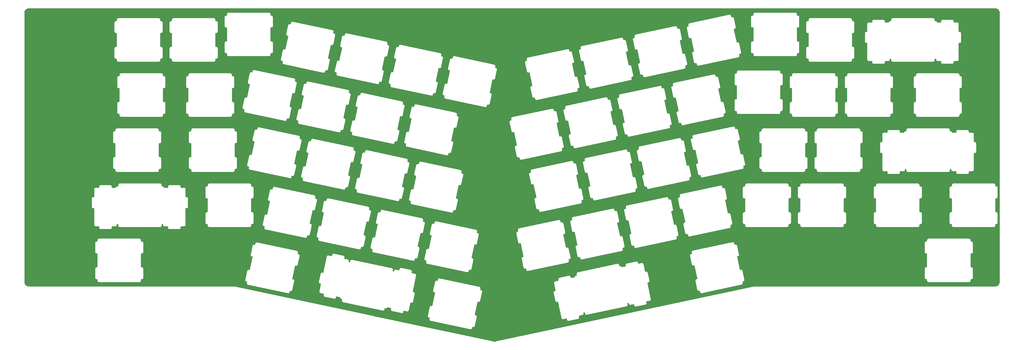
<source format=gbr>
%TF.GenerationSoftware,KiCad,Pcbnew,9.0.3*%
%TF.CreationDate,2025-08-01T16:01:54+05:00*%
%TF.ProjectId,plate,706c6174-652e-46b6-9963-61645f706362,rev?*%
%TF.SameCoordinates,Original*%
%TF.FileFunction,Copper,L2,Bot*%
%TF.FilePolarity,Positive*%
%FSLAX46Y46*%
G04 Gerber Fmt 4.6, Leading zero omitted, Abs format (unit mm)*
G04 Created by KiCad (PCBNEW 9.0.3) date 2025-08-01 16:01:54*
%MOMM*%
%LPD*%
G01*
G04 APERTURE LIST*
G04 APERTURE END LIST*
%TA.AperFunction,Conductor*%
%TO.N,GND*%
G36*
X361756948Y-84218615D02*
G01*
X361957090Y-84232933D01*
X361974600Y-84235451D01*
X361974605Y-84235452D01*
X362166332Y-84277162D01*
X362183299Y-84282143D01*
X362367136Y-84350712D01*
X362367155Y-84350719D01*
X362383232Y-84358061D01*
X362555469Y-84452108D01*
X362570323Y-84461654D01*
X362727428Y-84579260D01*
X362740777Y-84590826D01*
X362879528Y-84729573D01*
X362879536Y-84729581D01*
X362891121Y-84742951D01*
X363008707Y-84900019D01*
X363018273Y-84914903D01*
X363112317Y-85087122D01*
X363119666Y-85103213D01*
X363188241Y-85287049D01*
X363193226Y-85304024D01*
X363234941Y-85495749D01*
X363237460Y-85513260D01*
X363251725Y-85712569D01*
X363252041Y-85721421D01*
X363252041Y-178868371D01*
X363251725Y-178877217D01*
X363237410Y-179077359D01*
X363234892Y-179094870D01*
X363193186Y-179286594D01*
X363188202Y-179303570D01*
X363119631Y-179487418D01*
X363112281Y-179503511D01*
X363018251Y-179675716D01*
X363008687Y-179690599D01*
X362891104Y-179847676D01*
X362879518Y-179861048D01*
X362740772Y-179999796D01*
X362727402Y-180011381D01*
X362570326Y-180128970D01*
X362555442Y-180138535D01*
X362383239Y-180232568D01*
X362367147Y-180239918D01*
X362183304Y-180308492D01*
X362166328Y-180313477D01*
X361974599Y-180355188D01*
X361957088Y-180357706D01*
X361770779Y-180371035D01*
X361757534Y-180371983D01*
X361748687Y-180372299D01*
X278806817Y-180372299D01*
X278806687Y-180372307D01*
X278792939Y-180372307D01*
X278618730Y-180384485D01*
X278445799Y-180408783D01*
X278445784Y-180408786D01*
X278431188Y-180411887D01*
X278431189Y-180411888D01*
X278424827Y-180413240D01*
X278424821Y-180413240D01*
X278360381Y-180426937D01*
X278290007Y-180441893D01*
X278289982Y-180441900D01*
X189017007Y-199417294D01*
X189017004Y-199417295D01*
X188984604Y-199424181D01*
X188978221Y-199425364D01*
X188832821Y-199448389D01*
X188819912Y-199449745D01*
X188676158Y-199457275D01*
X188663180Y-199457275D01*
X188519416Y-199449738D01*
X188506509Y-199448381D01*
X188486243Y-199445171D01*
X188360770Y-199425295D01*
X188354392Y-199424113D01*
X188337386Y-199420498D01*
X188293451Y-199411159D01*
X188293444Y-199411159D01*
X188287081Y-199409806D01*
X188287080Y-199409806D01*
X147297665Y-190697237D01*
X146733697Y-190577362D01*
X165610486Y-190577362D01*
X165614009Y-190642982D01*
X165614018Y-190643160D01*
X165617418Y-190708259D01*
X165617440Y-190708376D01*
X165617549Y-190708960D01*
X165617552Y-190708968D01*
X165631836Y-190752742D01*
X165637800Y-190771016D01*
X165637828Y-190771197D01*
X165637856Y-190771189D01*
X165658115Y-190833582D01*
X165658151Y-190833657D01*
X165658270Y-190833907D01*
X165658429Y-190834242D01*
X165693946Y-190888782D01*
X165693925Y-190888795D01*
X165694043Y-190888931D01*
X165729869Y-190944121D01*
X165730008Y-190944283D01*
X165730336Y-190944667D01*
X165730348Y-190944678D01*
X165730351Y-190944682D01*
X165760337Y-190971612D01*
X165778841Y-190988231D01*
X165778975Y-190988352D01*
X165827789Y-191032322D01*
X165827952Y-191032434D01*
X165828047Y-191032499D01*
X165828388Y-191032733D01*
X165828395Y-191032737D01*
X165828397Y-191032738D01*
X165836367Y-191036786D01*
X165886670Y-191062336D01*
X165886656Y-191062362D01*
X165886833Y-191062419D01*
X165945194Y-191092170D01*
X165945891Y-191092416D01*
X165945892Y-191092416D01*
X165945894Y-191092417D01*
X166009803Y-191105916D01*
X166074096Y-191119595D01*
X166074097Y-191119594D01*
X166081110Y-191121087D01*
X166082743Y-191121322D01*
X166180946Y-191142065D01*
X166242469Y-191175179D01*
X166276324Y-191236299D01*
X166276583Y-191289292D01*
X166213767Y-191583352D01*
X166212055Y-191591362D01*
X166211949Y-191591574D01*
X166198238Y-191656051D01*
X166195969Y-191666673D01*
X166184574Y-191720019D01*
X166184539Y-191720469D01*
X166187993Y-191786466D01*
X166187999Y-191786581D01*
X166191341Y-191851612D01*
X166191426Y-191852077D01*
X166191427Y-191852080D01*
X166211804Y-191914810D01*
X166231938Y-191976988D01*
X166232067Y-191977188D01*
X166232142Y-191977417D01*
X166267999Y-192032641D01*
X166303601Y-192087585D01*
X166303778Y-192087745D01*
X166303909Y-192087946D01*
X166352592Y-192131787D01*
X166352654Y-192131888D01*
X166352676Y-192131863D01*
X166401446Y-192175865D01*
X166401659Y-192175973D01*
X166401837Y-192176134D01*
X166460310Y-192205932D01*
X166518806Y-192235812D01*
X166518812Y-192235813D01*
X166519244Y-192235966D01*
X166519254Y-192235971D01*
X166583608Y-192249654D01*
X166647682Y-192263342D01*
X166647920Y-192263329D01*
X180203853Y-195145762D01*
X180203885Y-195145771D01*
X180213269Y-195147766D01*
X180213271Y-195147767D01*
X180263430Y-195158430D01*
X180342155Y-195175170D01*
X180342159Y-195175169D01*
X180342321Y-195175204D01*
X180344447Y-195175051D01*
X180406939Y-195171778D01*
X180406944Y-195171779D01*
X180406944Y-195171778D01*
X180406945Y-195171778D01*
X180473760Y-195168282D01*
X180473761Y-195168281D01*
X180474606Y-195168237D01*
X180479068Y-195166560D01*
X180540792Y-195146507D01*
X180597978Y-195127930D01*
X180599014Y-195127607D01*
X180599083Y-195127572D01*
X180599096Y-195127568D01*
X180599103Y-195127563D01*
X180599113Y-195127560D01*
X180599132Y-195127547D01*
X180599523Y-195127351D01*
X180601321Y-195126125D01*
X180660137Y-195087934D01*
X180703826Y-195059566D01*
X180707834Y-195057273D01*
X180709110Y-195056375D01*
X180709636Y-195055790D01*
X180709640Y-195055789D01*
X180744099Y-195017519D01*
X180759030Y-195000939D01*
X180759033Y-195000935D01*
X180759034Y-195000934D01*
X180795706Y-194960211D01*
X180797578Y-194958240D01*
X180797810Y-194957875D01*
X180797813Y-194957873D01*
X180797814Y-194957869D01*
X180797818Y-194957863D01*
X180797824Y-194957858D01*
X180797832Y-194957842D01*
X180798382Y-194956981D01*
X180799656Y-194954262D01*
X180837828Y-194879352D01*
X180856935Y-194841858D01*
X180857605Y-194840588D01*
X180857646Y-194840463D01*
X180857650Y-194840456D01*
X180857651Y-194840450D01*
X180857657Y-194840439D01*
X180857661Y-194840415D01*
X180857799Y-194840001D01*
X180858207Y-194837850D01*
X180875528Y-194756378D01*
X180875528Y-194756374D01*
X180875529Y-194756370D01*
X180885059Y-194711554D01*
X180885058Y-194711547D01*
X180949674Y-194407606D01*
X180982868Y-194346128D01*
X181044032Y-194312354D01*
X181096582Y-194312070D01*
X181268877Y-194348453D01*
X181269049Y-194348489D01*
X181278688Y-194350538D01*
X181333143Y-194362119D01*
X181333508Y-194362099D01*
X181333864Y-194362175D01*
X181399260Y-194358660D01*
X181464748Y-194355235D01*
X181465094Y-194355122D01*
X181465458Y-194355103D01*
X181527805Y-194334752D01*
X181590086Y-194314523D01*
X181590091Y-194314519D01*
X181590727Y-194314215D01*
X181590737Y-194314212D01*
X181645490Y-194278550D01*
X181700617Y-194242759D01*
X181700861Y-194242487D01*
X181701166Y-194242289D01*
X181744668Y-194193844D01*
X181788807Y-194144833D01*
X181788814Y-194144818D01*
X181789209Y-194144243D01*
X181789215Y-194144237D01*
X181818653Y-194086270D01*
X181848647Y-194027418D01*
X181848716Y-194027088D01*
X181848866Y-194026795D01*
X181848883Y-194026743D01*
X181848887Y-194026737D01*
X181862361Y-193962925D01*
X182493719Y-190994035D01*
X182493880Y-190993720D01*
X182507445Y-190929490D01*
X182521059Y-190865476D01*
X182521058Y-190865463D01*
X182521111Y-190864799D01*
X182521111Y-190864788D01*
X182521113Y-190864781D01*
X182517614Y-190799618D01*
X182514175Y-190733872D01*
X182514065Y-190733535D01*
X182514047Y-190733186D01*
X182493697Y-190670829D01*
X182473463Y-190608534D01*
X182473460Y-190608529D01*
X182473458Y-190608523D01*
X182473208Y-190608000D01*
X182473161Y-190607901D01*
X182437381Y-190552960D01*
X182437287Y-190552816D01*
X182414444Y-190517633D01*
X182401699Y-190498003D01*
X182401697Y-190498001D01*
X182401311Y-190497549D01*
X182401308Y-190497546D01*
X182401244Y-190497471D01*
X182352380Y-190453588D01*
X182352380Y-190453587D01*
X182352256Y-190453476D01*
X182352254Y-190453475D01*
X182303773Y-190409813D01*
X182303460Y-190409653D01*
X182303198Y-190409418D01*
X182244847Y-190379781D01*
X182244847Y-190379780D01*
X182244268Y-190379486D01*
X182186358Y-190349973D01*
X182186018Y-190349900D01*
X182185704Y-190349741D01*
X182122178Y-190336324D01*
X182122021Y-190336239D01*
X182122011Y-190336289D01*
X182050480Y-190321077D01*
X182048927Y-190320852D01*
X181950043Y-190299966D01*
X181888519Y-190266852D01*
X181854664Y-190205733D01*
X181854379Y-190152862D01*
X182800436Y-185702366D01*
X182804754Y-185694368D01*
X182805365Y-185685301D01*
X182821091Y-185664108D01*
X182833630Y-185640886D01*
X182841586Y-185636492D01*
X182847003Y-185629193D01*
X182871690Y-185619867D01*
X182894793Y-185607110D01*
X182905593Y-185607061D01*
X182912365Y-185604504D01*
X182947575Y-185606874D01*
X183046030Y-185627862D01*
X183046825Y-185628087D01*
X183055728Y-185629978D01*
X183119080Y-185643434D01*
X183119165Y-185643480D01*
X183119171Y-185643454D01*
X183172979Y-185654925D01*
X183182896Y-185657039D01*
X183182900Y-185657038D01*
X183183120Y-185657056D01*
X183183246Y-185657065D01*
X183183257Y-185657068D01*
X183249162Y-185653605D01*
X183314504Y-185650220D01*
X183314678Y-185650163D01*
X183314860Y-185650154D01*
X183377109Y-185629917D01*
X183377203Y-185629915D01*
X183377195Y-185629890D01*
X183378086Y-185629601D01*
X183439861Y-185609570D01*
X183440014Y-185609470D01*
X183440188Y-185609414D01*
X183495169Y-185573698D01*
X183550428Y-185537860D01*
X183550435Y-185537851D01*
X183550696Y-185537628D01*
X183550703Y-185537625D01*
X183594620Y-185488837D01*
X183638666Y-185439977D01*
X183638670Y-185439967D01*
X183638863Y-185439687D01*
X183638871Y-185439679D01*
X183669054Y-185380424D01*
X183698564Y-185322592D01*
X183698601Y-185322414D01*
X183698685Y-185322251D01*
X183699775Y-185317120D01*
X183712394Y-185257711D01*
X183712413Y-185257620D01*
X183727653Y-185186134D01*
X183727766Y-185185341D01*
X184260098Y-182679335D01*
X184297484Y-182503336D01*
X209098523Y-182503336D01*
X209098535Y-182503487D01*
X209098565Y-182503875D01*
X209098580Y-182504080D01*
X209112193Y-182567758D01*
X209112212Y-182567946D01*
X209112233Y-182567942D01*
X209677857Y-185233677D01*
X209677856Y-185233677D01*
X209679576Y-185241786D01*
X209679564Y-185242038D01*
X209692991Y-185305012D01*
X209693073Y-185305394D01*
X209693212Y-185306044D01*
X209693237Y-185306163D01*
X209706877Y-185370443D01*
X209706948Y-185370642D01*
X209706948Y-185370644D01*
X209707013Y-185370827D01*
X209707015Y-185370831D01*
X209707046Y-185370919D01*
X209707047Y-185370922D01*
X209707048Y-185370924D01*
X209736783Y-185429191D01*
X209736812Y-185429313D01*
X209736839Y-185429300D01*
X209766663Y-185487885D01*
X209766875Y-185488192D01*
X209766951Y-185488303D01*
X209766953Y-185488306D01*
X209810848Y-185536992D01*
X209810905Y-185537110D01*
X209810933Y-185537086D01*
X209850452Y-185581008D01*
X209854811Y-185585852D01*
X209855193Y-185586178D01*
X209855196Y-185586180D01*
X209855198Y-185586182D01*
X209887395Y-185607061D01*
X209910108Y-185621790D01*
X209910093Y-185621812D01*
X209910211Y-185621857D01*
X209965307Y-185657665D01*
X209965313Y-185657667D01*
X209965429Y-185657723D01*
X209965494Y-185657754D01*
X209965769Y-185657885D01*
X210027890Y-185678024D01*
X210090627Y-185698433D01*
X210090885Y-185698446D01*
X210091130Y-185698526D01*
X210156223Y-185701894D01*
X210222228Y-185705377D01*
X210222483Y-185705322D01*
X210222738Y-185705336D01*
X210286016Y-185691842D01*
X210351142Y-185678024D01*
X210351146Y-185678021D01*
X210358559Y-185676449D01*
X210359657Y-185676137D01*
X210483849Y-185649655D01*
X210553516Y-185654925D01*
X210609277Y-185697025D01*
X210631003Y-185745180D01*
X211783641Y-191175179D01*
X211789566Y-191203091D01*
X211789557Y-191203284D01*
X211803188Y-191267266D01*
X211803247Y-191267541D01*
X211803266Y-191267630D01*
X211816891Y-191331818D01*
X211816927Y-191331918D01*
X211817015Y-191332167D01*
X211817018Y-191332174D01*
X211817019Y-191332175D01*
X211846849Y-191390650D01*
X211846872Y-191390743D01*
X211846892Y-191390733D01*
X211876689Y-191449252D01*
X211876901Y-191449561D01*
X211876905Y-191449565D01*
X211876906Y-191449567D01*
X211921102Y-191498604D01*
X211964842Y-191547208D01*
X211965002Y-191547312D01*
X211965134Y-191547458D01*
X211965171Y-191547482D01*
X211965172Y-191547483D01*
X212020768Y-191583550D01*
X212020769Y-191583550D01*
X212021300Y-191583894D01*
X212075346Y-191619013D01*
X212075528Y-191619072D01*
X212075693Y-191619179D01*
X212138495Y-191639550D01*
X212200669Y-191659771D01*
X212200862Y-191659781D01*
X212201047Y-191659841D01*
X212266045Y-191663215D01*
X212266141Y-191663220D01*
X212332270Y-191666704D01*
X212332270Y-191666703D01*
X212332271Y-191666704D01*
X212332271Y-191666703D01*
X212332329Y-191666699D01*
X212332491Y-191666664D01*
X212332654Y-191666673D01*
X212396184Y-191653136D01*
X212396264Y-191653119D01*
X212396268Y-191653119D01*
X212396272Y-191653117D01*
X212461183Y-191639339D01*
X212461183Y-191639338D01*
X212468744Y-191637734D01*
X212469567Y-191637500D01*
X213474096Y-191423467D01*
X213543763Y-191428749D01*
X213599518Y-191470859D01*
X213621221Y-191518947D01*
X213694802Y-191864885D01*
X213694801Y-191864885D01*
X213694804Y-191864896D01*
X213708941Y-191931395D01*
X213708958Y-191931442D01*
X213708959Y-191931445D01*
X213708960Y-191931447D01*
X213738541Y-191989484D01*
X213738543Y-191989495D01*
X213738546Y-191989494D01*
X213768779Y-192048824D01*
X213768799Y-192048853D01*
X213768803Y-192048857D01*
X213768804Y-192048859D01*
X213817352Y-192102762D01*
X213856961Y-192146749D01*
X213856978Y-192146760D01*
X213856998Y-192146782D01*
X213901796Y-192175865D01*
X213918246Y-192186545D01*
X213918245Y-192186546D01*
X213918257Y-192186552D01*
X213948657Y-192206293D01*
X213967487Y-192218520D01*
X213967489Y-192218520D01*
X213967528Y-192218540D01*
X213967529Y-192218540D01*
X213967532Y-192218542D01*
X214010660Y-192232548D01*
X214032226Y-192239552D01*
X214032238Y-192239556D01*
X214063299Y-192249647D01*
X214092823Y-192259239D01*
X214092831Y-192259239D01*
X214092860Y-192259244D01*
X214092872Y-192259248D01*
X214158004Y-192262652D01*
X214158004Y-192262654D01*
X214158014Y-192262652D01*
X214224427Y-192266131D01*
X214224429Y-192266130D01*
X214224578Y-192266138D01*
X214226384Y-192265721D01*
X214256868Y-192259237D01*
X214287293Y-192252766D01*
X214287298Y-192252764D01*
X217452523Y-191579850D01*
X217452624Y-191579856D01*
X217517534Y-191566029D01*
X217581330Y-191552467D01*
X217581339Y-191552462D01*
X217581505Y-191552403D01*
X217581517Y-191552401D01*
X217640566Y-191522282D01*
X217640567Y-191522284D01*
X217640596Y-191522266D01*
X217698749Y-191492634D01*
X217698753Y-191492629D01*
X217698755Y-191492629D01*
X217698902Y-191492526D01*
X217698912Y-191492522D01*
X217737473Y-191457770D01*
X217747891Y-191448383D01*
X217747897Y-191448390D01*
X217747922Y-191448353D01*
X217796680Y-191404449D01*
X217796682Y-191404445D01*
X217796804Y-191404303D01*
X217796804Y-191404301D01*
X217796808Y-191404299D01*
X217825202Y-191360533D01*
X217832302Y-191349591D01*
X217832305Y-191349593D01*
X217832324Y-191349556D01*
X217868451Y-191293923D01*
X217868453Y-191293916D01*
X217868532Y-191293750D01*
X217868531Y-191293750D01*
X217868536Y-191293744D01*
X217888803Y-191231274D01*
X217888803Y-191231273D01*
X217888815Y-191231277D01*
X217888817Y-191231228D01*
X217909169Y-191168587D01*
X217909169Y-191168582D01*
X217909170Y-191168580D01*
X217909203Y-191168398D01*
X217909205Y-191168393D01*
X217912660Y-191101915D01*
X217912660Y-191101914D01*
X217912666Y-191101914D01*
X217912662Y-191101869D01*
X217916061Y-191036983D01*
X217916059Y-191036975D01*
X217916044Y-191036802D01*
X217916046Y-191036786D01*
X217902163Y-190971611D01*
X217902166Y-190971561D01*
X217902154Y-190971564D01*
X217887045Y-190900497D01*
X217886924Y-190900069D01*
X217828513Y-190625844D01*
X217833799Y-190556177D01*
X217875912Y-190500425D01*
X217924042Y-190478716D01*
X218936425Y-190263820D01*
X218936584Y-190263829D01*
X219000404Y-190250239D01*
X219065181Y-190236490D01*
X219065187Y-190236486D01*
X219065469Y-190236385D01*
X219065479Y-190236384D01*
X219124258Y-190206408D01*
X219124260Y-190206407D01*
X219124262Y-190206412D01*
X219124326Y-190206373D01*
X219148718Y-190193953D01*
X219182615Y-190176695D01*
X219182653Y-190176669D01*
X219182869Y-190176519D01*
X219182878Y-190176515D01*
X219232028Y-190132228D01*
X219280577Y-190088540D01*
X219280663Y-190088406D01*
X219280782Y-190088300D01*
X219282652Y-190085417D01*
X219282654Y-190085416D01*
X219316104Y-190033866D01*
X219316107Y-190033860D01*
X219316599Y-190033103D01*
X219352382Y-189978035D01*
X219352431Y-189977883D01*
X219352518Y-189977750D01*
X219372896Y-189914956D01*
X219393140Y-189852713D01*
X219393148Y-189852555D01*
X219393198Y-189852402D01*
X219394087Y-189835336D01*
X219396662Y-189785860D01*
X219396666Y-189785781D01*
X219400073Y-189721110D01*
X219400062Y-189720968D01*
X219400048Y-189720802D01*
X219400049Y-189720796D01*
X219386091Y-189655241D01*
X219372709Y-189592199D01*
X219372638Y-189592059D01*
X219355039Y-189509405D01*
X219360330Y-189439737D01*
X219402448Y-189383988D01*
X219468019Y-189359860D01*
X219482813Y-189359753D01*
X219484455Y-189359839D01*
X219484457Y-189359838D01*
X219484468Y-189359839D01*
X219484572Y-189359830D01*
X219484578Y-189359828D01*
X219484585Y-189359829D01*
X219550629Y-189345766D01*
X219550659Y-189345768D01*
X219550658Y-189345760D01*
X219550659Y-189345760D01*
X219613357Y-189332427D01*
X219613360Y-189332425D01*
X219621341Y-189330728D01*
X219621595Y-189330655D01*
X219721204Y-189309446D01*
X219790873Y-189314737D01*
X219846622Y-189356855D01*
X219868310Y-189404907D01*
X219906447Y-189584043D01*
X219946200Y-189770769D01*
X219959917Y-189835336D01*
X219959967Y-189835435D01*
X219959991Y-189835545D01*
X219989739Y-189893883D01*
X219989751Y-189893935D01*
X219989763Y-189893930D01*
X220019733Y-189952766D01*
X220019855Y-189952944D01*
X220019857Y-189952946D01*
X220063715Y-190001624D01*
X220107901Y-190050709D01*
X220107995Y-190050770D01*
X220108069Y-190050852D01*
X220144339Y-190074389D01*
X220163025Y-190086516D01*
X220163069Y-190086545D01*
X220218410Y-190122493D01*
X220218413Y-190122494D01*
X220218417Y-190122497D01*
X220218421Y-190122498D01*
X220218610Y-190122588D01*
X220218616Y-190122592D01*
X220250146Y-190132825D01*
X220281062Y-190142859D01*
X220281060Y-190142862D01*
X220281103Y-190142872D01*
X220343746Y-190163235D01*
X220343754Y-190163235D01*
X220343948Y-190163270D01*
X220343963Y-190163275D01*
X220408688Y-190166645D01*
X220420258Y-190167252D01*
X220472109Y-190169977D01*
X220472109Y-190169976D01*
X220475349Y-190170147D01*
X220475460Y-190170123D01*
X220475569Y-190170129D01*
X220539399Y-190156540D01*
X234161457Y-187262743D01*
X234162718Y-187262560D01*
X234169914Y-187261022D01*
X234169917Y-187261023D01*
X234234537Y-187247219D01*
X234234543Y-187247247D01*
X234234667Y-187247191D01*
X234298256Y-187233683D01*
X234298264Y-187233678D01*
X234298781Y-187233495D01*
X234298793Y-187233493D01*
X234357452Y-187203529D01*
X234415684Y-187173868D01*
X234415896Y-187173676D01*
X234416154Y-187173545D01*
X234465115Y-187129370D01*
X234513629Y-187085699D01*
X234513635Y-187085689D01*
X234513657Y-187085665D01*
X234513992Y-187085271D01*
X234513999Y-187085266D01*
X234514003Y-187085258D01*
X234514006Y-187085256D01*
X234541012Y-187043576D01*
X234549801Y-187030012D01*
X234585417Y-186975183D01*
X234585505Y-186974910D01*
X234585662Y-186974669D01*
X234605947Y-186912022D01*
X234626155Y-186849854D01*
X234626169Y-186849568D01*
X234626259Y-186849294D01*
X234629636Y-186783573D01*
X234629636Y-186783572D01*
X234629637Y-186783572D01*
X234629636Y-186783563D01*
X234633067Y-186718251D01*
X234633012Y-186717996D01*
X234633026Y-186717742D01*
X234633022Y-186717685D01*
X234630266Y-186704785D01*
X234619385Y-186653846D01*
X234605683Y-186589344D01*
X234605680Y-186589339D01*
X234604141Y-186582091D01*
X234603795Y-186580865D01*
X234574392Y-186443222D01*
X234540804Y-186285982D01*
X234541486Y-186276913D01*
X234538346Y-186268378D01*
X234544068Y-186242623D01*
X234546049Y-186216311D01*
X234551527Y-186209049D01*
X234553500Y-186200172D01*
X234572236Y-186181600D01*
X234588130Y-186160535D01*
X234597978Y-186156085D01*
X234603124Y-186150986D01*
X234636242Y-186138799D01*
X234810251Y-186101753D01*
X234810265Y-186101754D01*
X234810265Y-186101751D01*
X234852697Y-186092723D01*
X234871955Y-186088625D01*
X234872417Y-186088531D01*
X234872459Y-186088509D01*
X234872467Y-186088508D01*
X234875336Y-186087044D01*
X234878370Y-186086473D01*
X234879124Y-186086214D01*
X234879666Y-186085880D01*
X234880669Y-186085515D01*
X234880848Y-186086007D01*
X234943995Y-186074126D01*
X235008745Y-186100379D01*
X235049022Y-186157471D01*
X235052958Y-186171741D01*
X235084361Y-186319546D01*
X235084365Y-186319567D01*
X235097889Y-186383277D01*
X235097924Y-186383375D01*
X235128411Y-186443222D01*
X235128410Y-186443222D01*
X235128651Y-186443694D01*
X235157685Y-186500716D01*
X235157717Y-186500752D01*
X235157740Y-186500796D01*
X235201421Y-186549317D01*
X235201434Y-186549331D01*
X235201437Y-186549335D01*
X235245838Y-186598675D01*
X235245906Y-186598734D01*
X235245911Y-186598737D01*
X235245912Y-186598738D01*
X235300657Y-186634296D01*
X235300673Y-186634315D01*
X235300677Y-186634310D01*
X235330742Y-186653846D01*
X235356342Y-186670481D01*
X235356352Y-186670484D01*
X235356421Y-186670517D01*
X235356430Y-186670523D01*
X235417906Y-186690503D01*
X235481665Y-186711240D01*
X235481673Y-186711240D01*
X235481755Y-186711255D01*
X235481760Y-186711257D01*
X235493709Y-186711884D01*
X235544637Y-186714558D01*
X235544636Y-186714562D01*
X235544659Y-186714558D01*
X235613266Y-186718174D01*
X235613269Y-186718173D01*
X235613284Y-186718174D01*
X235613340Y-186718170D01*
X235613359Y-186718165D01*
X235613363Y-186718166D01*
X235676347Y-186704783D01*
X235676373Y-186704785D01*
X235676372Y-186704778D01*
X235743623Y-186690503D01*
X236753868Y-186476065D01*
X236823532Y-186481401D01*
X236879253Y-186523554D01*
X236900951Y-186571807D01*
X236958820Y-186846569D01*
X236960581Y-186854928D01*
X236960552Y-186855495D01*
X236974098Y-186919109D01*
X236974118Y-186919201D01*
X236974175Y-186919472D01*
X236987624Y-186983330D01*
X236987662Y-186983437D01*
X236987768Y-186983736D01*
X236987992Y-186984373D01*
X236987999Y-186984388D01*
X236988000Y-186984389D01*
X237017383Y-187042006D01*
X237017449Y-187042279D01*
X237017508Y-187042250D01*
X237047233Y-187100858D01*
X237047537Y-187101301D01*
X237047537Y-187101303D01*
X237047539Y-187101305D01*
X237047860Y-187101774D01*
X237091432Y-187150130D01*
X237091582Y-187150296D01*
X237112437Y-187173545D01*
X237135234Y-187198958D01*
X237135380Y-187199083D01*
X237135497Y-187199183D01*
X237135663Y-187199325D01*
X237136083Y-187199685D01*
X237136088Y-187199688D01*
X237136089Y-187199689D01*
X237190686Y-187235115D01*
X237190845Y-187235220D01*
X237245615Y-187270932D01*
X237245623Y-187270937D01*
X237245630Y-187270939D01*
X237245751Y-187270998D01*
X237245948Y-187271092D01*
X237245977Y-187271106D01*
X237246104Y-187271167D01*
X237246105Y-187271168D01*
X237246109Y-187271170D01*
X237246629Y-187271419D01*
X237246638Y-187271422D01*
X237246640Y-187271423D01*
X237308719Y-187291567D01*
X237308805Y-187291596D01*
X237331580Y-187299043D01*
X237370881Y-187311894D01*
X237370889Y-187311894D01*
X237371066Y-187311927D01*
X237371525Y-187312013D01*
X237371662Y-187312039D01*
X237371984Y-187312098D01*
X237371988Y-187312100D01*
X237382306Y-187312636D01*
X237437324Y-187315500D01*
X237437333Y-187315500D01*
X237437507Y-187315509D01*
X237502472Y-187319035D01*
X237503008Y-187318921D01*
X237503554Y-187318950D01*
X237503584Y-187318947D01*
X237503595Y-187318948D01*
X237567787Y-187305278D01*
X237631427Y-187291875D01*
X237631930Y-187291619D01*
X240723474Y-186633289D01*
X240723512Y-186633284D01*
X240732612Y-186631345D01*
X240732615Y-186631346D01*
X240809380Y-186614996D01*
X240858110Y-186604619D01*
X240861065Y-186604078D01*
X240861485Y-186603900D01*
X240861489Y-186603900D01*
X240861492Y-186603897D01*
X240861497Y-186603895D01*
X240861508Y-186603894D01*
X240861539Y-186603878D01*
X240864462Y-186602646D01*
X240867887Y-186600640D01*
X240933462Y-186567194D01*
X240974700Y-186546163D01*
X240978291Y-186544502D01*
X240978879Y-186544032D01*
X240978888Y-186544028D01*
X240978893Y-186544022D01*
X240978905Y-186544017D01*
X240978954Y-186543972D01*
X240981824Y-186541682D01*
X240981833Y-186541676D01*
X240982672Y-186541005D01*
X240985443Y-186538124D01*
X241034499Y-186493917D01*
X241076334Y-186456220D01*
X241076763Y-186455840D01*
X241076781Y-186455817D01*
X241076789Y-186455811D01*
X241076794Y-186455803D01*
X241076802Y-186455796D01*
X241076809Y-186455783D01*
X241076839Y-186455749D01*
X241077219Y-186455152D01*
X241123794Y-186383370D01*
X241145671Y-186349654D01*
X241148125Y-186346204D01*
X241148517Y-186345268D01*
X241148523Y-186345260D01*
X241148525Y-186345251D01*
X241148532Y-186345242D01*
X241148543Y-186345205D01*
X241149359Y-186343262D01*
X241150336Y-186339682D01*
X241156870Y-186319546D01*
X241171065Y-186275796D01*
X241187950Y-186223761D01*
X241189180Y-186220363D01*
X241189366Y-186216784D01*
X241189367Y-186216756D01*
X241192679Y-186153050D01*
X241192679Y-186153043D01*
X241193421Y-186138798D01*
X241196048Y-186088305D01*
X241196047Y-186088303D01*
X241196048Y-186088299D01*
X241196045Y-186088287D01*
X241196046Y-186088285D01*
X241184318Y-186033221D01*
X241184167Y-186032514D01*
X241166550Y-185949779D01*
X241166533Y-185949726D01*
X241108494Y-185677221D01*
X241113782Y-185607552D01*
X241155896Y-185551801D01*
X241204018Y-185530095D01*
X242215363Y-185315357D01*
X242215427Y-185315361D01*
X242278948Y-185301856D01*
X242344209Y-185288000D01*
X242344213Y-185287997D01*
X242344216Y-185287997D01*
X242344325Y-185287957D01*
X242344330Y-185287957D01*
X242403212Y-185257952D01*
X242461642Y-185228197D01*
X242461646Y-185228192D01*
X242461654Y-185228189D01*
X242461738Y-185228131D01*
X242461741Y-185228127D01*
X242461749Y-185228124D01*
X242511767Y-185183082D01*
X242511794Y-185183069D01*
X242511789Y-185183063D01*
X242525270Y-185170930D01*
X242559596Y-185140037D01*
X242559597Y-185140035D01*
X242559623Y-185140012D01*
X242559659Y-185139969D01*
X242559676Y-185139942D01*
X242559679Y-185139940D01*
X242596121Y-185083819D01*
X242631395Y-185029529D01*
X242631397Y-185029521D01*
X242631403Y-185029513D01*
X242631447Y-185029421D01*
X242631448Y-185029417D01*
X242631451Y-185029413D01*
X242651984Y-184966208D01*
X242651984Y-184966207D01*
X242651992Y-184966209D01*
X242651993Y-184966178D01*
X242672146Y-184904204D01*
X242672146Y-184904200D01*
X242672148Y-184904195D01*
X242672167Y-184904091D01*
X242672167Y-184904082D01*
X242672169Y-184904078D01*
X242675574Y-184839034D01*
X242675585Y-184839003D01*
X242675576Y-184839003D01*
X242677522Y-184802028D01*
X242679071Y-184772602D01*
X242679070Y-184772599D01*
X242679071Y-184772591D01*
X242679062Y-184772482D01*
X242679060Y-184772476D01*
X242679061Y-184772474D01*
X242665591Y-184709118D01*
X242665089Y-184706755D01*
X242653503Y-184652183D01*
X242651700Y-184643691D01*
X242651699Y-184643690D01*
X242650012Y-184635742D01*
X242649930Y-184635453D01*
X242648160Y-184627129D01*
X241491357Y-179185802D01*
X241492050Y-179176712D01*
X241488913Y-179168151D01*
X241494665Y-179142422D01*
X241496670Y-179116136D01*
X241502168Y-179108862D01*
X241504158Y-179099964D01*
X241522906Y-179081430D01*
X241538805Y-179060401D01*
X241548679Y-179055953D01*
X241553848Y-179050845D01*
X241586980Y-179038704D01*
X241710988Y-179012475D01*
X241712366Y-179012277D01*
X241719528Y-179010752D01*
X241719531Y-179010753D01*
X241783551Y-178997128D01*
X241783558Y-178997161D01*
X241783700Y-178997096D01*
X241847835Y-178983532D01*
X241848118Y-178983387D01*
X241848428Y-178983322D01*
X241906871Y-178953526D01*
X241965316Y-178923821D01*
X241965317Y-178923819D01*
X241965319Y-178923819D01*
X241965404Y-178923761D01*
X241965483Y-178923706D01*
X241965829Y-178923467D01*
X241965835Y-178923465D01*
X242014569Y-178879561D01*
X242063339Y-178835738D01*
X242063512Y-178835471D01*
X242063747Y-178835260D01*
X242082150Y-178806907D01*
X242099297Y-178780490D01*
X242099310Y-178780498D01*
X242099377Y-178780364D01*
X242135225Y-178725286D01*
X242135323Y-178724983D01*
X242135496Y-178724718D01*
X242155646Y-178662650D01*
X242176074Y-178599993D01*
X242176074Y-178599991D01*
X242176075Y-178599989D01*
X242176186Y-178599390D01*
X242176186Y-178599379D01*
X242176188Y-178599375D01*
X242179589Y-178534171D01*
X242183102Y-178468396D01*
X242183036Y-178468086D01*
X242183053Y-178467769D01*
X242169408Y-178403651D01*
X242155832Y-178339465D01*
X242155829Y-178339461D01*
X242154313Y-178332289D01*
X242153933Y-178330940D01*
X242153728Y-178329979D01*
X241586365Y-175663954D01*
X241572767Y-175599782D01*
X241572684Y-175599619D01*
X241572648Y-175599448D01*
X241572621Y-175599370D01*
X241542519Y-175540325D01*
X241542543Y-175540312D01*
X241542471Y-175540232D01*
X241513011Y-175482325D01*
X241513010Y-175482323D01*
X241512768Y-175481971D01*
X241512765Y-175481965D01*
X241468307Y-175432615D01*
X241468307Y-175432614D01*
X241467828Y-175432082D01*
X241424891Y-175384336D01*
X241424707Y-175384216D01*
X241424560Y-175384053D01*
X241400570Y-175368482D01*
X241369210Y-175348127D01*
X241369121Y-175348069D01*
X241369120Y-175348069D01*
X241368837Y-175347885D01*
X241314411Y-175312492D01*
X241314203Y-175312424D01*
X241314018Y-175312304D01*
X241314012Y-175312302D01*
X241314009Y-175312300D01*
X241251357Y-175291960D01*
X241251353Y-175291960D01*
X241251110Y-175291881D01*
X241189102Y-175271691D01*
X241188882Y-175271679D01*
X241188675Y-175271612D01*
X241188653Y-175271610D01*
X241188651Y-175271610D01*
X241123251Y-175268199D01*
X241123251Y-175268195D01*
X241123146Y-175268193D01*
X241057498Y-175264712D01*
X241057162Y-175264738D01*
X241057078Y-175264745D01*
X240992828Y-175278418D01*
X240992724Y-175278440D01*
X240797290Y-175319854D01*
X240727626Y-175314495D01*
X240671918Y-175272323D01*
X240650308Y-175224393D01*
X240121032Y-172740492D01*
X240121035Y-172740441D01*
X240107056Y-172674905D01*
X240107051Y-172674879D01*
X240102117Y-172651727D01*
X240093578Y-172611649D01*
X240093576Y-172611645D01*
X240093576Y-172611644D01*
X240093545Y-172611556D01*
X240063836Y-172553348D01*
X240063835Y-172553347D01*
X240063830Y-172553337D01*
X240033691Y-172494258D01*
X240033657Y-172494220D01*
X240033635Y-172494177D01*
X239989920Y-172445694D01*
X239989911Y-172445676D01*
X239989907Y-172445680D01*
X239945461Y-172396368D01*
X239945460Y-172396367D01*
X239945459Y-172396366D01*
X239945391Y-172396307D01*
X239890786Y-172360900D01*
X239834901Y-172324648D01*
X239834898Y-172324647D01*
X239834895Y-172324645D01*
X239834816Y-172324607D01*
X239812249Y-172317292D01*
X239772928Y-172304546D01*
X239772910Y-172304533D01*
X239772909Y-172304539D01*
X239731390Y-172291073D01*
X239709535Y-172283984D01*
X239709458Y-172283970D01*
X239643950Y-172280582D01*
X239643950Y-172280581D01*
X239643928Y-172280581D01*
X239577939Y-172277156D01*
X239577843Y-172277163D01*
X239512655Y-172291068D01*
X239512632Y-172291073D01*
X239449049Y-172304622D01*
X239449006Y-172304643D01*
X239441551Y-172306232D01*
X239441550Y-172306232D01*
X238438299Y-172520213D01*
X238368628Y-172514946D01*
X238312865Y-172472848D01*
X238291155Y-172424779D01*
X238278519Y-172365469D01*
X238229044Y-172133244D01*
X238229047Y-172133201D01*
X238229036Y-172133204D01*
X238217930Y-172080985D01*
X238215644Y-172070235D01*
X238215641Y-172070230D01*
X238215585Y-172070070D01*
X238215584Y-172070064D01*
X238185027Y-172010163D01*
X238155802Y-171952820D01*
X238155742Y-171952753D01*
X238155700Y-171952671D01*
X238155670Y-171952638D01*
X238155670Y-171952637D01*
X238111267Y-171903369D01*
X238111270Y-171903365D01*
X238111236Y-171903336D01*
X238080409Y-171869107D01*
X238067611Y-171854896D01*
X238067475Y-171854780D01*
X238067474Y-171854779D01*
X238067473Y-171854778D01*
X238011626Y-171818548D01*
X238011620Y-171818544D01*
X238011592Y-171818525D01*
X238011589Y-171818524D01*
X237957078Y-171783133D01*
X237957005Y-171783109D01*
X237956937Y-171783065D01*
X237956918Y-171783056D01*
X237893930Y-171762622D01*
X237893930Y-171762621D01*
X237893892Y-171762609D01*
X237893890Y-171762609D01*
X237893396Y-171762448D01*
X237892555Y-171762175D01*
X237831740Y-171742424D01*
X237831649Y-171742419D01*
X237831562Y-171742391D01*
X237831501Y-171742387D01*
X237831499Y-171742387D01*
X237765516Y-171738960D01*
X237765368Y-171738953D01*
X237700135Y-171735542D01*
X237700046Y-171735560D01*
X237699955Y-171735556D01*
X237699743Y-171735601D01*
X237699742Y-171735601D01*
X237654374Y-171745266D01*
X237635014Y-171749391D01*
X234408314Y-172435626D01*
X234408315Y-172435627D01*
X234408139Y-172435664D01*
X234408138Y-172435664D01*
X234408137Y-172435665D01*
X234344430Y-172449187D01*
X234344337Y-172449233D01*
X234344234Y-172449256D01*
X234343997Y-172449376D01*
X234343995Y-172449377D01*
X234308233Y-172467603D01*
X234285665Y-172479105D01*
X234285623Y-172479127D01*
X234285622Y-172479127D01*
X234285412Y-172479234D01*
X234285303Y-172479290D01*
X234285049Y-172479419D01*
X234226991Y-172508980D01*
X234226911Y-172509051D01*
X234226820Y-172509098D01*
X234226715Y-172509192D01*
X234226714Y-172509193D01*
X234178258Y-172552832D01*
X234178224Y-172552863D01*
X234178223Y-172552864D01*
X234140240Y-172587045D01*
X234129026Y-172597136D01*
X234128900Y-172597283D01*
X234128896Y-172597288D01*
X234128896Y-172597289D01*
X234122420Y-172607263D01*
X234093340Y-172652052D01*
X234093316Y-172652090D01*
X234057217Y-172707642D01*
X234057135Y-172707813D01*
X234036839Y-172770301D01*
X234036824Y-172770345D01*
X234016458Y-172832963D01*
X234016425Y-172833142D01*
X234016424Y-172833159D01*
X234016424Y-172833160D01*
X234012958Y-172899437D01*
X234009526Y-172964558D01*
X234009547Y-172964659D01*
X234009542Y-172964764D01*
X234009568Y-172964886D01*
X234009568Y-172964890D01*
X234023207Y-173029015D01*
X234023212Y-173029068D01*
X234023218Y-173029067D01*
X234084542Y-173317997D01*
X234079205Y-173387663D01*
X234037051Y-173443384D01*
X233988984Y-173465041D01*
X232983595Y-173678388D01*
X232976323Y-173679930D01*
X232976292Y-173679930D01*
X232915126Y-173692917D01*
X232911763Y-173693631D01*
X232911761Y-173693630D01*
X232847439Y-173707281D01*
X232847380Y-173707303D01*
X232829944Y-173716182D01*
X232761271Y-173729061D01*
X232696538Y-173702768D01*
X232663210Y-173662011D01*
X232656494Y-173648840D01*
X232656483Y-173648818D01*
X232625804Y-173588622D01*
X232625746Y-173588538D01*
X232583577Y-173541735D01*
X232583558Y-173541714D01*
X232560069Y-173515632D01*
X232537616Y-173490700D01*
X232537615Y-173490699D01*
X232537613Y-173490697D01*
X232537538Y-173490633D01*
X232537529Y-173490627D01*
X232537528Y-173490626D01*
X232484843Y-173456436D01*
X232438308Y-173426223D01*
X232427080Y-173418933D01*
X232426986Y-173418888D01*
X232388661Y-173406450D01*
X232365953Y-173399079D01*
X232365931Y-173399064D01*
X232365929Y-173399072D01*
X232301739Y-173378222D01*
X232301645Y-173378204D01*
X232237929Y-173374886D01*
X232237920Y-173374883D01*
X232237905Y-173374885D01*
X232222845Y-173374097D01*
X232170142Y-173371341D01*
X232170140Y-173371341D01*
X232170135Y-173371341D01*
X232170041Y-173371347D01*
X232107555Y-173384650D01*
X232107532Y-173384655D01*
X232033673Y-173400363D01*
X232033432Y-173400431D01*
X231933568Y-173421691D01*
X231863899Y-173416397D01*
X231808152Y-173374278D01*
X231786459Y-173326194D01*
X231783139Y-173310578D01*
X231706923Y-172952069D01*
X231694667Y-172894400D01*
X231694660Y-172894386D01*
X231694657Y-172894372D01*
X231662904Y-172832057D01*
X231662902Y-172832054D01*
X231662902Y-172832052D01*
X231634855Y-172777005D01*
X231634841Y-172776977D01*
X231634827Y-172776957D01*
X231634825Y-172776953D01*
X231601947Y-172740441D01*
X231587335Y-172724213D01*
X231587335Y-172724214D01*
X231587291Y-172724165D01*
X231546663Y-172679041D01*
X231546651Y-172679033D01*
X231546641Y-172679022D01*
X231490318Y-172642448D01*
X231436141Y-172607263D01*
X231436127Y-172607258D01*
X231436114Y-172607250D01*
X231435541Y-172607064D01*
X231435540Y-172607063D01*
X231373922Y-172587045D01*
X231373923Y-172587045D01*
X231373916Y-172587043D01*
X231332861Y-172573702D01*
X231310806Y-172566535D01*
X231310777Y-172566530D01*
X231245597Y-172563116D01*
X231245461Y-172563109D01*
X231245357Y-172563104D01*
X231179204Y-172559637D01*
X231179190Y-172559639D01*
X231179175Y-172559639D01*
X231178111Y-172559865D01*
X231113023Y-172573702D01*
X231113017Y-172573703D01*
X217421577Y-175483558D01*
X217421526Y-175483570D01*
X217356737Y-175497278D01*
X217356526Y-175497384D01*
X217356300Y-175497433D01*
X217356203Y-175497481D01*
X217356199Y-175497483D01*
X217297682Y-175527296D01*
X217297659Y-175527309D01*
X217239260Y-175556996D01*
X217239088Y-175557150D01*
X217238877Y-175557258D01*
X217238842Y-175557289D01*
X217238837Y-175557292D01*
X217190468Y-175600843D01*
X217189726Y-175601511D01*
X217141243Y-175645084D01*
X217141115Y-175645279D01*
X217140941Y-175645437D01*
X217140881Y-175645528D01*
X217140881Y-175645529D01*
X217120453Y-175676983D01*
X217105147Y-175700551D01*
X217069363Y-175755540D01*
X217069290Y-175755762D01*
X217069163Y-175755959D01*
X217048886Y-175818356D01*
X217028522Y-175880832D01*
X217028448Y-175881227D01*
X217028446Y-175881229D01*
X217028446Y-175881233D01*
X217028437Y-175881279D01*
X217024992Y-175946948D01*
X217024986Y-175947077D01*
X217021500Y-176012433D01*
X217021548Y-176012661D01*
X217021536Y-176012895D01*
X217021542Y-176012923D01*
X217021542Y-176012924D01*
X217035094Y-176076690D01*
X217035106Y-176076804D01*
X217035118Y-176076802D01*
X217113121Y-176445491D01*
X217112432Y-176454397D01*
X217115523Y-176462779D01*
X217109783Y-176488691D01*
X217107739Y-176515153D01*
X217102344Y-176522273D01*
X217100413Y-176530995D01*
X217081574Y-176549691D01*
X217065549Y-176570846D01*
X217055853Y-176575218D01*
X217050821Y-176580213D01*
X217017705Y-176592422D01*
X216846642Y-176628957D01*
X216831179Y-176632242D01*
X216782339Y-176642617D01*
X216782302Y-176642631D01*
X216782077Y-176642710D01*
X216781841Y-176642793D01*
X216723275Y-176672704D01*
X216723274Y-176672703D01*
X216722259Y-176673221D01*
X216664918Y-176702431D01*
X216664713Y-176702615D01*
X216664463Y-176702743D01*
X216664448Y-176702756D01*
X216664443Y-176702759D01*
X216615705Y-176746729D01*
X216615577Y-176746846D01*
X216566973Y-176790599D01*
X216566820Y-176790833D01*
X216566615Y-176791019D01*
X216566574Y-176791081D01*
X216566573Y-176791083D01*
X216531126Y-176845781D01*
X216531055Y-176845891D01*
X216495181Y-176901118D01*
X216495137Y-176901211D01*
X216495014Y-176901470D01*
X216494949Y-176901603D01*
X216474871Y-176963600D01*
X216474831Y-176963725D01*
X216454444Y-177026444D01*
X216454359Y-177026905D01*
X216454358Y-177026908D01*
X216454344Y-177026980D01*
X216450978Y-177092446D01*
X216450971Y-177092589D01*
X216450088Y-177109383D01*
X216426911Y-177175296D01*
X216371777Y-177218215D01*
X216319737Y-177226700D01*
X216299318Y-177225624D01*
X216237972Y-177238650D01*
X216237965Y-177238652D01*
X215158413Y-177467800D01*
X215149320Y-177467103D01*
X215140758Y-177470238D01*
X215115033Y-177464477D01*
X215088747Y-177462464D01*
X215081474Y-177456962D01*
X215072577Y-177454970D01*
X215054051Y-177436216D01*
X215033025Y-177420311D01*
X215028580Y-177410434D01*
X215023473Y-177405264D01*
X215011341Y-177372121D01*
X214991716Y-177279181D01*
X214965788Y-177156393D01*
X214965580Y-177154945D01*
X214955897Y-177109383D01*
X214950287Y-177082983D01*
X214936888Y-177019525D01*
X214936885Y-177019520D01*
X214936672Y-177018917D01*
X214936671Y-177018908D01*
X214906750Y-176960179D01*
X214877217Y-176902024D01*
X214877008Y-176901792D01*
X214876868Y-176901516D01*
X214876849Y-176901487D01*
X214832823Y-176852587D01*
X214832824Y-176852585D01*
X214832812Y-176852575D01*
X214789167Y-176803972D01*
X214788919Y-176803811D01*
X214788719Y-176803588D01*
X214788671Y-176803547D01*
X214733321Y-176767599D01*
X214733318Y-176767597D01*
X214733292Y-176767580D01*
X214678739Y-176732049D01*
X214678432Y-176731948D01*
X214678162Y-176731773D01*
X214678149Y-176731766D01*
X214615371Y-176711365D01*
X214615206Y-176711312D01*
X214553460Y-176691158D01*
X214553133Y-176691140D01*
X214552818Y-176691038D01*
X214552790Y-176691036D01*
X214552789Y-176691036D01*
X214487227Y-176687598D01*
X214487227Y-176687597D01*
X214486492Y-176687558D01*
X214421866Y-176684085D01*
X214421542Y-176684153D01*
X214421214Y-176684136D01*
X214421203Y-176684138D01*
X214421197Y-176684138D01*
X214357313Y-176697715D01*
X214357156Y-176697749D01*
X214285899Y-176712795D01*
X214284494Y-176713189D01*
X211128576Y-177383858D01*
X211128577Y-177383859D01*
X211128389Y-177383899D01*
X211063430Y-177397687D01*
X211063371Y-177397716D01*
X211063309Y-177397730D01*
X211063013Y-177397880D01*
X211063012Y-177397881D01*
X211005283Y-177427291D01*
X211005259Y-177427303D01*
X210945988Y-177457480D01*
X210945891Y-177457547D01*
X210922107Y-177478960D01*
X210897907Y-177500749D01*
X210848025Y-177545636D01*
X210847953Y-177545719D01*
X210813033Y-177599486D01*
X210813018Y-177599510D01*
X210776216Y-177656144D01*
X210776170Y-177656238D01*
X210756439Y-177716958D01*
X210756430Y-177716987D01*
X210735460Y-177781461D01*
X210735438Y-177781577D01*
X210735135Y-177787358D01*
X210731930Y-177848467D01*
X210728526Y-177913058D01*
X210728539Y-177913121D01*
X210728536Y-177913186D01*
X210728570Y-177913346D01*
X210728570Y-177913348D01*
X210742183Y-177977409D01*
X210742189Y-177977437D01*
X210803580Y-178266679D01*
X210798243Y-178336344D01*
X210756090Y-178392066D01*
X210708058Y-178413715D01*
X209632975Y-178642185D01*
X209632976Y-178642186D01*
X209632930Y-178642195D01*
X209632619Y-178642262D01*
X209568380Y-178655904D01*
X209568344Y-178655921D01*
X209568307Y-178655930D01*
X209567665Y-178656256D01*
X209567665Y-178656257D01*
X209511471Y-178684885D01*
X209511458Y-178684892D01*
X209450935Y-178715716D01*
X209450895Y-178715743D01*
X209404297Y-178757696D01*
X209404286Y-178757707D01*
X209352992Y-178803875D01*
X209352949Y-178803925D01*
X209316871Y-178859473D01*
X209316872Y-178859474D01*
X209316759Y-178859648D01*
X209281200Y-178914382D01*
X209281188Y-178914417D01*
X209281166Y-178914452D01*
X209281046Y-178914818D01*
X209281046Y-178914820D01*
X209260413Y-178978312D01*
X209260336Y-178978548D01*
X209260310Y-178978631D01*
X209240452Y-179039708D01*
X209240449Y-179039747D01*
X209240438Y-179039784D01*
X209237206Y-179101411D01*
X209237162Y-179102256D01*
X209237161Y-179102274D01*
X209233529Y-179171311D01*
X209233536Y-179171391D01*
X209247446Y-179236844D01*
X209247448Y-179236863D01*
X209247450Y-179236863D01*
X209788668Y-181785514D01*
X209787983Y-181794456D01*
X209791088Y-181802871D01*
X209785360Y-181828751D01*
X209783339Y-181855180D01*
X209777928Y-181862332D01*
X209775991Y-181871090D01*
X209757180Y-181889765D01*
X209741191Y-181910906D01*
X209731462Y-181915298D01*
X209726408Y-181920317D01*
X209693295Y-181932532D01*
X209497528Y-181974382D01*
X209497344Y-181974421D01*
X209433439Y-181987980D01*
X209433212Y-181988061D01*
X209433213Y-181988062D01*
X209432736Y-181988232D01*
X209374374Y-182018054D01*
X209374208Y-182018139D01*
X209316009Y-182047766D01*
X209315542Y-182048087D01*
X209315540Y-182048087D01*
X209315396Y-182048185D01*
X209266838Y-182092009D01*
X209266699Y-182092136D01*
X209218050Y-182135909D01*
X209217841Y-182136229D01*
X209217552Y-182136491D01*
X209201143Y-182161823D01*
X209188035Y-182182059D01*
X209182022Y-182191341D01*
X209181922Y-182191495D01*
X209146233Y-182246408D01*
X209146083Y-182246724D01*
X209146078Y-182246734D01*
X209145906Y-182247092D01*
X209125839Y-182309099D01*
X209125782Y-182309276D01*
X209105465Y-182371731D01*
X209105346Y-182372373D01*
X209105345Y-182372374D01*
X209105329Y-182372459D01*
X209104646Y-182385785D01*
X209102048Y-182436500D01*
X209102002Y-182437393D01*
X209101992Y-182437579D01*
X209101298Y-182450730D01*
X209098687Y-182500233D01*
X209098523Y-182503336D01*
X184297484Y-182503336D01*
X184302633Y-182479096D01*
X184319567Y-182399376D01*
X184356439Y-182225798D01*
X184370039Y-182162004D01*
X184370029Y-182161823D01*
X184370068Y-182161643D01*
X184366568Y-182095034D01*
X184363219Y-182030396D01*
X184363218Y-182030393D01*
X184363154Y-182030049D01*
X184363154Y-182030040D01*
X184342754Y-181967284D01*
X184322570Y-181905038D01*
X184322469Y-181904883D01*
X184322414Y-181904712D01*
X184320466Y-181901714D01*
X184320466Y-181901712D01*
X184286586Y-181849556D01*
X184286538Y-181849482D01*
X184250862Y-181794476D01*
X184250627Y-181794201D01*
X184250625Y-181794197D01*
X184250621Y-181794193D01*
X184250619Y-181794191D01*
X184201492Y-181749969D01*
X184152977Y-181706234D01*
X184152973Y-181706232D01*
X184152969Y-181706228D01*
X184152680Y-181706029D01*
X184108977Y-181683769D01*
X184093713Y-181675994D01*
X184035591Y-181646336D01*
X184035414Y-181646298D01*
X184035251Y-181646215D01*
X184035247Y-181646214D01*
X183971092Y-181632586D01*
X183971094Y-181632576D01*
X183971005Y-181632567D01*
X183800182Y-181596153D01*
X183738720Y-181562925D01*
X183704979Y-181501742D01*
X183704770Y-181448977D01*
X183769547Y-181145735D01*
X183769667Y-181145500D01*
X183783300Y-181081350D01*
X183797022Y-181017116D01*
X183797021Y-181017104D01*
X183797056Y-181016670D01*
X183797060Y-181016605D01*
X183797063Y-181016595D01*
X183793658Y-180951662D01*
X183790259Y-180885506D01*
X183790176Y-180885251D01*
X183790163Y-180884992D01*
X183770046Y-180823085D01*
X183749662Y-180760131D01*
X183749661Y-180760129D01*
X183749506Y-180759803D01*
X183749506Y-180759802D01*
X183749486Y-180759762D01*
X183749438Y-180759662D01*
X183749437Y-180759659D01*
X183713968Y-180705045D01*
X183677999Y-180649534D01*
X183677995Y-180649530D01*
X183677993Y-180649527D01*
X183677668Y-180649145D01*
X183629190Y-180605497D01*
X183629096Y-180605412D01*
X183580149Y-180561250D01*
X183579737Y-180560966D01*
X183579722Y-180560958D01*
X183521578Y-180531334D01*
X183462793Y-180501307D01*
X183462792Y-180501306D01*
X183462791Y-180501306D01*
X183462739Y-180501287D01*
X183462657Y-180501259D01*
X183462305Y-180501134D01*
X183398999Y-180487679D01*
X183399001Y-180487665D01*
X183398874Y-180487652D01*
X183326761Y-180472248D01*
X183325587Y-180472076D01*
X169693386Y-177574810D01*
X169693322Y-177574796D01*
X169693112Y-177574752D01*
X169639425Y-177563339D01*
X169639412Y-177563339D01*
X169639395Y-177563336D01*
X169638632Y-177563375D01*
X169638628Y-177563375D01*
X169564688Y-177567252D01*
X169564687Y-177567251D01*
X169563838Y-177567296D01*
X169507821Y-177570231D01*
X169507808Y-177570235D01*
X169507792Y-177570236D01*
X169435345Y-177593777D01*
X169382486Y-177610951D01*
X169382476Y-177610957D01*
X169382459Y-177610963D01*
X169381963Y-177611284D01*
X169381963Y-177611285D01*
X169322999Y-177649578D01*
X169322852Y-177649673D01*
X169322785Y-177649718D01*
X169271959Y-177682722D01*
X169271948Y-177682733D01*
X169271937Y-177682741D01*
X169271155Y-177683609D01*
X169271154Y-177683610D01*
X169257040Y-177699286D01*
X169230628Y-177728621D01*
X169204209Y-177757959D01*
X169183768Y-177780660D01*
X169183766Y-177780663D01*
X169183757Y-177780677D01*
X169153961Y-177839161D01*
X169153906Y-177839269D01*
X169153816Y-177839447D01*
X169123943Y-177898072D01*
X169123939Y-177898086D01*
X169123933Y-177898100D01*
X169123650Y-177899430D01*
X169123650Y-177899431D01*
X169110256Y-177962454D01*
X169110254Y-177962460D01*
X169032122Y-178329979D01*
X169027817Y-178337952D01*
X169027212Y-178346996D01*
X169011478Y-178368214D01*
X168998928Y-178391460D01*
X168990992Y-178395841D01*
X168985596Y-178403120D01*
X168960890Y-178412463D01*
X168937763Y-178425234D01*
X168926991Y-178425284D01*
X168920244Y-178427836D01*
X168885029Y-178425479D01*
X168784279Y-178404044D01*
X168783933Y-178403947D01*
X168776251Y-178402315D01*
X168712143Y-178388697D01*
X168712143Y-178388693D01*
X168712105Y-178388689D01*
X168708613Y-178387946D01*
X168647503Y-178374945D01*
X168647501Y-178374945D01*
X168647492Y-178374943D01*
X168647414Y-178374936D01*
X168647352Y-178374931D01*
X168582211Y-178378354D01*
X168582172Y-178378356D01*
X168515896Y-178381816D01*
X168515747Y-178381843D01*
X168484299Y-178392066D01*
X168453926Y-178401939D01*
X168431617Y-178409183D01*
X168390549Y-178422518D01*
X168390425Y-178422576D01*
X168335952Y-178457962D01*
X168335920Y-178457982D01*
X168280014Y-178494273D01*
X168279907Y-178494363D01*
X168236323Y-178542781D01*
X168236297Y-178542809D01*
X168191818Y-178592189D01*
X168191737Y-178592306D01*
X168191729Y-178592320D01*
X168191729Y-178592321D01*
X168179362Y-178616600D01*
X168162018Y-178650649D01*
X168162002Y-178650680D01*
X168131965Y-178709605D01*
X168131915Y-178709744D01*
X168118127Y-178774650D01*
X168118128Y-178774651D01*
X168118120Y-178774690D01*
X168104545Y-178838497D01*
X168104548Y-178838576D01*
X168102863Y-178846513D01*
X167474321Y-181805436D01*
X167474265Y-181805696D01*
X167460619Y-181869265D01*
X167460542Y-181870217D01*
X167460541Y-181870218D01*
X167460541Y-181870223D01*
X167460530Y-181870346D01*
X167463951Y-181935439D01*
X167463965Y-181935706D01*
X167467248Y-182000893D01*
X167467319Y-182001275D01*
X167467349Y-182001439D01*
X167467393Y-182001675D01*
X167467444Y-182001954D01*
X167483879Y-182052514D01*
X167487636Y-182064070D01*
X167507716Y-182126301D01*
X167508015Y-182126765D01*
X167508186Y-182127288D01*
X167508210Y-182127324D01*
X167508211Y-182127328D01*
X167543760Y-182182054D01*
X167543905Y-182182278D01*
X167543906Y-182182279D01*
X167579266Y-182236971D01*
X167579674Y-182237340D01*
X167579975Y-182237803D01*
X167579980Y-182237807D01*
X167579981Y-182237809D01*
X167589533Y-182246407D01*
X167628289Y-182281294D01*
X167628436Y-182281532D01*
X167628489Y-182281474D01*
X167677020Y-182325351D01*
X167677026Y-182325354D01*
X167677372Y-182325593D01*
X167677414Y-182325622D01*
X167677911Y-182325965D01*
X167677918Y-182325968D01*
X167677921Y-182325971D01*
X167736111Y-182355611D01*
X167794319Y-182385419D01*
X167794327Y-182385420D01*
X167794919Y-182385632D01*
X167795049Y-182385678D01*
X167795226Y-182385741D01*
X167795346Y-182385783D01*
X167795349Y-182385785D01*
X167859330Y-182399376D01*
X168032258Y-182436501D01*
X168093670Y-182469818D01*
X168127322Y-182531050D01*
X168127512Y-182583547D01*
X167180101Y-187035673D01*
X167175831Y-187043576D01*
X167175241Y-187052543D01*
X167159482Y-187073842D01*
X167146894Y-187097147D01*
X167139028Y-187101488D01*
X167133685Y-187108711D01*
X167108917Y-187118107D01*
X167085723Y-187130910D01*
X167075031Y-187130964D01*
X167068359Y-187133496D01*
X167033141Y-187131177D01*
X166969905Y-187117793D01*
X166862030Y-187094961D01*
X166862028Y-187094960D01*
X166861995Y-187094943D01*
X166861900Y-187094933D01*
X166798494Y-187081442D01*
X166798040Y-187081407D01*
X166797983Y-187081402D01*
X166732239Y-187084904D01*
X166732081Y-187084913D01*
X166666899Y-187088317D01*
X166666644Y-187088399D01*
X166666374Y-187088414D01*
X166666319Y-187088431D01*
X166666317Y-187088432D01*
X166603451Y-187108918D01*
X166603442Y-187108922D01*
X166541557Y-187129017D01*
X166541333Y-187129162D01*
X166541076Y-187129246D01*
X166541062Y-187129254D01*
X166541056Y-187129257D01*
X166485928Y-187165126D01*
X166485800Y-187165210D01*
X166431019Y-187200771D01*
X166430839Y-187200970D01*
X166430614Y-187201117D01*
X166430582Y-187201151D01*
X166430581Y-187201153D01*
X166386797Y-187249863D01*
X166386713Y-187249957D01*
X166342813Y-187298695D01*
X166342574Y-187299043D01*
X166342525Y-187299112D01*
X166312691Y-187357790D01*
X166282969Y-187416098D01*
X166282913Y-187416359D01*
X166282791Y-187416600D01*
X166269131Y-187481138D01*
X165646046Y-190409773D01*
X165637891Y-190448102D01*
X165637723Y-190448434D01*
X165624328Y-190511841D01*
X165624230Y-190512305D01*
X165624213Y-190512389D01*
X165624176Y-190512563D01*
X165610541Y-190576652D01*
X165610505Y-190577131D01*
X165610486Y-190577362D01*
X146733697Y-190577362D01*
X98908000Y-180411696D01*
X98907873Y-180411677D01*
X98894311Y-180408795D01*
X98721370Y-180384485D01*
X98547160Y-180372300D01*
X98531854Y-180372300D01*
X98531854Y-180372299D01*
X98525725Y-180372299D01*
X98459841Y-180372299D01*
X98393949Y-180372298D01*
X98393948Y-180372298D01*
X98386355Y-180372298D01*
X98386339Y-180372299D01*
X27744573Y-180372299D01*
X27735929Y-180372298D01*
X27735923Y-180372297D01*
X27693858Y-180372298D01*
X27674451Y-180372298D01*
X27674450Y-180372297D01*
X27665609Y-180371982D01*
X27465476Y-180357672D01*
X27447965Y-180355155D01*
X27256228Y-180313450D01*
X27239253Y-180308465D01*
X27088059Y-180252075D01*
X27055416Y-180239900D01*
X27039323Y-180232551D01*
X26867110Y-180138519D01*
X26852226Y-180128954D01*
X26823202Y-180107227D01*
X26695141Y-180011365D01*
X26681789Y-179999796D01*
X26543028Y-179861038D01*
X26531450Y-179847676D01*
X26517742Y-179829365D01*
X26413861Y-179690598D01*
X26404297Y-179675716D01*
X26392427Y-179653978D01*
X26310258Y-179503500D01*
X26302911Y-179487411D01*
X26234341Y-179303567D01*
X26229357Y-179286593D01*
X26229345Y-179286537D01*
X26187648Y-179094866D01*
X26185131Y-179077356D01*
X26183918Y-179060401D01*
X26170857Y-178877776D01*
X26170541Y-178868930D01*
X26170541Y-165282708D01*
X50654300Y-165282708D01*
X50654300Y-168513792D01*
X50658318Y-168528788D01*
X50688408Y-168641087D01*
X50721354Y-168698150D01*
X50754300Y-168755214D01*
X50847486Y-168848400D01*
X50961614Y-168914292D01*
X51088908Y-168948400D01*
X51220692Y-168948400D01*
X51330900Y-168948400D01*
X51397939Y-168968085D01*
X51443694Y-169020889D01*
X51454900Y-169072400D01*
X51454900Y-173624900D01*
X51435215Y-173691939D01*
X51382411Y-173737694D01*
X51330900Y-173748900D01*
X51088908Y-173748900D01*
X50961612Y-173783008D01*
X50847486Y-173848900D01*
X50847483Y-173848902D01*
X50754302Y-173942083D01*
X50754300Y-173942086D01*
X50688408Y-174056212D01*
X50659335Y-174164716D01*
X50654300Y-174183508D01*
X50654300Y-177282708D01*
X50654300Y-177414492D01*
X50665838Y-177457553D01*
X50688408Y-177541787D01*
X50718425Y-177593777D01*
X50754300Y-177655914D01*
X50847486Y-177749100D01*
X50961614Y-177814992D01*
X51088908Y-177849100D01*
X51330900Y-177849100D01*
X51397939Y-177868785D01*
X51443694Y-177921589D01*
X51454900Y-177973100D01*
X51454900Y-178283208D01*
X51454900Y-178414992D01*
X51469846Y-178470773D01*
X51489008Y-178542287D01*
X51516713Y-178590273D01*
X51554900Y-178656414D01*
X51648086Y-178749600D01*
X51762214Y-178815492D01*
X51889508Y-178849600D01*
X51889510Y-178849600D01*
X66020890Y-178849600D01*
X66020892Y-178849600D01*
X66148186Y-178815492D01*
X66262314Y-178749600D01*
X66355500Y-178656414D01*
X66421392Y-178542286D01*
X66455500Y-178414992D01*
X66455500Y-178141902D01*
X102523689Y-178141902D01*
X102527200Y-178207377D01*
X102527208Y-178207530D01*
X102530630Y-178272878D01*
X102530745Y-178273495D01*
X102541325Y-178305923D01*
X102551101Y-178335887D01*
X102571350Y-178398213D01*
X102571522Y-178398478D01*
X102571621Y-178398781D01*
X102571627Y-178398791D01*
X102571628Y-178398792D01*
X102607348Y-178453651D01*
X102607394Y-178453804D01*
X102607432Y-178453780D01*
X102608113Y-178454828D01*
X102643121Y-178508740D01*
X102643122Y-178508741D01*
X102643123Y-178508742D01*
X102643525Y-178509213D01*
X102643529Y-178509216D01*
X102643530Y-178509218D01*
X102691937Y-178552697D01*
X102692021Y-178552834D01*
X102692051Y-178552801D01*
X102741052Y-178596924D01*
X102741567Y-178597278D01*
X102741571Y-178597280D01*
X102799973Y-178626948D01*
X102800090Y-178627058D01*
X102800111Y-178627019D01*
X102858466Y-178656755D01*
X102858469Y-178656756D01*
X102858471Y-178656757D01*
X102858472Y-178656757D01*
X102859056Y-178656963D01*
X102859064Y-178656967D01*
X102923543Y-178670591D01*
X102987374Y-178684161D01*
X102987689Y-178684144D01*
X103066603Y-178700818D01*
X103094620Y-178706738D01*
X103156142Y-178739856D01*
X103189992Y-178800978D01*
X103190277Y-178853833D01*
X103126985Y-179151689D01*
X103126969Y-179151747D01*
X103112142Y-179221544D01*
X103112141Y-179221548D01*
X103098334Y-179286526D01*
X103098332Y-179286544D01*
X103101097Y-179339185D01*
X103101097Y-179339190D01*
X103101098Y-179339190D01*
X103101098Y-179339191D01*
X103104911Y-179411865D01*
X103105241Y-179418139D01*
X103105242Y-179418144D01*
X103120994Y-179466603D01*
X103120995Y-179466611D01*
X103120996Y-179466611D01*
X103145969Y-179543454D01*
X103145993Y-179543504D01*
X103146218Y-179543845D01*
X103174528Y-179587426D01*
X103174531Y-179587436D01*
X103174533Y-179587435D01*
X103216631Y-179652252D01*
X103217842Y-179654117D01*
X103219444Y-179655504D01*
X103256333Y-179688711D01*
X103315693Y-179742152D01*
X103315697Y-179742154D01*
X103315710Y-179742163D01*
X103315715Y-179742167D01*
X103371108Y-179770383D01*
X103371113Y-179770387D01*
X103371114Y-179770386D01*
X103433117Y-179801974D01*
X103433122Y-179801975D01*
X103433137Y-179801980D01*
X103433143Y-179801983D01*
X103500425Y-179816276D01*
X103562023Y-179829365D01*
X103562035Y-179829364D01*
X117191017Y-182724658D01*
X117191042Y-182724671D01*
X117191044Y-182724664D01*
X117214501Y-182729652D01*
X117255426Y-182738357D01*
X117255428Y-182738356D01*
X117255453Y-182738362D01*
X117255526Y-182738368D01*
X117255549Y-182738366D01*
X117255550Y-182738367D01*
X117321036Y-182734926D01*
X117321069Y-182734934D01*
X117321069Y-182734925D01*
X117321070Y-182734925D01*
X117387031Y-182731478D01*
X117387033Y-182731477D01*
X117387037Y-182731477D01*
X117387151Y-182731456D01*
X117408023Y-182724671D01*
X117447953Y-182711691D01*
X117447985Y-182711690D01*
X117447983Y-182711682D01*
X117461469Y-182707302D01*
X117512370Y-182690771D01*
X117512370Y-182690770D01*
X117512397Y-182690762D01*
X117512451Y-182690736D01*
X117512478Y-182690718D01*
X117512482Y-182690717D01*
X117566834Y-182655410D01*
X117566852Y-182655399D01*
X117586326Y-182642756D01*
X117622903Y-182619010D01*
X117622905Y-182619006D01*
X117622941Y-182618984D01*
X117622967Y-182618962D01*
X117622995Y-182618930D01*
X117622998Y-182618929D01*
X117666373Y-182570744D01*
X117666376Y-182570747D01*
X117666390Y-182570724D01*
X117711097Y-182521088D01*
X117711098Y-182521084D01*
X117711128Y-182521052D01*
X117711140Y-182521035D01*
X117711163Y-182520988D01*
X117711167Y-182520985D01*
X117740941Y-182462534D01*
X117770941Y-182403675D01*
X117770941Y-182403670D01*
X117770958Y-182403639D01*
X117770973Y-182403594D01*
X117770980Y-182403560D01*
X117770982Y-182403557D01*
X117784294Y-182340893D01*
X117862573Y-181972854D01*
X117895773Y-181911380D01*
X117956940Y-181877611D01*
X118009891Y-181877418D01*
X118116997Y-181900418D01*
X118117456Y-181900652D01*
X118181411Y-181914250D01*
X118245341Y-181927979D01*
X118245348Y-181927978D01*
X118245558Y-181927996D01*
X118245812Y-181928017D01*
X118246348Y-181928060D01*
X118246356Y-181928059D01*
X118246358Y-181928060D01*
X118311575Y-181924646D01*
X118376959Y-181921357D01*
X118376962Y-181921356D01*
X118377960Y-181921172D01*
X118377962Y-181921172D01*
X118439964Y-181901030D01*
X118439976Y-181901069D01*
X118440201Y-181900953D01*
X118502377Y-181880896D01*
X118502384Y-181880890D01*
X118503292Y-181880459D01*
X118503299Y-181880457D01*
X118557919Y-181844990D01*
X118613051Y-181809352D01*
X118613057Y-181809344D01*
X118613112Y-181809299D01*
X118613127Y-181809286D01*
X118613823Y-181808693D01*
X118613824Y-181808691D01*
X118613828Y-181808689D01*
X118657441Y-181760258D01*
X118701436Y-181711602D01*
X118701440Y-181711593D01*
X118701534Y-181711458D01*
X118701534Y-181711457D01*
X118701546Y-181711441D01*
X118702014Y-181710762D01*
X118703584Y-181707683D01*
X118731691Y-181652527D01*
X118761510Y-181594306D01*
X118761511Y-181594301D01*
X118761850Y-181593348D01*
X118761850Y-181593347D01*
X118761852Y-181593344D01*
X118775452Y-181529378D01*
X118789179Y-181465460D01*
X118789178Y-181465457D01*
X118790598Y-181458849D01*
X118790923Y-181456620D01*
X119356618Y-178796130D01*
X127981517Y-178796130D01*
X127984517Y-178852830D01*
X127984517Y-178852835D01*
X127988476Y-178927727D01*
X127988478Y-178927738D01*
X128007594Y-178986471D01*
X128007592Y-178986471D01*
X128007595Y-178986475D01*
X128011051Y-178997094D01*
X128029255Y-179053035D01*
X128029276Y-179053077D01*
X128029502Y-179053421D01*
X128034040Y-179060401D01*
X128067001Y-179111100D01*
X128101082Y-179163528D01*
X128101083Y-179163529D01*
X128101098Y-179163547D01*
X128152358Y-179209656D01*
X128152423Y-179209714D01*
X128152445Y-179209733D01*
X128199056Y-179251664D01*
X128199059Y-179251665D01*
X128199073Y-179251675D01*
X128199075Y-179251677D01*
X128248387Y-179276771D01*
X128248391Y-179276775D01*
X128248392Y-179276774D01*
X128311698Y-179308994D01*
X128316510Y-179311443D01*
X128316524Y-179311446D01*
X128316526Y-179311447D01*
X128365840Y-179321902D01*
X128365845Y-179321905D01*
X128365846Y-179321904D01*
X128445421Y-179338781D01*
X128445421Y-179338780D01*
X128453900Y-179340579D01*
X128453961Y-179340587D01*
X128575879Y-179366438D01*
X128637377Y-179399600D01*
X128671184Y-179460746D01*
X128671453Y-179513499D01*
X128130343Y-182061636D01*
X128130320Y-182061747D01*
X128116558Y-182126334D01*
X128116567Y-182126513D01*
X128116530Y-182126689D01*
X128117046Y-182136492D01*
X128119975Y-182192196D01*
X128119979Y-182192280D01*
X128123386Y-182257944D01*
X128123450Y-182258286D01*
X128143584Y-182320211D01*
X128143597Y-182320297D01*
X128143610Y-182320294D01*
X128164045Y-182383295D01*
X128164144Y-182383503D01*
X128164193Y-182383606D01*
X128164199Y-182383615D01*
X128164200Y-182383618D01*
X128199989Y-182438706D01*
X128235765Y-182493857D01*
X128235897Y-182493976D01*
X128235996Y-182494128D01*
X128236017Y-182494147D01*
X128236018Y-182494148D01*
X128263984Y-182519319D01*
X128285245Y-182538455D01*
X128333654Y-182582088D01*
X128333655Y-182582088D01*
X128333658Y-182582091D01*
X128333945Y-182582288D01*
X128333947Y-182582290D01*
X128392720Y-182612222D01*
X128451044Y-182641977D01*
X128451219Y-182642014D01*
X128451380Y-182642096D01*
X128515281Y-182655665D01*
X128515359Y-182655707D01*
X128515365Y-182655683D01*
X129591703Y-182885042D01*
X129599754Y-182889394D01*
X129608889Y-182890024D01*
X129630009Y-182905748D01*
X129653167Y-182918266D01*
X129657587Y-182926281D01*
X129664932Y-182931749D01*
X129674198Y-182956395D01*
X129686912Y-182979446D01*
X129686949Y-182990312D01*
X129689520Y-182997150D01*
X129687094Y-183032360D01*
X129640977Y-183247056D01*
X129640435Y-183248971D01*
X129625398Y-183319581D01*
X129625353Y-183319793D01*
X129611624Y-183383711D01*
X129611560Y-183384487D01*
X129611552Y-183384599D01*
X129611552Y-183384603D01*
X129611552Y-183384605D01*
X129614964Y-183450197D01*
X129618238Y-183515330D01*
X129618376Y-183515759D01*
X129618400Y-183516212D01*
X129618406Y-183516233D01*
X129618407Y-183516234D01*
X129638540Y-183578274D01*
X129638575Y-183578495D01*
X129638608Y-183578485D01*
X129658693Y-183640755D01*
X129658881Y-183641152D01*
X129659066Y-183641543D01*
X129694449Y-183696072D01*
X129694423Y-183696088D01*
X129694564Y-183696251D01*
X129730230Y-183751429D01*
X129730231Y-183751430D01*
X129730234Y-183751434D01*
X129730715Y-183752000D01*
X129730803Y-183752104D01*
X129779347Y-183795845D01*
X129779511Y-183795994D01*
X129827973Y-183839819D01*
X129828294Y-183840040D01*
X129828417Y-183840125D01*
X129828527Y-183840201D01*
X129828707Y-183840325D01*
X129828713Y-183840328D01*
X129886881Y-183869993D01*
X129945266Y-183899900D01*
X129945272Y-183899901D01*
X129945766Y-183900078D01*
X129945767Y-183900078D01*
X129946105Y-183900199D01*
X130009975Y-183913799D01*
X130009973Y-183913805D01*
X130010160Y-183913838D01*
X130074111Y-183927576D01*
X130074112Y-183927575D01*
X130080895Y-183929033D01*
X130082864Y-183929320D01*
X133175349Y-184587851D01*
X133175569Y-184587963D01*
X133239531Y-184601519D01*
X133239954Y-184601609D01*
X133240039Y-184601627D01*
X133264226Y-184606777D01*
X133304005Y-184615248D01*
X133304006Y-184615247D01*
X133304012Y-184615249D01*
X133304483Y-184615286D01*
X133304487Y-184615285D01*
X133304489Y-184615286D01*
X133369652Y-184611831D01*
X133369775Y-184611860D01*
X133369774Y-184611825D01*
X133435612Y-184608400D01*
X133435846Y-184608323D01*
X133436089Y-184608311D01*
X133498390Y-184588027D01*
X133499188Y-184587767D01*
X133499201Y-184587764D01*
X133512445Y-184583466D01*
X133560960Y-184567723D01*
X133560967Y-184567717D01*
X133561388Y-184567517D01*
X133561399Y-184567514D01*
X133616383Y-184531760D01*
X133616384Y-184531762D01*
X133616454Y-184531713D01*
X133671511Y-184495989D01*
X133671676Y-184495805D01*
X133671880Y-184495673D01*
X133715637Y-184447017D01*
X133759728Y-184398087D01*
X133759731Y-184398079D01*
X133759846Y-184397914D01*
X133759998Y-184397691D01*
X133760003Y-184397687D01*
X133789761Y-184339197D01*
X133819601Y-184280689D01*
X133819652Y-184280448D01*
X133819763Y-184280231D01*
X133833385Y-184215953D01*
X133847048Y-184151795D01*
X133847035Y-184151551D01*
X133894896Y-183925723D01*
X133928051Y-183864226D01*
X133989194Y-183830414D01*
X134041954Y-183830141D01*
X135117318Y-184058473D01*
X135181939Y-184072243D01*
X135182124Y-184072233D01*
X135182302Y-184072271D01*
X135186084Y-184072071D01*
X135186085Y-184072072D01*
X135202639Y-184071201D01*
X135270621Y-184087333D01*
X135319089Y-184137658D01*
X135332981Y-184188386D01*
X135333973Y-184206877D01*
X135333977Y-184207041D01*
X135333982Y-184207041D01*
X135337425Y-184272851D01*
X135337499Y-184273248D01*
X135337500Y-184273255D01*
X135337546Y-184273509D01*
X135357790Y-184335546D01*
X135357816Y-184335714D01*
X135357842Y-184335706D01*
X135378136Y-184398185D01*
X135378319Y-184398569D01*
X135378427Y-184398796D01*
X135378431Y-184398803D01*
X135378432Y-184398804D01*
X135409828Y-184447017D01*
X135414038Y-184453481D01*
X135414088Y-184453649D01*
X135414130Y-184453623D01*
X135449900Y-184508716D01*
X135449905Y-184508720D01*
X135450178Y-184509041D01*
X135450189Y-184509054D01*
X135450342Y-184509234D01*
X135465915Y-184523220D01*
X135498980Y-184552916D01*
X135499073Y-184553067D01*
X135499107Y-184553030D01*
X135547826Y-184596906D01*
X135547834Y-184596910D01*
X135548384Y-184597288D01*
X135548392Y-184597295D01*
X135556885Y-184601609D01*
X135607081Y-184627105D01*
X135607068Y-184627129D01*
X135607228Y-184627180D01*
X135643946Y-184645893D01*
X135662415Y-184655306D01*
X135665241Y-184656746D01*
X135665578Y-184656817D01*
X135665888Y-184656975D01*
X135729888Y-184670494D01*
X135794142Y-184684159D01*
X135801247Y-184685670D01*
X135802768Y-184685888D01*
X135901550Y-184706755D01*
X135963073Y-184739870D01*
X135996926Y-184800991D01*
X135997210Y-184853863D01*
X135936377Y-185140012D01*
X135932940Y-185156181D01*
X135932935Y-185156193D01*
X135924962Y-185193704D01*
X135920331Y-185215488D01*
X135917787Y-185227457D01*
X135917787Y-185227459D01*
X135905538Y-185285080D01*
X135905537Y-185285095D01*
X135905537Y-185285097D01*
X135906511Y-185303672D01*
X135908816Y-185347654D01*
X135908816Y-185347659D01*
X135912430Y-185416682D01*
X135912433Y-185416694D01*
X135912434Y-185416699D01*
X135912435Y-185416701D01*
X135930670Y-185472819D01*
X135930671Y-185472826D01*
X135930672Y-185472826D01*
X135952772Y-185540850D01*
X135952774Y-185540856D01*
X135953193Y-185542148D01*
X135954279Y-185543757D01*
X135989205Y-185597539D01*
X135989207Y-185597541D01*
X136024747Y-185652272D01*
X136024956Y-185652594D01*
X136024971Y-185652611D01*
X136025945Y-185653467D01*
X136030852Y-185657885D01*
X136074950Y-185697590D01*
X136074954Y-185697595D01*
X136074955Y-185697595D01*
X136122849Y-185740722D01*
X136122868Y-185740735D01*
X136122869Y-185740735D01*
X136122871Y-185740737D01*
X136182932Y-185771339D01*
X136237193Y-185798988D01*
X136239817Y-185800420D01*
X136240268Y-185800555D01*
X136240272Y-185800557D01*
X136240275Y-185800557D01*
X136240284Y-185800560D01*
X136240293Y-185800565D01*
X136240320Y-185800570D01*
X136242507Y-185801226D01*
X136246230Y-185801827D01*
X136254179Y-185803516D01*
X136314639Y-185816367D01*
X136369175Y-185827961D01*
X136369184Y-185827960D01*
X149646817Y-188650075D01*
X149997841Y-188724684D01*
X149997882Y-188724693D01*
X150029832Y-188731495D01*
X150062029Y-188738350D01*
X150062029Y-188738349D01*
X150062030Y-188738350D01*
X150062191Y-188738361D01*
X150062197Y-188738363D01*
X150127095Y-188734961D01*
X150193635Y-188731496D01*
X150193638Y-188731495D01*
X150193791Y-188731467D01*
X150193796Y-188731465D01*
X150193801Y-188731465D01*
X150255365Y-188711459D01*
X150255407Y-188711458D01*
X150255404Y-188711448D01*
X150288469Y-188700716D01*
X150318982Y-188690813D01*
X150318984Y-188690811D01*
X150318998Y-188690807D01*
X150319109Y-188690754D01*
X150319127Y-188690742D01*
X150319134Y-188690740D01*
X150373034Y-188655736D01*
X150429529Y-188619074D01*
X150429532Y-188619069D01*
X150429541Y-188619063D01*
X150429653Y-188618967D01*
X150429653Y-188618965D01*
X150429657Y-188618964D01*
X150472741Y-188571113D01*
X150472742Y-188571112D01*
X150472747Y-188571116D01*
X150472766Y-188571084D01*
X150517742Y-188521168D01*
X150517744Y-188521163D01*
X150517752Y-188521155D01*
X150517826Y-188521047D01*
X150517832Y-188521033D01*
X150517837Y-188521029D01*
X150546866Y-188464052D01*
X150546867Y-188464050D01*
X150546868Y-188464050D01*
X150546875Y-188464033D01*
X150577608Y-188403767D01*
X150577609Y-188403759D01*
X150577661Y-188403616D01*
X150577662Y-188403610D01*
X150577664Y-188403607D01*
X150591237Y-188339750D01*
X150669511Y-187972084D01*
X150702723Y-187910616D01*
X150763896Y-187876859D01*
X150816403Y-187876581D01*
X150988994Y-187913017D01*
X151053095Y-187926655D01*
X151053493Y-187926634D01*
X151053882Y-187926716D01*
X151053885Y-187926716D01*
X151053888Y-187926717D01*
X151053889Y-187926716D01*
X151053890Y-187926717D01*
X151119143Y-187923206D01*
X151119143Y-187923207D01*
X151119266Y-187923199D01*
X151184700Y-187919784D01*
X151184704Y-187919782D01*
X151185477Y-187919638D01*
X151185483Y-187919638D01*
X151235223Y-187903399D01*
X151247660Y-187899340D01*
X151247669Y-187899369D01*
X151247841Y-187899280D01*
X151310042Y-187879084D01*
X151310378Y-187878865D01*
X151310760Y-187878741D01*
X151365481Y-187843096D01*
X151420580Y-187807331D01*
X151420584Y-187807325D01*
X151420669Y-187807254D01*
X151421181Y-187806816D01*
X151421181Y-187806815D01*
X151421185Y-187806813D01*
X151464974Y-187758044D01*
X151508779Y-187709413D01*
X151508786Y-187709398D01*
X151509216Y-187708771D01*
X151509230Y-187708757D01*
X151532583Y-187662765D01*
X151538904Y-187650317D01*
X151538913Y-187650321D01*
X151538989Y-187650147D01*
X151546233Y-187635938D01*
X151594219Y-187585154D01*
X151662044Y-187568375D01*
X151713045Y-187581799D01*
X151730096Y-187590496D01*
X151730141Y-187590512D01*
X151730365Y-187590591D01*
X151730393Y-187590600D01*
X151730395Y-187590601D01*
X151794630Y-187604239D01*
X151794703Y-187604278D01*
X151794708Y-187604256D01*
X151806742Y-187606819D01*
X151858985Y-187617946D01*
X151858988Y-187617945D01*
X151866643Y-187619576D01*
X151867338Y-187619676D01*
X152871999Y-187832988D01*
X152933487Y-187866167D01*
X152967277Y-187927322D01*
X152967541Y-187980031D01*
X152906649Y-188266893D01*
X152906631Y-188266982D01*
X152892541Y-188333243D01*
X152892546Y-188333340D01*
X152892527Y-188333431D01*
X152892531Y-188333520D01*
X152892531Y-188333524D01*
X152895951Y-188398447D01*
X152895952Y-188398492D01*
X152895954Y-188398492D01*
X152899248Y-188461479D01*
X152899248Y-188461481D01*
X152899425Y-188464848D01*
X152899454Y-188464937D01*
X152899459Y-188465032D01*
X152919831Y-188527673D01*
X152920077Y-188528431D01*
X152920099Y-188528501D01*
X152940134Y-188590182D01*
X152940214Y-188590350D01*
X152940216Y-188590354D01*
X152940217Y-188590355D01*
X152976256Y-188645817D01*
X153011901Y-188700716D01*
X153011971Y-188700779D01*
X153012023Y-188700859D01*
X153060627Y-188744599D01*
X153060652Y-188744640D01*
X153060662Y-188744630D01*
X153109827Y-188788907D01*
X153109912Y-188788950D01*
X153109982Y-188789013D01*
X153167421Y-188818259D01*
X153227242Y-188848747D01*
X153227250Y-188848748D01*
X153227414Y-188848807D01*
X153227415Y-188848807D01*
X153227419Y-188848809D01*
X153289834Y-188862057D01*
X153289875Y-188862079D01*
X153289878Y-188862067D01*
X156518460Y-189548653D01*
X156518464Y-189548653D01*
X156582266Y-189562339D01*
X156582678Y-189562317D01*
X156583080Y-189562403D01*
X156583135Y-189562407D01*
X156583143Y-189562409D01*
X156648682Y-189558980D01*
X156713883Y-189555684D01*
X156714289Y-189555552D01*
X156714717Y-189555530D01*
X156714741Y-189555525D01*
X156714748Y-189555525D01*
X156777416Y-189535169D01*
X156839291Y-189515191D01*
X156839628Y-189514971D01*
X156840016Y-189514846D01*
X156840073Y-189514817D01*
X156840086Y-189514814D01*
X156895259Y-189478990D01*
X156949947Y-189443620D01*
X156950244Y-189443290D01*
X156950617Y-189443049D01*
X156994519Y-189394300D01*
X157038308Y-189345848D01*
X157038314Y-189345835D01*
X157038799Y-189345132D01*
X157038807Y-189345124D01*
X157068684Y-189286500D01*
X157098352Y-189228537D01*
X157098437Y-189228138D01*
X157098624Y-189227772D01*
X157098648Y-189227705D01*
X157112299Y-189163511D01*
X157112344Y-189163299D01*
X157142605Y-189022208D01*
X157174366Y-188874123D01*
X157207671Y-188812705D01*
X157268896Y-188779041D01*
X157321462Y-188778856D01*
X158334219Y-188994777D01*
X158334422Y-188994880D01*
X158398577Y-189008498D01*
X158446384Y-189018690D01*
X158462886Y-189022209D01*
X158463333Y-189022244D01*
X158463333Y-189022243D01*
X158463334Y-189022244D01*
X158529387Y-189018763D01*
X158594490Y-189015392D01*
X158594694Y-189015325D01*
X158594910Y-189015314D01*
X158594928Y-189015310D01*
X158594935Y-189015310D01*
X158657752Y-188994880D01*
X158719849Y-188974746D01*
X158720040Y-188974621D01*
X158720258Y-188974551D01*
X158775411Y-188938710D01*
X158775523Y-188938677D01*
X158775506Y-188938650D01*
X158785156Y-188932391D01*
X158830417Y-188903039D01*
X158830423Y-188903031D01*
X158830691Y-188902805D01*
X158830755Y-188902749D01*
X158830762Y-188902745D01*
X158867357Y-188862079D01*
X158875027Y-188853556D01*
X158875028Y-188853553D01*
X158918658Y-188805159D01*
X158918758Y-188804961D01*
X158918903Y-188804801D01*
X158918907Y-188804794D01*
X158918915Y-188804786D01*
X158948758Y-188746172D01*
X158948762Y-188746174D01*
X158948795Y-188746097D01*
X158978559Y-188687775D01*
X158978606Y-188687550D01*
X158978710Y-188687348D01*
X158992266Y-188623480D01*
X159006038Y-188558888D01*
X159006037Y-188558884D01*
X159007606Y-188551530D01*
X159007751Y-188550530D01*
X159013978Y-188521195D01*
X159533551Y-186073418D01*
X159537888Y-186065380D01*
X159538506Y-186056267D01*
X159554215Y-186035118D01*
X159566726Y-186011930D01*
X159574721Y-186007511D01*
X159580169Y-186000178D01*
X159604817Y-185990880D01*
X159627879Y-185978136D01*
X159638727Y-185978088D01*
X159645542Y-185975518D01*
X159680755Y-185977905D01*
X159711755Y-185984528D01*
X159802899Y-186004000D01*
X159803666Y-186004218D01*
X159875630Y-186019539D01*
X159875629Y-186019540D01*
X159875678Y-186019549D01*
X159939667Y-186033221D01*
X159939845Y-186033211D01*
X159940020Y-186033249D01*
X160005154Y-186029857D01*
X160071278Y-186026462D01*
X160071450Y-186026406D01*
X160071627Y-186026397D01*
X160133400Y-186006348D01*
X160196654Y-185985869D01*
X160196663Y-185985863D01*
X160196710Y-185985841D01*
X160196964Y-185985719D01*
X160196974Y-185985716D01*
X160251806Y-185950132D01*
X160251895Y-185950106D01*
X160251882Y-185950085D01*
X160307247Y-185914213D01*
X160307247Y-185914212D01*
X160307253Y-185914209D01*
X160307257Y-185914204D01*
X160307507Y-185913991D01*
X160307514Y-185913984D01*
X160307523Y-185913979D01*
X160351629Y-185865027D01*
X160395536Y-185816367D01*
X160395617Y-185816207D01*
X160395737Y-185816075D01*
X160425546Y-185757618D01*
X160425608Y-185757553D01*
X160425586Y-185757542D01*
X160435156Y-185738807D01*
X160455487Y-185699009D01*
X160455524Y-185698834D01*
X160455606Y-185698674D01*
X160469368Y-185634034D01*
X160483021Y-185570133D01*
X160483020Y-185570131D01*
X160484651Y-185562503D01*
X160484764Y-185561720D01*
X161052289Y-182896204D01*
X161066021Y-182831933D01*
X161066011Y-182831754D01*
X161066049Y-182831580D01*
X161062659Y-182766482D01*
X161059262Y-182700322D01*
X161059259Y-182700314D01*
X161059198Y-182699977D01*
X161039217Y-182638411D01*
X161039190Y-182638328D01*
X161039117Y-182638104D01*
X161030635Y-182611903D01*
X161019647Y-182577966D01*
X161019646Y-182577965D01*
X161018669Y-182574946D01*
X161018570Y-182574794D01*
X161018516Y-182574626D01*
X160983094Y-182520040D01*
X160963203Y-182489341D01*
X160947011Y-182464349D01*
X160946782Y-182464081D01*
X160945007Y-182462482D01*
X160898611Y-182420677D01*
X160849167Y-182376064D01*
X160848884Y-182375869D01*
X160848876Y-182375864D01*
X160848875Y-182375864D01*
X160809015Y-182355537D01*
X160791469Y-182346589D01*
X160791478Y-182346570D01*
X160791393Y-182346550D01*
X160731811Y-182316113D01*
X160731549Y-182316020D01*
X160731547Y-182316019D01*
X160731486Y-182315997D01*
X160667822Y-182302442D01*
X160667737Y-182302424D01*
X160471281Y-182260451D01*
X160409834Y-182227194D01*
X160376121Y-182165996D01*
X160375892Y-182113444D01*
X161534745Y-176654109D01*
X161534823Y-176653957D01*
X161548363Y-176589956D01*
X161562073Y-176525370D01*
X161562072Y-176525362D01*
X161562100Y-176525025D01*
X161558631Y-176460045D01*
X161558631Y-176460042D01*
X161555141Y-176393768D01*
X161555086Y-176393598D01*
X161555077Y-176393430D01*
X161535144Y-176332283D01*
X161514383Y-176268445D01*
X161514286Y-176268296D01*
X161514234Y-176268135D01*
X161478953Y-176213921D01*
X161442577Y-176157941D01*
X161442575Y-176157940D01*
X161442572Y-176157934D01*
X161442364Y-176157691D01*
X161442354Y-176157682D01*
X161442353Y-176157680D01*
X161394217Y-176114421D01*
X161344619Y-176069787D01*
X161344618Y-176069786D01*
X161344345Y-176069598D01*
X161285936Y-176039907D01*
X161285863Y-176039870D01*
X161227181Y-176009991D01*
X161226851Y-176009874D01*
X161161985Y-175996150D01*
X161161985Y-175996151D01*
X161161710Y-175996092D01*
X161098270Y-175982627D01*
X161098100Y-175982635D01*
X161090028Y-175980928D01*
X160087035Y-175768736D01*
X160025521Y-175735602D01*
X159991686Y-175674471D01*
X159991413Y-175621627D01*
X160048831Y-175351676D01*
X160048838Y-175351657D01*
X160053040Y-175331903D01*
X160057208Y-175312304D01*
X160063800Y-175281309D01*
X160063801Y-175281301D01*
X160077617Y-175216343D01*
X160078831Y-175211884D01*
X160079098Y-175210350D01*
X160079057Y-175209566D01*
X160079058Y-175209564D01*
X160074514Y-175122664D01*
X160074191Y-175116493D01*
X160072345Y-175081170D01*
X160072278Y-175078607D01*
X160072178Y-175077978D01*
X160072178Y-175077972D01*
X160072176Y-175077966D01*
X160072176Y-175077960D01*
X160072174Y-175077956D01*
X160072174Y-175077951D01*
X160072095Y-175077711D01*
X160063506Y-175051265D01*
X160042824Y-174987588D01*
X160032779Y-174956660D01*
X160031742Y-174953045D01*
X160029213Y-174949150D01*
X159986330Y-174883099D01*
X159983184Y-174878253D01*
X159983184Y-174878252D01*
X159983183Y-174878252D01*
X159959712Y-174842099D01*
X159959708Y-174842095D01*
X159959704Y-174842089D01*
X159959699Y-174842085D01*
X159959698Y-174842083D01*
X159909588Y-174796954D01*
X159895968Y-174784688D01*
X159864149Y-174756029D01*
X159862117Y-174754101D01*
X159861949Y-174753983D01*
X159861702Y-174753857D01*
X159861617Y-174753814D01*
X159806189Y-174725565D01*
X159806189Y-174725564D01*
X159806184Y-174725563D01*
X159744377Y-174694059D01*
X159744370Y-174694057D01*
X159683505Y-174681112D01*
X159658525Y-174675799D01*
X159609123Y-174665291D01*
X159609097Y-174665287D01*
X156511013Y-174006404D01*
X156511002Y-174006402D01*
X156388469Y-173980342D01*
X156388466Y-173980342D01*
X156388464Y-173980342D01*
X156294461Y-173985257D01*
X156256858Y-173987224D01*
X156256852Y-173987225D01*
X156131527Y-174027930D01*
X156131523Y-174027931D01*
X156063033Y-174072399D01*
X156020990Y-174099694D01*
X155932800Y-174197615D01*
X155932794Y-174197624D01*
X155872955Y-174315033D01*
X155785211Y-174727602D01*
X155752011Y-174789080D01*
X155690845Y-174822849D01*
X155638081Y-174823084D01*
X154633420Y-174608998D01*
X154633420Y-174608997D01*
X154625400Y-174607288D01*
X154625270Y-174607222D01*
X154560867Y-174593538D01*
X154560797Y-174593523D01*
X154496654Y-174579855D01*
X154496373Y-174579834D01*
X154496365Y-174579834D01*
X154496363Y-174579834D01*
X154442084Y-174582683D01*
X154431227Y-174583253D01*
X154431157Y-174583256D01*
X154365059Y-174586686D01*
X154365054Y-174586688D01*
X154364766Y-174586740D01*
X154326462Y-174599190D01*
X154303207Y-174606748D01*
X154270135Y-174617475D01*
X154239699Y-174627347D01*
X154239634Y-174627379D01*
X154239433Y-174627474D01*
X154184474Y-174663171D01*
X154184416Y-174663209D01*
X154156818Y-174681112D01*
X154136859Y-174694060D01*
X154129134Y-174699071D01*
X154128918Y-174699253D01*
X154084858Y-174748193D01*
X154084859Y-174748194D01*
X154084783Y-174748279D01*
X154040912Y-174796954D01*
X154040842Y-174797090D01*
X154040740Y-174797204D01*
X154040704Y-174797272D01*
X154040703Y-174797275D01*
X154011016Y-174855554D01*
X154010982Y-174855620D01*
X153981018Y-174914352D01*
X153980924Y-174914615D01*
X153967306Y-174978708D01*
X153967292Y-174978776D01*
X153951986Y-175050612D01*
X153951890Y-175051265D01*
X153935946Y-175126311D01*
X153925600Y-175145477D01*
X153919691Y-175166444D01*
X153909331Y-175175619D01*
X153902759Y-175187796D01*
X153883693Y-175198327D01*
X153867387Y-175212770D01*
X153853712Y-175214887D01*
X153841599Y-175221579D01*
X153819863Y-175220130D01*
X153798341Y-175223464D01*
X153778809Y-175217394D01*
X153771884Y-175216933D01*
X153764370Y-175213889D01*
X153761350Y-175212549D01*
X153755059Y-175209348D01*
X153755007Y-175209337D01*
X153754958Y-175209312D01*
X153753227Y-175208945D01*
X153753224Y-175208944D01*
X153688976Y-175195338D01*
X153688952Y-175195325D01*
X153688951Y-175195332D01*
X153676964Y-175192791D01*
X153618791Y-175180458D01*
X153618552Y-175180423D01*
X153520919Y-175159746D01*
X153459412Y-175126599D01*
X153425591Y-175065461D01*
X153425321Y-175012654D01*
X153497733Y-174672043D01*
X153513772Y-174596607D01*
X153513917Y-174596193D01*
X153516886Y-174581966D01*
X153516983Y-174581502D01*
X153517061Y-174581137D01*
X153517060Y-174581127D01*
X153517061Y-174581125D01*
X153514787Y-174537696D01*
X153513710Y-174517124D01*
X153510339Y-174452718D01*
X153510272Y-174450178D01*
X153510173Y-174449555D01*
X153510172Y-174449533D01*
X153510169Y-174449524D01*
X153510169Y-174449521D01*
X153510166Y-174449513D01*
X153510166Y-174449510D01*
X153510053Y-174449165D01*
X153502291Y-174425275D01*
X153494434Y-174401090D01*
X153469455Y-174324197D01*
X153469452Y-174324192D01*
X153469450Y-174324186D01*
X153469449Y-174324184D01*
X153469448Y-174324182D01*
X153431876Y-174266323D01*
X153431874Y-174266320D01*
X153415513Y-174241123D01*
X153401462Y-174219483D01*
X153399168Y-174215473D01*
X153398258Y-174214182D01*
X153397678Y-174213659D01*
X153342916Y-174164347D01*
X153299757Y-174125482D01*
X153299756Y-174125481D01*
X153299749Y-174125475D01*
X153299616Y-174125407D01*
X153299545Y-174125372D01*
X153266173Y-174108367D01*
X153243899Y-174097017D01*
X153243897Y-174097015D01*
X153243897Y-174097016D01*
X153182339Y-174065646D01*
X153182333Y-174065644D01*
X153121393Y-174052688D01*
X139492526Y-171154949D01*
X139487332Y-171153844D01*
X139487328Y-171153843D01*
X139423684Y-171140312D01*
X139423682Y-171140311D01*
X139358438Y-171126440D01*
X139358427Y-171126439D01*
X139358425Y-171126439D01*
X139358422Y-171126439D01*
X139358420Y-171126439D01*
X139287001Y-171130179D01*
X139287000Y-171130179D01*
X139226843Y-171133328D01*
X139226833Y-171133328D01*
X139226833Y-171133329D01*
X139226832Y-171133329D01*
X139226824Y-171133330D01*
X139226822Y-171133330D01*
X139226821Y-171133331D01*
X139226819Y-171133331D01*
X139171808Y-171151202D01*
X139171809Y-171151203D01*
X139101499Y-171174044D01*
X139101491Y-171174047D01*
X139101403Y-171174098D01*
X139100896Y-171174433D01*
X139075549Y-171190892D01*
X139053817Y-171205004D01*
X139019481Y-171227300D01*
X138990965Y-171245816D01*
X138990962Y-171245818D01*
X138940719Y-171301614D01*
X138940661Y-171301678D01*
X138940499Y-171301859D01*
X138902782Y-171343743D01*
X138902779Y-171343748D01*
X138902775Y-171343753D01*
X138902241Y-171344800D01*
X138902238Y-171344804D01*
X138878708Y-171390983D01*
X138878707Y-171390985D01*
X138842948Y-171461157D01*
X138842943Y-171461169D01*
X138833262Y-171506709D01*
X138833262Y-171506711D01*
X138814188Y-171596421D01*
X138814185Y-171596438D01*
X138750917Y-171894039D01*
X138717723Y-171955520D01*
X138656558Y-171989294D01*
X138604015Y-171989580D01*
X138432014Y-171953269D01*
X138432014Y-171953268D01*
X138431901Y-171953244D01*
X138431901Y-171953245D01*
X138431715Y-171953205D01*
X138431145Y-171953084D01*
X138367184Y-171939519D01*
X138366942Y-171939531D01*
X138366711Y-171939483D01*
X138366628Y-171939487D01*
X138366626Y-171939487D01*
X138366054Y-171939518D01*
X138365483Y-171939383D01*
X138360012Y-171938946D01*
X138359549Y-171938940D01*
X138358814Y-171938885D01*
X138358890Y-171937856D01*
X138358744Y-171937826D01*
X138358630Y-171937765D01*
X138298055Y-171923461D01*
X138249531Y-171873189D01*
X138235890Y-171804664D01*
X138238104Y-171789937D01*
X138269617Y-171641665D01*
X138283037Y-171578726D01*
X138283028Y-171578562D01*
X138283064Y-171578396D01*
X138279576Y-171511870D01*
X138276224Y-171447118D01*
X138276221Y-171447111D01*
X138276164Y-171446796D01*
X138276164Y-171446792D01*
X138255880Y-171384373D01*
X138235580Y-171321759D01*
X138235488Y-171321617D01*
X138235437Y-171321460D01*
X138200128Y-171267092D01*
X138163875Y-171211189D01*
X138163748Y-171211075D01*
X138163659Y-171210937D01*
X138115053Y-171167174D01*
X138065996Y-171122947D01*
X138065994Y-171122946D01*
X138065993Y-171122945D01*
X138065777Y-171122796D01*
X138065758Y-171122783D01*
X138065722Y-171122758D01*
X138006731Y-171092703D01*
X138006731Y-171092702D01*
X138006660Y-171092666D01*
X138006658Y-171092666D01*
X138006293Y-171092479D01*
X138005596Y-171092124D01*
X137948613Y-171063044D01*
X137948451Y-171063009D01*
X137948301Y-171062933D01*
X137948245Y-171062921D01*
X137948243Y-171062920D01*
X137883115Y-171049078D01*
X137883116Y-171049069D01*
X137883036Y-171049061D01*
X136807817Y-170819804D01*
X136746356Y-170786572D01*
X136712619Y-170725388D01*
X136712396Y-170672699D01*
X136772613Y-170390005D01*
X136772665Y-170389905D01*
X136786636Y-170324174D01*
X136800045Y-170261226D01*
X136800044Y-170261220D01*
X136800054Y-170261105D01*
X136800061Y-170261010D01*
X136800063Y-170261001D01*
X136796657Y-170196042D01*
X136793206Y-170129619D01*
X136793205Y-170129616D01*
X136793205Y-170129614D01*
X136793165Y-170129400D01*
X136773407Y-170068595D01*
X136773405Y-170068537D01*
X136773390Y-170068542D01*
X136752537Y-170004268D01*
X136752473Y-170004170D01*
X136752439Y-170004064D01*
X136717091Y-169949635D01*
X136680809Y-169893713D01*
X136680808Y-169893712D01*
X136680806Y-169893709D01*
X136680664Y-169893542D01*
X136632338Y-169850030D01*
X136632301Y-169849997D01*
X136631754Y-169849505D01*
X136582913Y-169805490D01*
X136582811Y-169805438D01*
X136582727Y-169805362D01*
X136530013Y-169778504D01*
X136524514Y-169775702D01*
X136524513Y-169775702D01*
X136524472Y-169775681D01*
X136465518Y-169745610D01*
X136465404Y-169745585D01*
X136465305Y-169745535D01*
X136465209Y-169745514D01*
X136465206Y-169745513D01*
X136401597Y-169731993D01*
X136401597Y-169731988D01*
X136401546Y-169731983D01*
X136336626Y-169718155D01*
X136336623Y-169718155D01*
X136329228Y-169716580D01*
X136328739Y-169716508D01*
X133171747Y-169045513D01*
X133171747Y-169045512D01*
X133170929Y-169045338D01*
X133107626Y-169031855D01*
X133107513Y-169031860D01*
X133107401Y-169031837D01*
X133107220Y-169031846D01*
X133107218Y-169031846D01*
X133041400Y-169035295D01*
X133041401Y-169035296D01*
X133041344Y-169035299D01*
X132976019Y-169038694D01*
X132975911Y-169038728D01*
X132975795Y-169038735D01*
X132913916Y-169058842D01*
X132913866Y-169058858D01*
X132850668Y-169079363D01*
X132850469Y-169079457D01*
X132798900Y-169112947D01*
X132795243Y-169115322D01*
X132776490Y-169127489D01*
X132740109Y-169151093D01*
X132739944Y-169151233D01*
X132695475Y-169200621D01*
X132695408Y-169200697D01*
X132651890Y-169248987D01*
X132651838Y-169249088D01*
X132651762Y-169249173D01*
X132651720Y-169249254D01*
X132651719Y-169249256D01*
X132621886Y-169307807D01*
X132621887Y-169307808D01*
X132621866Y-169307850D01*
X132592010Y-169366382D01*
X132591986Y-169366493D01*
X132591935Y-169366594D01*
X132591915Y-169366687D01*
X132591914Y-169366690D01*
X132578332Y-169430591D01*
X132578321Y-169430644D01*
X132504222Y-169778504D01*
X132471002Y-169839971D01*
X132409825Y-169873721D01*
X132357263Y-169873982D01*
X131281946Y-169646355D01*
X131281946Y-169646354D01*
X131281834Y-169646331D01*
X131281702Y-169646303D01*
X131281580Y-169646277D01*
X131217450Y-169632641D01*
X131217215Y-169632653D01*
X131216988Y-169632605D01*
X131216987Y-169632605D01*
X131151278Y-169636102D01*
X131151277Y-169636101D01*
X131150014Y-169636168D01*
X131085846Y-169639527D01*
X131085626Y-169639598D01*
X131085390Y-169639611D01*
X131085347Y-169639624D01*
X131085344Y-169639625D01*
X131022298Y-169660168D01*
X131022297Y-169660167D01*
X131021169Y-169660534D01*
X130960508Y-169680240D01*
X130960313Y-169680366D01*
X130960090Y-169680439D01*
X130960063Y-169680456D01*
X130960058Y-169680458D01*
X130905014Y-169716269D01*
X130904875Y-169716361D01*
X130849978Y-169752006D01*
X130849821Y-169752179D01*
X130849626Y-169752307D01*
X130849556Y-169752385D01*
X130805867Y-169800986D01*
X130805795Y-169801066D01*
X130761783Y-169849939D01*
X130761706Y-169850052D01*
X130761536Y-169850298D01*
X130761527Y-169850314D01*
X130761527Y-169850315D01*
X130731766Y-169908841D01*
X130731745Y-169908883D01*
X130701952Y-169967342D01*
X130701797Y-169967779D01*
X130688201Y-170032007D01*
X130688177Y-170032118D01*
X129514196Y-175552980D01*
X129509881Y-175560969D01*
X129509272Y-175570032D01*
X129493538Y-175591235D01*
X129480998Y-175614459D01*
X129473049Y-175618847D01*
X129467637Y-175626142D01*
X129442939Y-175635472D01*
X129419832Y-175648231D01*
X129409041Y-175648278D01*
X129402276Y-175650835D01*
X129367063Y-175648465D01*
X129242461Y-175621910D01*
X129241386Y-175621607D01*
X129170256Y-175606521D01*
X129170139Y-175606496D01*
X129136700Y-175599370D01*
X129105678Y-175592759D01*
X129105677Y-175592759D01*
X129105183Y-175592719D01*
X129039681Y-175596181D01*
X129039563Y-175596187D01*
X128974066Y-175599585D01*
X128973587Y-175599673D01*
X128911300Y-175619942D01*
X128911187Y-175619979D01*
X128848710Y-175640242D01*
X128848428Y-175640377D01*
X128848427Y-175640377D01*
X128848271Y-175640451D01*
X128793497Y-175676058D01*
X128793394Y-175676125D01*
X128738144Y-175711962D01*
X128737785Y-175712267D01*
X128694090Y-175760839D01*
X128694009Y-175760929D01*
X128649914Y-175809848D01*
X128649869Y-175809914D01*
X128649644Y-175810240D01*
X128641198Y-175826835D01*
X128619855Y-175868769D01*
X128590028Y-175927232D01*
X128589975Y-175927476D01*
X128589860Y-175927704D01*
X128589840Y-175927794D01*
X128589840Y-175927796D01*
X128576102Y-175992573D01*
X128576077Y-175992691D01*
X128562559Y-176056122D01*
X128562570Y-176056368D01*
X128560868Y-176064397D01*
X128010498Y-178659478D01*
X128010486Y-178659521D01*
X127998574Y-178715704D01*
X127998573Y-178715710D01*
X127981517Y-178796130D01*
X119356618Y-178796130D01*
X119422223Y-178487584D01*
X119422224Y-178487584D01*
X119422225Y-178487573D01*
X119425830Y-178470628D01*
X119429156Y-178454987D01*
X119434154Y-178431493D01*
X119434158Y-178431473D01*
X119434159Y-178431452D01*
X119434158Y-178431447D01*
X119434160Y-178431442D01*
X119430850Y-178368218D01*
X119427441Y-178302972D01*
X119427376Y-178300503D01*
X119427280Y-178299901D01*
X119427279Y-178299872D01*
X119427273Y-178299855D01*
X119427272Y-178299847D01*
X119427272Y-178299838D01*
X119427269Y-178299828D01*
X119427257Y-178299753D01*
X119426908Y-178298717D01*
X119415006Y-178262079D01*
X119408243Y-178241261D01*
X119405331Y-178232295D01*
X119387044Y-178175985D01*
X119387041Y-178175976D01*
X119386567Y-178174518D01*
X119386557Y-178174503D01*
X119386557Y-178174501D01*
X119348162Y-178115369D01*
X119348161Y-178115367D01*
X119348162Y-178115367D01*
X119348158Y-178115363D01*
X119314812Y-178063999D01*
X119314811Y-178063998D01*
X119314802Y-178063984D01*
X119313825Y-178063104D01*
X119263719Y-178017982D01*
X119263719Y-178017981D01*
X119263711Y-178017975D01*
X119258147Y-178012964D01*
X119237563Y-177994424D01*
X119217166Y-177976053D01*
X119216878Y-177975794D01*
X119216861Y-177975785D01*
X119157257Y-177945410D01*
X119157257Y-177945408D01*
X119157249Y-177945406D01*
X119099477Y-177915959D01*
X119099439Y-177915946D01*
X119034842Y-177902211D01*
X119034834Y-177902210D01*
X118861739Y-177865392D01*
X118800262Y-177832190D01*
X118766494Y-177771022D01*
X118766254Y-177718296D01*
X119713623Y-173267104D01*
X119717880Y-173259224D01*
X119718466Y-173250282D01*
X119734230Y-173228959D01*
X119746831Y-173205634D01*
X119754675Y-173201304D01*
X119760003Y-173194099D01*
X119784787Y-173184685D01*
X119808003Y-173171873D01*
X119818668Y-173171817D01*
X119825320Y-173169291D01*
X119860532Y-173171597D01*
X120032869Y-173208010D01*
X120032973Y-173208066D01*
X120032979Y-173208034D01*
X120062511Y-173214302D01*
X120093942Y-173220975D01*
X120093942Y-173220974D01*
X120097236Y-173221674D01*
X120097471Y-173221661D01*
X120097701Y-173221710D01*
X120163302Y-173218192D01*
X120228838Y-173214739D01*
X120228846Y-173214736D01*
X120228934Y-173214720D01*
X120229284Y-173214654D01*
X120229296Y-173214654D01*
X120291880Y-173194235D01*
X120354160Y-173173980D01*
X120354356Y-173173852D01*
X120354581Y-173173779D01*
X120409649Y-173137921D01*
X120464664Y-173102173D01*
X120464821Y-173101997D01*
X120465018Y-173101870D01*
X120508747Y-173053185D01*
X120552816Y-173004214D01*
X120552821Y-173004203D01*
X120553016Y-173003921D01*
X120553074Y-173003835D01*
X120553080Y-173003829D01*
X120582692Y-172945536D01*
X120582696Y-172945538D01*
X120582733Y-172945453D01*
X120612611Y-172886776D01*
X120612660Y-172886544D01*
X120612766Y-172886336D01*
X120626321Y-172822183D01*
X121269773Y-169790712D01*
X121283434Y-169726669D01*
X121283433Y-169726662D01*
X121283444Y-169726532D01*
X121283469Y-169726210D01*
X121283471Y-169726176D01*
X121283474Y-169726164D01*
X121279990Y-169660051D01*
X121276631Y-169595061D01*
X121276552Y-169594818D01*
X121276539Y-169594562D01*
X121256132Y-169531817D01*
X121235998Y-169469698D01*
X121235994Y-169469691D01*
X121235782Y-169469247D01*
X121235780Y-169469240D01*
X121226501Y-169454961D01*
X121199897Y-169414018D01*
X121199897Y-169414019D01*
X121199718Y-169413744D01*
X121164302Y-169359122D01*
X121164113Y-169358951D01*
X121163973Y-169358736D01*
X121118844Y-169318125D01*
X121115154Y-169314804D01*
X121115154Y-169314805D01*
X121115150Y-169314801D01*
X121066431Y-169270871D01*
X121066202Y-169270754D01*
X121066013Y-169270584D01*
X121007824Y-169240956D01*
X120949053Y-169210958D01*
X120949052Y-169210957D01*
X120949051Y-169210957D01*
X120948576Y-169210788D01*
X120884527Y-169197193D01*
X120884529Y-169197181D01*
X120884406Y-169197168D01*
X120785718Y-169176117D01*
X120713571Y-169160727D01*
X120652113Y-169127489D01*
X120618381Y-169066302D01*
X120618156Y-169013646D01*
X120620284Y-169003647D01*
X120682738Y-168710155D01*
X120682768Y-168710098D01*
X120696191Y-168646937D01*
X120710154Y-168581323D01*
X120710162Y-168581199D01*
X120710164Y-168581193D01*
X120706630Y-168513792D01*
X120703287Y-168449718D01*
X120703285Y-168449712D01*
X120703285Y-168449710D01*
X120703262Y-168449585D01*
X120682788Y-168386582D01*
X120682777Y-168386549D01*
X120674874Y-168362207D01*
X120662592Y-168324375D01*
X120662589Y-168324371D01*
X120662589Y-168324369D01*
X120662539Y-168324264D01*
X120662537Y-168324261D01*
X120662536Y-168324257D01*
X120628514Y-168271870D01*
X120625889Y-168267828D01*
X120625893Y-168267824D01*
X120625872Y-168267803D01*
X120617376Y-168254714D01*
X120590842Y-168213834D01*
X120590838Y-168213831D01*
X120590762Y-168213741D01*
X120590758Y-168213735D01*
X120540779Y-168168736D01*
X120540756Y-168168715D01*
X120492930Y-168125632D01*
X120492821Y-168125557D01*
X120434495Y-168095841D01*
X120375521Y-168065775D01*
X120375520Y-168065774D01*
X120375517Y-168065773D01*
X120375413Y-168065735D01*
X120346182Y-168059522D01*
X120313129Y-168052498D01*
X120313128Y-168052497D01*
X120313128Y-168052494D01*
X120313097Y-168052491D01*
X120239102Y-168036745D01*
X120238797Y-168036700D01*
X106617137Y-165141744D01*
X106617135Y-165141744D01*
X106617060Y-165141728D01*
X106551823Y-165127846D01*
X106551756Y-165127849D01*
X106551693Y-165127836D01*
X106551533Y-165127844D01*
X106551532Y-165127844D01*
X106486859Y-165131235D01*
X106486830Y-165131236D01*
X106420214Y-165134712D01*
X106420108Y-165134731D01*
X106420089Y-165134736D01*
X106420089Y-165134737D01*
X106357110Y-165155202D01*
X106357109Y-165155201D01*
X106356058Y-165155543D01*
X106294875Y-165175408D01*
X106294820Y-165175443D01*
X106294757Y-165175464D01*
X106294589Y-165175572D01*
X106294586Y-165175574D01*
X106239719Y-165211207D01*
X106239695Y-165211223D01*
X106184332Y-165247158D01*
X106184240Y-165247236D01*
X106152303Y-165282708D01*
X106140104Y-165296257D01*
X106096131Y-165345072D01*
X106096101Y-165345129D01*
X106096057Y-165345179D01*
X106095922Y-165345443D01*
X106095921Y-165345445D01*
X106085490Y-165365919D01*
X106065561Y-165405035D01*
X106036276Y-165462479D01*
X106036262Y-165462541D01*
X106036232Y-165462602D01*
X106036155Y-165462962D01*
X106036155Y-165462963D01*
X106022083Y-165529174D01*
X106022076Y-165529204D01*
X105944361Y-165894412D01*
X105940054Y-165902383D01*
X105939448Y-165911427D01*
X105923708Y-165932645D01*
X105911155Y-165955886D01*
X105903221Y-165960264D01*
X105897822Y-165967544D01*
X105873111Y-165976883D01*
X105849984Y-165989649D01*
X105839211Y-165989697D01*
X105832465Y-165992247D01*
X105797252Y-165989884D01*
X105697603Y-165968663D01*
X105696799Y-165968437D01*
X105689433Y-165966874D01*
X105689431Y-165966873D01*
X105625695Y-165953350D01*
X105560898Y-165939551D01*
X105560522Y-165939521D01*
X105495016Y-165942979D01*
X105494926Y-165942983D01*
X105429293Y-165946398D01*
X105428922Y-165946466D01*
X105366571Y-165966751D01*
X105366485Y-165966779D01*
X105335350Y-165976883D01*
X105303937Y-165987077D01*
X105303600Y-165987237D01*
X105248485Y-166023056D01*
X105248486Y-166023057D01*
X105248360Y-166023138D01*
X105248359Y-166023140D01*
X105248146Y-166023278D01*
X105247821Y-166023489D01*
X105193392Y-166058808D01*
X105193263Y-166058950D01*
X105193100Y-166059057D01*
X105193022Y-166059142D01*
X105193018Y-166059146D01*
X105149119Y-166107937D01*
X105149066Y-166107998D01*
X105105174Y-166156709D01*
X105105085Y-166156881D01*
X105104957Y-166157025D01*
X105104885Y-166157165D01*
X105104884Y-166157167D01*
X105086250Y-166193774D01*
X105075272Y-166215339D01*
X105070465Y-166224765D01*
X105045300Y-166274108D01*
X105045185Y-166274433D01*
X105045177Y-166274455D01*
X105045173Y-166274464D01*
X105031668Y-166338124D01*
X105031648Y-166338217D01*
X105016273Y-166410410D01*
X105016149Y-166411266D01*
X104403307Y-169299852D01*
X104403308Y-169299853D01*
X104401640Y-169307718D01*
X104401574Y-169307850D01*
X104388109Y-169371496D01*
X104388109Y-169371497D01*
X104388109Y-169371498D01*
X104374319Y-169436497D01*
X104374298Y-169436773D01*
X104377764Y-169501697D01*
X104377765Y-169501770D01*
X104377768Y-169501770D01*
X104381268Y-169568085D01*
X104381321Y-169568369D01*
X104401033Y-169628836D01*
X104401055Y-169628904D01*
X104422041Y-169693408D01*
X104422059Y-169693445D01*
X104422059Y-169693446D01*
X104422158Y-169693654D01*
X104422168Y-169693670D01*
X104422169Y-169693671D01*
X104457707Y-169748280D01*
X104457728Y-169748349D01*
X104457745Y-169748339D01*
X104493855Y-169803896D01*
X104494047Y-169804121D01*
X104494051Y-169804126D01*
X104542613Y-169847766D01*
X104591825Y-169892043D01*
X104591826Y-169892043D01*
X104591828Y-169892045D01*
X104592065Y-169892208D01*
X104592068Y-169892209D01*
X104592071Y-169892212D01*
X104650567Y-169921945D01*
X104650622Y-169921996D01*
X104650632Y-169921978D01*
X104709269Y-169951827D01*
X104709417Y-169951858D01*
X104709550Y-169951926D01*
X104773159Y-169965382D01*
X104773979Y-169965556D01*
X104773988Y-169965558D01*
X104782397Y-169967342D01*
X104838184Y-169979178D01*
X104838185Y-169979177D01*
X104845930Y-169980821D01*
X104846590Y-169980915D01*
X104916679Y-169995742D01*
X104943855Y-170001491D01*
X105005369Y-170034624D01*
X105039204Y-170095755D01*
X105039482Y-170148585D01*
X104093562Y-174599226D01*
X104089238Y-174607234D01*
X104088626Y-174616314D01*
X104072901Y-174637496D01*
X104060370Y-174660708D01*
X104052403Y-174665107D01*
X104046979Y-174672415D01*
X104022299Y-174681733D01*
X103999208Y-174694486D01*
X103988398Y-174694533D01*
X103981614Y-174697095D01*
X103946400Y-174694718D01*
X103848488Y-174673830D01*
X103847727Y-174673615D01*
X103776180Y-174658405D01*
X103776095Y-174658387D01*
X103711778Y-174644666D01*
X103711476Y-174644642D01*
X103711472Y-174644640D01*
X103711434Y-174644637D01*
X103646010Y-174648064D01*
X103645923Y-174648069D01*
X103580168Y-174651466D01*
X103579878Y-174651519D01*
X103579833Y-174651527D01*
X103517384Y-174671815D01*
X103517383Y-174671814D01*
X103517307Y-174671839D01*
X103517304Y-174671841D01*
X103516753Y-174672019D01*
X103516200Y-174672198D01*
X103454810Y-174692096D01*
X103454658Y-174692194D01*
X103454487Y-174692250D01*
X103454437Y-174692282D01*
X103454435Y-174692283D01*
X103399387Y-174728027D01*
X103399388Y-174728028D01*
X103399339Y-174728060D01*
X103344232Y-174763789D01*
X103344111Y-174763922D01*
X103343960Y-174764021D01*
X103343881Y-174764107D01*
X103343880Y-174764109D01*
X103300351Y-174812448D01*
X103300294Y-174812511D01*
X103255977Y-174861656D01*
X103255840Y-174861855D01*
X103255784Y-174861935D01*
X103226358Y-174919681D01*
X103226320Y-174919756D01*
X103196058Y-174979041D01*
X103195992Y-174979229D01*
X103195945Y-174979360D01*
X103182384Y-175043149D01*
X103182366Y-175043234D01*
X103166983Y-175115340D01*
X103166867Y-175116135D01*
X102552804Y-178004552D01*
X102551075Y-178012681D01*
X102550933Y-178012964D01*
X102537586Y-178076131D01*
X102537381Y-178077097D01*
X102537363Y-178077183D01*
X102537332Y-178077330D01*
X102523735Y-178141291D01*
X102523722Y-178141472D01*
X102523722Y-178141479D01*
X102523689Y-178141902D01*
X66455500Y-178141902D01*
X66455500Y-177973100D01*
X66475185Y-177906061D01*
X66527989Y-177860306D01*
X66579500Y-177849100D01*
X66821290Y-177849100D01*
X66821292Y-177849100D01*
X66948586Y-177814992D01*
X67062714Y-177749100D01*
X67155900Y-177655914D01*
X67221792Y-177541786D01*
X67255900Y-177414492D01*
X67255900Y-174183508D01*
X67221792Y-174056214D01*
X67155900Y-173942086D01*
X67062714Y-173848900D01*
X67005650Y-173815954D01*
X66948587Y-173783008D01*
X66884939Y-173765954D01*
X66821292Y-173748900D01*
X66821291Y-173748900D01*
X66579500Y-173748900D01*
X66512461Y-173729215D01*
X66466706Y-173676411D01*
X66455500Y-173624900D01*
X66455500Y-169072400D01*
X66475185Y-169005361D01*
X66527989Y-168959606D01*
X66579500Y-168948400D01*
X66821290Y-168948400D01*
X66821292Y-168948400D01*
X66948586Y-168914292D01*
X67062714Y-168848400D01*
X67155900Y-168755214D01*
X67221792Y-168641086D01*
X67255900Y-168513792D01*
X67255900Y-165282708D01*
X67221792Y-165155414D01*
X67155900Y-165041286D01*
X67062714Y-164948100D01*
X67005650Y-164915154D01*
X66948587Y-164882208D01*
X66884939Y-164865154D01*
X66821292Y-164848100D01*
X66821291Y-164848100D01*
X66579500Y-164848100D01*
X66512461Y-164828415D01*
X66466706Y-164775611D01*
X66455500Y-164724100D01*
X66455500Y-164282310D01*
X66455500Y-164282308D01*
X66421392Y-164155014D01*
X66355500Y-164040886D01*
X66262314Y-163947700D01*
X66186210Y-163903761D01*
X66148187Y-163881808D01*
X66068536Y-163860466D01*
X66020892Y-163847700D01*
X52021292Y-163847700D01*
X51889508Y-163847700D01*
X51762212Y-163881808D01*
X51648086Y-163947700D01*
X51648083Y-163947702D01*
X51554902Y-164040883D01*
X51554900Y-164040886D01*
X51489008Y-164155012D01*
X51454900Y-164282308D01*
X51454900Y-164724100D01*
X51435215Y-164791139D01*
X51382411Y-164836894D01*
X51330900Y-164848100D01*
X51088908Y-164848100D01*
X50961612Y-164882208D01*
X50847486Y-164948100D01*
X50847483Y-164948102D01*
X50754302Y-165041283D01*
X50754300Y-165041286D01*
X50688408Y-165155412D01*
X50658298Y-165267787D01*
X50654300Y-165282708D01*
X26170541Y-165282708D01*
X26170541Y-149934108D01*
X49499500Y-149934108D01*
X49499500Y-152733108D01*
X49499500Y-152864892D01*
X49515350Y-152924045D01*
X49533608Y-152992187D01*
X49550951Y-153022225D01*
X49599500Y-153106314D01*
X49692686Y-153199500D01*
X49806814Y-153265392D01*
X49934108Y-153299500D01*
X50198200Y-153299500D01*
X50265239Y-153319185D01*
X50310994Y-153371989D01*
X50322200Y-153423500D01*
X50322200Y-159134792D01*
X50330795Y-159166869D01*
X50356308Y-159262087D01*
X50389254Y-159319150D01*
X50422200Y-159376214D01*
X50515386Y-159469400D01*
X50629514Y-159535292D01*
X50756808Y-159569400D01*
X50888592Y-159569400D01*
X51924800Y-159569400D01*
X51991839Y-159589085D01*
X52037594Y-159641889D01*
X52048800Y-159693400D01*
X52048800Y-160115892D01*
X52059854Y-160157147D01*
X52082908Y-160243187D01*
X52101215Y-160274895D01*
X52148800Y-160357314D01*
X52241986Y-160450500D01*
X52356114Y-160516392D01*
X52483408Y-160550500D01*
X52483410Y-160550500D01*
X55915590Y-160550500D01*
X55915592Y-160550500D01*
X56042886Y-160516392D01*
X56157014Y-160450500D01*
X56250200Y-160357314D01*
X56316092Y-160243186D01*
X56350200Y-160115892D01*
X56350200Y-159693400D01*
X56369885Y-159626361D01*
X56422689Y-159580606D01*
X56474200Y-159569400D01*
X57639590Y-159569400D01*
X57639592Y-159569400D01*
X57766886Y-159535292D01*
X57881014Y-159469400D01*
X57974200Y-159376214D01*
X58040092Y-159262086D01*
X58074200Y-159134792D01*
X58074200Y-158919179D01*
X58093885Y-158852140D01*
X58146689Y-158806385D01*
X58215847Y-158796441D01*
X58230293Y-158799404D01*
X58234008Y-158800400D01*
X58365792Y-158800400D01*
X58474600Y-158800400D01*
X58541639Y-158820085D01*
X58587394Y-158872889D01*
X58598600Y-158924400D01*
X58598600Y-159364792D01*
X58615266Y-159426991D01*
X58632708Y-159492087D01*
X58648850Y-159520045D01*
X58698600Y-159606214D01*
X58791786Y-159699400D01*
X58905914Y-159765292D01*
X59033208Y-159799400D01*
X59033210Y-159799400D01*
X73164590Y-159799400D01*
X73164592Y-159799400D01*
X73291886Y-159765292D01*
X73406014Y-159699400D01*
X73499200Y-159606214D01*
X73565092Y-159492086D01*
X73599200Y-159364792D01*
X73599200Y-158924400D01*
X73618885Y-158857361D01*
X73671689Y-158811606D01*
X73723200Y-158800400D01*
X73965090Y-158800400D01*
X73965092Y-158800400D01*
X73967502Y-158799754D01*
X73969614Y-158799804D01*
X73973148Y-158799339D01*
X73973220Y-158799889D01*
X74037351Y-158801413D01*
X74095215Y-158840573D01*
X74122722Y-158904800D01*
X74123600Y-158919527D01*
X74123600Y-159134792D01*
X74132195Y-159166869D01*
X74157708Y-159262087D01*
X74190654Y-159319150D01*
X74223600Y-159376214D01*
X74316786Y-159469400D01*
X74430914Y-159535292D01*
X74558208Y-159569400D01*
X74689992Y-159569400D01*
X75725100Y-159569400D01*
X75792139Y-159589085D01*
X75837894Y-159641889D01*
X75849100Y-159693400D01*
X75849100Y-159984108D01*
X75849100Y-160115892D01*
X75860154Y-160157147D01*
X75883208Y-160243187D01*
X75901515Y-160274895D01*
X75949100Y-160357314D01*
X76042286Y-160450500D01*
X76156414Y-160516392D01*
X76283708Y-160550500D01*
X76283710Y-160550500D01*
X79715690Y-160550500D01*
X79715692Y-160550500D01*
X79842986Y-160516392D01*
X79957114Y-160450500D01*
X80050300Y-160357314D01*
X80116192Y-160243186D01*
X80150300Y-160115892D01*
X80150300Y-159693400D01*
X80169985Y-159626361D01*
X80222789Y-159580606D01*
X80274300Y-159569400D01*
X81439690Y-159569400D01*
X81439692Y-159569400D01*
X81566986Y-159535292D01*
X81681114Y-159469400D01*
X81774300Y-159376214D01*
X81840192Y-159262086D01*
X81874300Y-159134792D01*
X81874300Y-153423500D01*
X81893985Y-153356461D01*
X81946789Y-153310706D01*
X81998300Y-153299500D01*
X82265190Y-153299500D01*
X82265192Y-153299500D01*
X82392486Y-153265392D01*
X82506614Y-153199500D01*
X82599800Y-153106314D01*
X82665692Y-152992186D01*
X82699800Y-152864892D01*
X82699800Y-149934108D01*
X82665692Y-149806814D01*
X82664773Y-149805223D01*
X82649059Y-149778005D01*
X82599800Y-149692686D01*
X82506614Y-149599500D01*
X82421060Y-149550105D01*
X82392487Y-149533608D01*
X82328839Y-149516554D01*
X82265192Y-149499500D01*
X82265191Y-149499500D01*
X81998300Y-149499500D01*
X81931261Y-149479815D01*
X81885506Y-149427011D01*
X81874300Y-149375500D01*
X81874300Y-146704110D01*
X81874300Y-146704108D01*
X81840192Y-146576814D01*
X81836571Y-146570543D01*
X81829359Y-146558050D01*
X81774300Y-146462686D01*
X81681114Y-146369500D01*
X81566986Y-146303608D01*
X81439692Y-146269500D01*
X81439691Y-146269500D01*
X80274300Y-146269500D01*
X80207261Y-146249815D01*
X80193737Y-146234208D01*
X88754400Y-146234208D01*
X88754400Y-149332008D01*
X88754400Y-149463792D01*
X88763591Y-149498095D01*
X88788508Y-149591087D01*
X88799515Y-149610151D01*
X88854400Y-149705214D01*
X88947586Y-149798400D01*
X89043465Y-149853756D01*
X89056164Y-149861088D01*
X89061714Y-149864292D01*
X89189008Y-149898400D01*
X89430800Y-149898400D01*
X89497839Y-149918085D01*
X89543594Y-149970889D01*
X89554800Y-150022400D01*
X89554800Y-154574800D01*
X89535115Y-154641839D01*
X89482311Y-154687594D01*
X89430800Y-154698800D01*
X89189008Y-154698800D01*
X89061712Y-154732908D01*
X88947586Y-154798800D01*
X88947583Y-154798802D01*
X88854402Y-154891983D01*
X88854400Y-154891986D01*
X88788508Y-155006112D01*
X88768268Y-155081650D01*
X88754400Y-155133408D01*
X88754400Y-158234008D01*
X88754400Y-158365792D01*
X88764171Y-158402257D01*
X88788508Y-158493087D01*
X88806494Y-158524239D01*
X88854400Y-158607214D01*
X88947586Y-158700400D01*
X89031251Y-158748704D01*
X89054283Y-158762002D01*
X89061714Y-158766292D01*
X89189008Y-158800400D01*
X89430800Y-158800400D01*
X89497839Y-158820085D01*
X89543594Y-158872889D01*
X89554800Y-158924400D01*
X89554800Y-159364792D01*
X89571466Y-159426991D01*
X89588908Y-159492087D01*
X89605050Y-159520045D01*
X89654800Y-159606214D01*
X89747986Y-159699400D01*
X89862114Y-159765292D01*
X89989408Y-159799400D01*
X89989410Y-159799400D01*
X104120890Y-159799400D01*
X104120892Y-159799400D01*
X104248186Y-159765292D01*
X104362314Y-159699400D01*
X104455500Y-159606214D01*
X104521392Y-159492086D01*
X104555500Y-159364792D01*
X104555500Y-158971417D01*
X108545643Y-158971417D01*
X108547350Y-159004089D01*
X108549101Y-159037606D01*
X108549103Y-159037647D01*
X108552486Y-159102840D01*
X108552521Y-159103025D01*
X108561300Y-159130060D01*
X108573286Y-159166967D01*
X108593149Y-159228201D01*
X108593196Y-159228274D01*
X108593225Y-159228362D01*
X108629526Y-159284278D01*
X108664868Y-159338761D01*
X108664934Y-159338821D01*
X108664984Y-159338897D01*
X108713873Y-159382930D01*
X108713898Y-159382971D01*
X108713908Y-159382961D01*
X108762758Y-159426991D01*
X108762759Y-159426991D01*
X108762761Y-159426993D01*
X108762903Y-159427090D01*
X108762905Y-159427092D01*
X108809156Y-159450666D01*
X108820831Y-159456617D01*
X108820872Y-159456638D01*
X108852248Y-159472645D01*
X108880149Y-159486879D01*
X108880153Y-159486879D01*
X108880196Y-159486895D01*
X108880320Y-159486939D01*
X108943767Y-159500435D01*
X108943766Y-159500435D01*
X108943797Y-159500440D01*
X109116642Y-159537270D01*
X109178106Y-159570493D01*
X109211852Y-159631673D01*
X109212078Y-159684382D01*
X109149449Y-159978385D01*
X109147790Y-159986169D01*
X109147751Y-159986249D01*
X109134306Y-160049471D01*
X109134282Y-160049587D01*
X109134250Y-160049738D01*
X109134241Y-160049779D01*
X109120349Y-160114996D01*
X109120339Y-160115117D01*
X109123695Y-160179255D01*
X109123697Y-160179297D01*
X109127193Y-160246583D01*
X109127214Y-160246692D01*
X109127223Y-160246745D01*
X109146996Y-160307615D01*
X109147003Y-160307659D01*
X109147010Y-160307657D01*
X109147010Y-160307658D01*
X109163546Y-160358628D01*
X109167862Y-160371929D01*
X109167936Y-160372086D01*
X109167940Y-160372092D01*
X109203335Y-160426606D01*
X109203358Y-160426642D01*
X109203359Y-160426643D01*
X109236336Y-160477473D01*
X109239587Y-160482483D01*
X109239656Y-160482545D01*
X109239706Y-160482622D01*
X109287665Y-160525812D01*
X109337482Y-160570708D01*
X109337489Y-160570711D01*
X109337505Y-160570723D01*
X109337506Y-160570724D01*
X109337520Y-160570734D01*
X109337627Y-160570808D01*
X109395501Y-160600302D01*
X109395540Y-160600322D01*
X109413806Y-160609639D01*
X109454877Y-160630588D01*
X109454883Y-160630589D01*
X109455041Y-160630645D01*
X109455049Y-160630649D01*
X109518986Y-160644244D01*
X109519029Y-160644267D01*
X109519032Y-160644254D01*
X109583769Y-160658045D01*
X109583770Y-160658044D01*
X109591531Y-160659698D01*
X109591933Y-160659756D01*
X123209672Y-163555467D01*
X123274400Y-163569236D01*
X123277055Y-163569873D01*
X123277346Y-163569857D01*
X123277351Y-163569859D01*
X123333667Y-163566912D01*
X123408920Y-163562980D01*
X123408923Y-163562978D01*
X123409279Y-163562960D01*
X123412194Y-163561920D01*
X123436338Y-163554078D01*
X123474467Y-163541693D01*
X123474475Y-163541690D01*
X123533167Y-163522630D01*
X123534182Y-163522312D01*
X123534250Y-163522278D01*
X123534260Y-163522275D01*
X123534268Y-163522269D01*
X123534278Y-163522264D01*
X123534293Y-163522260D01*
X123534311Y-163522247D01*
X123534465Y-163522172D01*
X123535624Y-163521395D01*
X123597423Y-163481270D01*
X123643601Y-163451291D01*
X123644695Y-163450604D01*
X123644786Y-163450522D01*
X123644795Y-163450517D01*
X123644801Y-163450509D01*
X123644809Y-163450502D01*
X123644823Y-163450494D01*
X123644840Y-163450474D01*
X123645076Y-163450265D01*
X123646287Y-163448868D01*
X123646385Y-163448760D01*
X123686716Y-163403975D01*
X123695337Y-163394402D01*
X123695342Y-163394397D01*
X123715659Y-163371838D01*
X123730919Y-163354895D01*
X123732751Y-163352965D01*
X123732983Y-163352604D01*
X123732991Y-163352596D01*
X123732995Y-163352586D01*
X123733001Y-163352576D01*
X123733011Y-163352567D01*
X123733023Y-163352542D01*
X123733450Y-163351881D01*
X123734624Y-163349401D01*
X123735704Y-163347283D01*
X123768187Y-163283544D01*
X123792035Y-163236756D01*
X123792786Y-163235340D01*
X123792834Y-163235188D01*
X123792837Y-163235184D01*
X123792837Y-163235179D01*
X123792842Y-163235165D01*
X123792850Y-163235151D01*
X123792856Y-163235121D01*
X123793080Y-163234426D01*
X123793554Y-163231841D01*
X123810058Y-163154224D01*
X123810060Y-163154214D01*
X123856976Y-162933659D01*
X127179493Y-162933659D01*
X127179493Y-162933663D01*
X127179493Y-162933665D01*
X127183003Y-162999230D01*
X127183115Y-163001362D01*
X127186424Y-163064642D01*
X127186522Y-163065176D01*
X127186537Y-163065258D01*
X127200736Y-163108787D01*
X127206572Y-163126678D01*
X127206873Y-163127599D01*
X127206872Y-163127599D01*
X127206919Y-163127744D01*
X127206920Y-163127746D01*
X127227133Y-163189978D01*
X127227307Y-163190246D01*
X127227406Y-163190549D01*
X127227410Y-163190556D01*
X127227411Y-163190557D01*
X127262971Y-163245179D01*
X127263017Y-163245332D01*
X127263055Y-163245308D01*
X127298897Y-163300513D01*
X127299304Y-163300988D01*
X127299306Y-163300990D01*
X127299307Y-163300991D01*
X127347551Y-163344330D01*
X127347636Y-163344468D01*
X127347667Y-163344435D01*
X127396817Y-163388700D01*
X127397222Y-163388978D01*
X127397254Y-163389000D01*
X127397338Y-163389057D01*
X127397341Y-163389060D01*
X127455991Y-163418859D01*
X127514234Y-163448544D01*
X127514544Y-163448610D01*
X127514830Y-163448755D01*
X127579193Y-163462359D01*
X127643135Y-163475958D01*
X127643450Y-163475941D01*
X127651668Y-163477678D01*
X127651677Y-163477679D01*
X127749993Y-163498460D01*
X127811512Y-163531583D01*
X127845359Y-163592708D01*
X127845615Y-163645681D01*
X127782759Y-163939960D01*
X127782452Y-163941052D01*
X127767281Y-164012427D01*
X127767254Y-164012558D01*
X127753577Y-164076594D01*
X127753590Y-164076850D01*
X127753536Y-164077105D01*
X127756990Y-164142994D01*
X127760343Y-164208204D01*
X127760422Y-164208449D01*
X127760436Y-164208708D01*
X127760449Y-164208750D01*
X127760450Y-164208752D01*
X127780813Y-164271419D01*
X127780814Y-164271419D01*
X127780820Y-164271439D01*
X127800943Y-164333578D01*
X127801082Y-164333793D01*
X127801163Y-164334041D01*
X127801184Y-164334074D01*
X127801186Y-164334078D01*
X127818923Y-164361388D01*
X127836993Y-164389212D01*
X127872608Y-164444173D01*
X127872800Y-164444346D01*
X127872941Y-164444563D01*
X127914575Y-164482049D01*
X127921771Y-164488528D01*
X127921839Y-164488638D01*
X127921863Y-164488612D01*
X127952887Y-164516601D01*
X127970455Y-164532451D01*
X127970456Y-164532451D01*
X127970460Y-164532455D01*
X127970874Y-164532740D01*
X127970875Y-164532740D01*
X127970877Y-164532742D01*
X128029492Y-164562605D01*
X128087817Y-164592396D01*
X128088070Y-164592450D01*
X128088300Y-164592567D01*
X128088317Y-164592570D01*
X128088320Y-164592572D01*
X128128748Y-164601163D01*
X128152158Y-164606138D01*
X128152274Y-164606201D01*
X128152282Y-164606165D01*
X128216694Y-164619923D01*
X128216695Y-164619922D01*
X128224051Y-164621494D01*
X128225180Y-164621657D01*
X141845517Y-167516402D01*
X141911029Y-167530350D01*
X141911120Y-167530345D01*
X141911204Y-167530363D01*
X141975727Y-167526980D01*
X142042635Y-167523496D01*
X142042644Y-167523492D01*
X142042792Y-167523464D01*
X142042808Y-167523464D01*
X142105118Y-167503216D01*
X142105157Y-167503204D01*
X142141454Y-167491423D01*
X142167982Y-167482813D01*
X142168057Y-167482764D01*
X142168141Y-167482737D01*
X142222542Y-167447406D01*
X142278529Y-167411074D01*
X142278532Y-167411069D01*
X142278534Y-167411069D01*
X142278654Y-167410964D01*
X142278663Y-167410959D01*
X142321857Y-167362985D01*
X142321858Y-167362984D01*
X142321862Y-167362988D01*
X142321880Y-167362959D01*
X142366742Y-167313168D01*
X142366783Y-167313087D01*
X142366841Y-167313023D01*
X142396113Y-167255569D01*
X142426608Y-167195767D01*
X142426610Y-167195755D01*
X142426659Y-167195614D01*
X142426667Y-167195600D01*
X142440191Y-167131964D01*
X142491149Y-166892605D01*
X145813519Y-166892605D01*
X145816942Y-166957371D01*
X145816946Y-166957532D01*
X145816950Y-166957532D01*
X145820355Y-167023573D01*
X145820412Y-167023884D01*
X145820435Y-167024006D01*
X145820472Y-167024209D01*
X145840730Y-167086462D01*
X145840779Y-167086614D01*
X145860973Y-167148944D01*
X145861178Y-167149375D01*
X145861244Y-167149514D01*
X145861247Y-167149522D01*
X145896867Y-167204317D01*
X145896848Y-167204329D01*
X145896955Y-167204452D01*
X145932653Y-167259526D01*
X145932719Y-167259603D01*
X145933071Y-167260015D01*
X145933076Y-167260019D01*
X145933079Y-167260024D01*
X145981706Y-167303770D01*
X146030514Y-167347792D01*
X146030515Y-167347792D01*
X146030517Y-167347794D01*
X146030620Y-167347865D01*
X146030645Y-167347882D01*
X146031048Y-167348158D01*
X146031052Y-167348162D01*
X146031056Y-167348164D01*
X146089402Y-167377860D01*
X146089546Y-167377933D01*
X146120877Y-167393930D01*
X146147884Y-167407720D01*
X146148207Y-167407788D01*
X146148500Y-167407938D01*
X146212454Y-167421502D01*
X146384284Y-167458178D01*
X146445738Y-167491423D01*
X146479462Y-167552615D01*
X146479740Y-167604991D01*
X146402128Y-167973651D01*
X146402076Y-167973897D01*
X146388539Y-168037555D01*
X146388497Y-168038076D01*
X146388481Y-168038299D01*
X146388460Y-168038557D01*
X146391988Y-168103456D01*
X146391994Y-168103707D01*
X146392002Y-168103707D01*
X146392002Y-168103708D01*
X146395426Y-168169152D01*
X146395426Y-168169154D01*
X146395427Y-168169160D01*
X146395529Y-168169713D01*
X146395571Y-168169940D01*
X146395608Y-168170142D01*
X146415943Y-168232318D01*
X146415944Y-168232320D01*
X146436139Y-168294490D01*
X146436411Y-168294909D01*
X146436571Y-168295396D01*
X146436579Y-168295412D01*
X146436581Y-168295415D01*
X146472280Y-168350153D01*
X146507904Y-168405020D01*
X146508273Y-168405352D01*
X146508554Y-168405782D01*
X146508563Y-168405791D01*
X146508569Y-168405797D01*
X146508571Y-168405799D01*
X146557262Y-168449470D01*
X146605831Y-168493209D01*
X146606290Y-168493443D01*
X146606676Y-168493789D01*
X146665158Y-168523444D01*
X146723246Y-168553048D01*
X146723749Y-168553155D01*
X146724213Y-168553390D01*
X146788252Y-168566871D01*
X146788482Y-168566995D01*
X146788498Y-168566923D01*
X160398936Y-171461167D01*
X160408248Y-171463147D01*
X160408247Y-171463147D01*
X160414179Y-171464408D01*
X160416336Y-171464867D01*
X160416420Y-171464910D01*
X160481277Y-171478677D01*
X160545147Y-171492259D01*
X160545154Y-171492258D01*
X160545321Y-171492271D01*
X160545332Y-171492274D01*
X160611400Y-171488792D01*
X160676752Y-171485374D01*
X160676761Y-171485370D01*
X160676920Y-171485340D01*
X160676934Y-171485340D01*
X160710812Y-171474321D01*
X160740008Y-171464826D01*
X160740051Y-171464812D01*
X160751303Y-171461157D01*
X160802089Y-171444661D01*
X160802094Y-171444657D01*
X160802099Y-171444656D01*
X160802250Y-171444584D01*
X160802250Y-171444583D01*
X160802256Y-171444582D01*
X160857779Y-171408503D01*
X160857816Y-171408479D01*
X160872612Y-171398872D01*
X160912620Y-171372896D01*
X160912629Y-171372885D01*
X160912752Y-171372780D01*
X160912760Y-171372776D01*
X160956870Y-171323759D01*
X161000809Y-171274969D01*
X161000811Y-171274964D01*
X161000819Y-171274956D01*
X161000909Y-171274825D01*
X161000911Y-171274819D01*
X161000914Y-171274817D01*
X161031285Y-171215168D01*
X161031286Y-171215168D01*
X161031294Y-171215149D01*
X161060648Y-171157554D01*
X161060649Y-171157545D01*
X161060700Y-171157405D01*
X161060704Y-171157390D01*
X161060710Y-171157380D01*
X161070372Y-171111860D01*
X161074561Y-171092129D01*
X161074561Y-171092124D01*
X161074698Y-171091480D01*
X161088059Y-171028652D01*
X161088054Y-171028560D01*
X161124952Y-170854727D01*
X164447502Y-170854727D01*
X164451016Y-170920677D01*
X164451017Y-170920718D01*
X164451018Y-170920718D01*
X164454483Y-170986164D01*
X164454512Y-170986322D01*
X164472968Y-171042955D01*
X164475181Y-171049746D01*
X164495275Y-171111475D01*
X164495319Y-171111544D01*
X164495346Y-171111624D01*
X164495498Y-171111858D01*
X164495499Y-171111860D01*
X164531140Y-171166639D01*
X164531161Y-171166671D01*
X164567109Y-171221961D01*
X164567214Y-171222083D01*
X164567216Y-171222085D01*
X164567217Y-171222086D01*
X164615856Y-171265805D01*
X164615877Y-171265839D01*
X164615885Y-171265831D01*
X164665087Y-171310085D01*
X164665226Y-171310180D01*
X164665228Y-171310182D01*
X164692000Y-171323794D01*
X164723852Y-171339989D01*
X164723887Y-171340007D01*
X164782537Y-171369851D01*
X164782540Y-171369852D01*
X164782544Y-171369854D01*
X164782547Y-171369854D01*
X164782693Y-171369905D01*
X164782700Y-171369909D01*
X164846882Y-171383493D01*
X164846881Y-171383493D01*
X164846889Y-171383494D01*
X164901850Y-171395146D01*
X164919424Y-171398872D01*
X164919781Y-171398922D01*
X165016649Y-171419425D01*
X165078159Y-171452564D01*
X165111988Y-171513699D01*
X165112261Y-171566522D01*
X165049584Y-171861346D01*
X165049584Y-171861347D01*
X165047937Y-171869092D01*
X165047930Y-171869107D01*
X165036265Y-171923995D01*
X165035408Y-171928027D01*
X165033605Y-171936509D01*
X165033604Y-171936515D01*
X165020535Y-171997992D01*
X165020536Y-171998011D01*
X165020536Y-171998012D01*
X165020965Y-172006182D01*
X165023739Y-172059079D01*
X165023738Y-172059082D01*
X165023739Y-172059087D01*
X165027430Y-172129579D01*
X165027437Y-172129615D01*
X165028649Y-172133343D01*
X165047120Y-172190183D01*
X165047121Y-172190192D01*
X165047123Y-172190192D01*
X165068148Y-172254909D01*
X165068166Y-172254949D01*
X165100428Y-172304623D01*
X165100433Y-172304630D01*
X165139499Y-172364790D01*
X165139932Y-172365457D01*
X165140864Y-172366296D01*
X165140887Y-172366316D01*
X165186412Y-172407304D01*
X165186417Y-172407312D01*
X165186419Y-172407311D01*
X165217907Y-172435664D01*
X165237853Y-172453625D01*
X165237856Y-172453626D01*
X165237881Y-172453644D01*
X165237882Y-172453644D01*
X165237884Y-172453646D01*
X165293899Y-172482184D01*
X165354920Y-172513277D01*
X165355251Y-172513449D01*
X165355266Y-172513454D01*
X165355272Y-172513457D01*
X165355277Y-172513458D01*
X165355296Y-172513464D01*
X165355307Y-172513470D01*
X165355322Y-172513473D01*
X165355422Y-172513507D01*
X165356425Y-172513707D01*
X165426150Y-172528525D01*
X165484175Y-172540861D01*
X165484192Y-172540860D01*
X179114304Y-175437469D01*
X179114346Y-175437491D01*
X179114349Y-175437479D01*
X179141315Y-175443220D01*
X179179029Y-175451250D01*
X179179123Y-175451245D01*
X179179212Y-175451264D01*
X179243587Y-175447887D01*
X179310635Y-175444396D01*
X179310641Y-175444393D01*
X179310810Y-175444362D01*
X179310816Y-175444362D01*
X179373008Y-175424151D01*
X179435982Y-175403713D01*
X179435985Y-175403710D01*
X179436000Y-175403706D01*
X179436134Y-175403642D01*
X179436144Y-175403635D01*
X179436148Y-175403634D01*
X179466309Y-175384045D01*
X179490967Y-175368031D01*
X179491003Y-175368007D01*
X179499294Y-175362626D01*
X179546529Y-175331974D01*
X179546536Y-175331965D01*
X179546659Y-175331860D01*
X179546669Y-175331854D01*
X179590640Y-175283015D01*
X179590641Y-175283014D01*
X179590647Y-175283019D01*
X179590670Y-175282981D01*
X179634742Y-175234068D01*
X179634744Y-175234065D01*
X179634839Y-175233927D01*
X179634841Y-175233921D01*
X179634846Y-175233917D01*
X179664943Y-175174842D01*
X179694608Y-175116667D01*
X179694609Y-175116660D01*
X179694666Y-175116500D01*
X179694670Y-175116493D01*
X179708757Y-175050200D01*
X179708779Y-175050159D01*
X179708767Y-175050157D01*
X179723837Y-174979371D01*
X179786495Y-174685058D01*
X179790751Y-174677182D01*
X179791336Y-174668248D01*
X179807101Y-174646921D01*
X179819708Y-174623589D01*
X179827547Y-174619263D01*
X179832870Y-174612063D01*
X179857664Y-174602644D01*
X179880882Y-174589833D01*
X179891538Y-174589777D01*
X179898186Y-174587252D01*
X179933401Y-174589557D01*
X180106027Y-174626023D01*
X180106118Y-174626072D01*
X180106124Y-174626044D01*
X180112867Y-174627474D01*
X180170416Y-174639680D01*
X180170422Y-174639679D01*
X180170560Y-174639691D01*
X180170664Y-174639699D01*
X180170818Y-174639710D01*
X180170827Y-174639712D01*
X180236092Y-174636209D01*
X180302017Y-174632725D01*
X180302027Y-174632721D01*
X180302419Y-174632649D01*
X180302422Y-174632649D01*
X180364421Y-174612417D01*
X180364425Y-174612432D01*
X180364513Y-174612387D01*
X180427332Y-174591946D01*
X180427506Y-174591832D01*
X180427704Y-174591768D01*
X180482891Y-174555829D01*
X180483611Y-174555360D01*
X180483641Y-174555342D01*
X180537821Y-174520123D01*
X180537821Y-174520122D01*
X180537824Y-174520121D01*
X180537826Y-174520118D01*
X180538086Y-174519897D01*
X180538135Y-174519854D01*
X180538138Y-174519853D01*
X180540560Y-174517157D01*
X180558651Y-174497013D01*
X180582176Y-174470819D01*
X180625962Y-174422148D01*
X180626056Y-174421962D01*
X180626195Y-174421808D01*
X180655905Y-174363314D01*
X180655905Y-174363313D01*
X180655910Y-174363315D01*
X180655947Y-174363231D01*
X180685738Y-174304700D01*
X180685781Y-174304496D01*
X180685875Y-174304312D01*
X180699426Y-174240158D01*
X181342447Y-171208361D01*
X181342480Y-171208368D01*
X181342480Y-171208206D01*
X181356028Y-171144735D01*
X181356027Y-171144729D01*
X181356077Y-171144094D01*
X181356080Y-171144084D01*
X181352589Y-171078029D01*
X181349243Y-171013125D01*
X181349155Y-171012854D01*
X181349140Y-171012569D01*
X181349125Y-171012483D01*
X181328604Y-170949423D01*
X181328602Y-170949417D01*
X181308626Y-170887757D01*
X181308452Y-170887489D01*
X181308353Y-170887183D01*
X181308343Y-170887161D01*
X181272339Y-170831777D01*
X181272329Y-170831761D01*
X181236945Y-170777172D01*
X181236701Y-170776951D01*
X181236521Y-170776675D01*
X181236489Y-170776646D01*
X181236487Y-170776643D01*
X181187679Y-170732737D01*
X181187678Y-170732736D01*
X181139086Y-170688908D01*
X181138819Y-170688772D01*
X181138595Y-170688570D01*
X181138551Y-170688539D01*
X181113406Y-170675742D01*
X181080186Y-170658834D01*
X181079872Y-170658674D01*
X181021716Y-170628980D01*
X181021394Y-170628911D01*
X181021101Y-170628762D01*
X181021092Y-170628760D01*
X181021090Y-170628759D01*
X180956697Y-170615102D01*
X180956700Y-170615084D01*
X180956540Y-170615068D01*
X180786535Y-170578781D01*
X180725081Y-170545536D01*
X180691357Y-170484344D01*
X180691130Y-170431729D01*
X181637582Y-165980341D01*
X181641860Y-165972419D01*
X181642453Y-165963437D01*
X181658200Y-165942157D01*
X181670779Y-165918863D01*
X181678660Y-165914511D01*
X181684016Y-165907274D01*
X181708770Y-165897885D01*
X181731944Y-165885090D01*
X181742651Y-165885035D01*
X181749345Y-165882497D01*
X181784558Y-165884821D01*
X181955055Y-165920929D01*
X181955159Y-165920985D01*
X181955165Y-165920953D01*
X182019102Y-165934555D01*
X182019108Y-165934554D01*
X182019194Y-165934562D01*
X182019562Y-165934591D01*
X182019566Y-165934592D01*
X182019569Y-165934591D01*
X182019572Y-165934592D01*
X182045524Y-165933212D01*
X182085446Y-165931090D01*
X182150707Y-165927682D01*
X182150930Y-165927609D01*
X182151165Y-165927597D01*
X182213761Y-165907206D01*
X182213877Y-165907203D01*
X182213867Y-165907172D01*
X182213868Y-165907172D01*
X182276048Y-165886981D01*
X182276051Y-165886978D01*
X182276057Y-165886977D01*
X182276461Y-165886783D01*
X182276468Y-165886781D01*
X182331491Y-165850989D01*
X182386585Y-165815226D01*
X182386743Y-165815050D01*
X182386939Y-165814923D01*
X182430534Y-165766432D01*
X182474783Y-165717308D01*
X182474890Y-165717097D01*
X182475047Y-165716923D01*
X182504580Y-165658852D01*
X182534633Y-165599898D01*
X182534635Y-165599887D01*
X182534771Y-165599505D01*
X182534785Y-165599462D01*
X182534788Y-165599458D01*
X182548294Y-165535680D01*
X182548350Y-165535577D01*
X182548318Y-165535571D01*
X182560469Y-165478454D01*
X183179636Y-162568075D01*
X183179649Y-162568052D01*
X183194170Y-162499762D01*
X183197426Y-162484461D01*
X183206646Y-162441120D01*
X183207066Y-162439305D01*
X183207058Y-162439153D01*
X183207059Y-162439150D01*
X183202985Y-162361267D01*
X183202985Y-162361266D01*
X183202986Y-162361265D01*
X183202984Y-162361256D01*
X183202977Y-162361130D01*
X183200182Y-162307593D01*
X183200181Y-162307591D01*
X183200180Y-162307564D01*
X183199688Y-162306048D01*
X183175414Y-162231320D01*
X183159613Y-162182659D01*
X183159480Y-162182238D01*
X183159408Y-162182127D01*
X183128597Y-162134673D01*
X183118539Y-162119182D01*
X183118534Y-162119173D01*
X183087719Y-162071703D01*
X183087705Y-162071686D01*
X183035732Y-162024882D01*
X183035732Y-162024881D01*
X183035727Y-162024877D01*
X183035724Y-162024875D01*
X182996953Y-161989953D01*
X196181531Y-161989953D01*
X196181537Y-161990025D01*
X196181552Y-161990215D01*
X196181557Y-161990283D01*
X196183771Y-162000671D01*
X196191630Y-162037544D01*
X196195225Y-162054408D01*
X196195234Y-162054494D01*
X196195243Y-162054493D01*
X196829704Y-165041286D01*
X196839138Y-165085694D01*
X196852681Y-165149889D01*
X196852841Y-165150206D01*
X196852915Y-165150550D01*
X196882517Y-165208667D01*
X196882558Y-165208838D01*
X196882595Y-165208820D01*
X196912329Y-165267396D01*
X196912597Y-165267787D01*
X196912601Y-165267793D01*
X196912726Y-165267976D01*
X196956467Y-165316568D01*
X196956582Y-165316696D01*
X197000362Y-165365468D01*
X197000467Y-165365558D01*
X197000889Y-165365919D01*
X197000895Y-165365923D01*
X197000897Y-165365925D01*
X197055389Y-165401322D01*
X197055368Y-165401353D01*
X197055529Y-165401413D01*
X197110778Y-165437412D01*
X197110779Y-165437412D01*
X197110785Y-165437416D01*
X197111399Y-165437709D01*
X197111409Y-165437712D01*
X197111412Y-165437714D01*
X197173287Y-165457827D01*
X197236050Y-165478326D01*
X197236057Y-165478326D01*
X197236740Y-165478454D01*
X197301665Y-165481863D01*
X197301836Y-165481923D01*
X197301839Y-165481873D01*
X197310174Y-165482322D01*
X197367643Y-165485422D01*
X197367991Y-165485348D01*
X197368343Y-165485367D01*
X197432418Y-165471756D01*
X197606032Y-165435129D01*
X197675691Y-165440551D01*
X197731360Y-165482773D01*
X197752917Y-165530669D01*
X198699414Y-169982181D01*
X198694102Y-170051849D01*
X198651968Y-170107585D01*
X198603961Y-170129249D01*
X198432290Y-170165820D01*
X198432289Y-170165819D01*
X198430351Y-170166232D01*
X198367241Y-170179654D01*
X198367162Y-170179694D01*
X198367074Y-170179713D01*
X198367012Y-170179744D01*
X198367010Y-170179745D01*
X198339982Y-170193532D01*
X198307787Y-170209954D01*
X198249826Y-170239494D01*
X198249760Y-170239552D01*
X198249680Y-170239594D01*
X198249450Y-170239800D01*
X198249450Y-170239801D01*
X198225926Y-170261001D01*
X198200692Y-170283742D01*
X198151900Y-170327684D01*
X198151850Y-170327759D01*
X198151785Y-170327819D01*
X198115845Y-170383216D01*
X198080136Y-170438216D01*
X198080108Y-170438299D01*
X198080060Y-170438375D01*
X198079961Y-170438677D01*
X198079961Y-170438679D01*
X198059807Y-170500802D01*
X198059794Y-170500842D01*
X198039423Y-170563558D01*
X198039393Y-170563717D01*
X198036016Y-170628720D01*
X198036014Y-170628762D01*
X198032888Y-170688539D01*
X198032541Y-170695165D01*
X198032553Y-170695325D01*
X198032555Y-170695334D01*
X198040155Y-170731014D01*
X198046029Y-170758586D01*
X198046033Y-170758629D01*
X198046038Y-170758629D01*
X198675890Y-173720399D01*
X198675889Y-173720399D01*
X198677579Y-173728348D01*
X198677571Y-173728535D01*
X198691023Y-173791562D01*
X198691167Y-173792237D01*
X198691369Y-173793180D01*
X198691369Y-173793186D01*
X198691387Y-173793268D01*
X198691387Y-173793269D01*
X198704954Y-173857064D01*
X198705077Y-173857410D01*
X198705079Y-173857415D01*
X198705080Y-173857416D01*
X198735165Y-173916337D01*
X198764794Y-173974474D01*
X198764920Y-173974614D01*
X198765008Y-173974786D01*
X198765020Y-173974799D01*
X198765021Y-173974801D01*
X198809015Y-174023577D01*
X198809078Y-174023647D01*
X198852984Y-174072401D01*
X198853076Y-174072479D01*
X198853259Y-174072635D01*
X198853268Y-174072641D01*
X198853272Y-174072645D01*
X198908305Y-174108318D01*
X198908366Y-174108388D01*
X198908380Y-174108367D01*
X198963511Y-174144161D01*
X198963516Y-174144164D01*
X198963520Y-174144165D01*
X198963851Y-174144323D01*
X198963857Y-174144327D01*
X198963862Y-174144328D01*
X198963863Y-174144329D01*
X199026788Y-174164716D01*
X199026874Y-174164744D01*
X199058727Y-174175089D01*
X199088853Y-174184875D01*
X199088861Y-174184875D01*
X199088949Y-174184892D01*
X199089219Y-174184942D01*
X199089225Y-174184944D01*
X199154911Y-174188330D01*
X199220458Y-174191759D01*
X199220645Y-174191719D01*
X199220835Y-174191729D01*
X199284652Y-174178107D01*
X199284748Y-174178114D01*
X199284743Y-174178088D01*
X199349359Y-174164347D01*
X199349361Y-174164345D01*
X199356926Y-174162737D01*
X199357737Y-174162507D01*
X199455810Y-174141574D01*
X199525481Y-174146831D01*
X199581250Y-174188921D01*
X199602950Y-174236903D01*
X199680458Y-174599226D01*
X199681323Y-174603266D01*
X199694919Y-174667261D01*
X199695081Y-174667579D01*
X199695157Y-174667933D01*
X199725123Y-174726556D01*
X199754735Y-174784688D01*
X199754968Y-174784946D01*
X199755130Y-174785263D01*
X199755131Y-174785264D01*
X199755140Y-174785278D01*
X199799192Y-174834074D01*
X199799313Y-174834208D01*
X199842905Y-174882632D01*
X199843204Y-174882826D01*
X199843447Y-174883095D01*
X199898515Y-174918754D01*
X199898632Y-174918891D01*
X199898660Y-174918849D01*
X199953417Y-174954417D01*
X199954061Y-174954724D01*
X199954065Y-174954726D01*
X200016805Y-174975021D01*
X200078751Y-174995156D01*
X200079076Y-174995172D01*
X200079396Y-174995276D01*
X200079451Y-174995286D01*
X200144455Y-174998607D01*
X200144471Y-174998607D01*
X200145241Y-174998647D01*
X200210354Y-175002067D01*
X200210704Y-175001992D01*
X200211064Y-175002011D01*
X200275214Y-174988287D01*
X213963251Y-172080341D01*
X213963251Y-172080343D01*
X213963265Y-172080337D01*
X214032190Y-172065707D01*
X214032194Y-172065704D01*
X214032258Y-172065681D01*
X214032261Y-172065681D01*
X214032264Y-172065679D01*
X214032268Y-172065678D01*
X214032347Y-172065636D01*
X214087487Y-172037548D01*
X214087505Y-172037545D01*
X214087503Y-172037541D01*
X214141234Y-172010181D01*
X214149626Y-172005908D01*
X214149631Y-172005903D01*
X214149659Y-172005889D01*
X214149683Y-172005867D01*
X214149688Y-172005865D01*
X214169265Y-171988241D01*
X214196630Y-171963608D01*
X214196631Y-171963609D01*
X214196638Y-171963599D01*
X214247583Y-171917753D01*
X214247585Y-171917748D01*
X214247612Y-171917725D01*
X214248121Y-171916942D01*
X214282183Y-171864503D01*
X214282193Y-171864487D01*
X214282194Y-171864486D01*
X214319387Y-171807247D01*
X214319388Y-171807242D01*
X214319390Y-171807240D01*
X214319412Y-171807192D01*
X214319413Y-171807187D01*
X214319419Y-171807179D01*
X214340478Y-171742391D01*
X214340479Y-171742388D01*
X214340480Y-171742388D01*
X214340481Y-171742380D01*
X214360142Y-171681924D01*
X214360142Y-171681917D01*
X214360153Y-171681856D01*
X214360156Y-171681849D01*
X214363619Y-171615892D01*
X214367014Y-171551437D01*
X214367086Y-171550340D01*
X214367066Y-171550249D01*
X214367067Y-171550246D01*
X214354012Y-171488794D01*
X214353278Y-171485339D01*
X214353274Y-171485322D01*
X214275236Y-171117721D01*
X214280570Y-171048057D01*
X214322721Y-170992335D01*
X214370931Y-170970645D01*
X214479070Y-170947832D01*
X214479502Y-170947855D01*
X214543101Y-170934323D01*
X214607589Y-170920719D01*
X214607591Y-170920717D01*
X214608394Y-170920434D01*
X214608399Y-170920431D01*
X214608401Y-170920431D01*
X214666309Y-170890911D01*
X214725100Y-170861069D01*
X214725417Y-170860784D01*
X214725790Y-170860594D01*
X214725806Y-170860582D01*
X214725810Y-170860581D01*
X214774287Y-170816915D01*
X214823168Y-170773037D01*
X214823173Y-170773029D01*
X214823720Y-170772389D01*
X214823728Y-170772382D01*
X214859378Y-170717463D01*
X214859396Y-170717475D01*
X214859489Y-170717292D01*
X214895111Y-170662622D01*
X214895114Y-170662611D01*
X214895476Y-170661854D01*
X214895483Y-170661844D01*
X214915770Y-170599366D01*
X214936025Y-170537350D01*
X214936046Y-170536947D01*
X214936170Y-170536567D01*
X214936180Y-170536509D01*
X214936183Y-170536503D01*
X214937156Y-170517876D01*
X214939592Y-170471209D01*
X214939592Y-170471196D01*
X214939603Y-170470994D01*
X214943122Y-170405757D01*
X214943035Y-170405350D01*
X214943058Y-170404928D01*
X214943055Y-170404900D01*
X214942855Y-170403962D01*
X214929400Y-170340716D01*
X214915918Y-170276811D01*
X214915722Y-170276425D01*
X214453419Y-168103456D01*
X214284379Y-167308916D01*
X214284341Y-167308738D01*
X214272963Y-167254875D01*
X214270875Y-167244988D01*
X214270871Y-167244980D01*
X214270761Y-167244666D01*
X214270760Y-167244663D01*
X214270632Y-167244299D01*
X214240893Y-167185959D01*
X214240890Y-167185954D01*
X214240811Y-167185799D01*
X214211195Y-167127492D01*
X214210956Y-167127226D01*
X214210794Y-167126908D01*
X214210784Y-167126893D01*
X214210781Y-167126890D01*
X214210781Y-167126889D01*
X214166993Y-167078276D01*
X214166515Y-167077744D01*
X214145413Y-167054248D01*
X214123138Y-167029447D01*
X214123131Y-167029442D01*
X214122586Y-167028975D01*
X214122585Y-167028974D01*
X214118989Y-167026640D01*
X214067759Y-166993384D01*
X214067609Y-166993286D01*
X214012705Y-166957532D01*
X214012174Y-166957278D01*
X214012173Y-166957277D01*
X214012052Y-166957219D01*
X213957398Y-166939472D01*
X213949579Y-166936933D01*
X213887422Y-166916651D01*
X213887055Y-166916631D01*
X213886703Y-166916517D01*
X213886680Y-166916515D01*
X213886678Y-166916515D01*
X213821332Y-166913102D01*
X213821146Y-166913093D01*
X213755827Y-166909588D01*
X213755466Y-166909664D01*
X213755098Y-166909645D01*
X213755083Y-166909648D01*
X213755081Y-166909648D01*
X213690843Y-166923314D01*
X213690670Y-166923351D01*
X213518698Y-166959678D01*
X213449038Y-166954274D01*
X213393357Y-166912066D01*
X213371776Y-166864117D01*
X213364020Y-166827602D01*
X212426185Y-162412072D01*
X212426877Y-162403018D01*
X212423749Y-162394492D01*
X212429499Y-162368725D01*
X212431512Y-162342407D01*
X212436989Y-162335163D01*
X212438968Y-162326300D01*
X212457733Y-162307735D01*
X212473657Y-162286680D01*
X212483496Y-162282247D01*
X212488638Y-162277161D01*
X212521770Y-162265006D01*
X212619012Y-162244399D01*
X212619456Y-162244336D01*
X212627302Y-162242669D01*
X212627306Y-162242670D01*
X212689849Y-162229388D01*
X212689904Y-162229392D01*
X212689901Y-162229378D01*
X212706870Y-162225781D01*
X212756017Y-162215368D01*
X212756022Y-162215365D01*
X212756028Y-162215364D01*
X212756203Y-162215302D01*
X212756210Y-162215298D01*
X212756216Y-162215297D01*
X212814288Y-162185722D01*
X212814337Y-162185713D01*
X212814331Y-162185701D01*
X212814333Y-162185700D01*
X212873475Y-162155612D01*
X212873480Y-162155606D01*
X212873484Y-162155605D01*
X212873640Y-162155498D01*
X212873643Y-162155494D01*
X212873649Y-162155492D01*
X212922030Y-162111947D01*
X212922030Y-162111946D01*
X212922038Y-162111955D01*
X212922066Y-162111913D01*
X212971464Y-162067492D01*
X212971523Y-162067401D01*
X212971601Y-162067331D01*
X213007005Y-162012836D01*
X213043307Y-161957013D01*
X213043310Y-161957002D01*
X213043391Y-161956832D01*
X213043398Y-161956822D01*
X213063093Y-161896246D01*
X213063453Y-161895140D01*
X213063458Y-161895141D01*
X213063466Y-161895098D01*
X213084109Y-161831704D01*
X213084109Y-161831692D01*
X213084143Y-161831507D01*
X213084147Y-161831496D01*
X213087595Y-161765959D01*
X213087595Y-161765958D01*
X213087601Y-161765958D01*
X213087597Y-161765912D01*
X213091087Y-161700105D01*
X213091085Y-161700097D01*
X213091070Y-161699904D01*
X213091071Y-161699894D01*
X213077222Y-161634677D01*
X213063768Y-161571184D01*
X213063720Y-161571089D01*
X212448785Y-158675171D01*
X212448697Y-158674563D01*
X212447048Y-158666822D01*
X212447049Y-158666819D01*
X212433346Y-158602463D01*
X212433351Y-158602394D01*
X212433333Y-158602398D01*
X212423740Y-158557225D01*
X212419697Y-158538184D01*
X212419695Y-158538180D01*
X212419674Y-158538119D01*
X212419606Y-158537927D01*
X212389856Y-158479587D01*
X212389849Y-158479575D01*
X212389480Y-158478850D01*
X212359892Y-158420751D01*
X212359801Y-158420650D01*
X212359737Y-158420524D01*
X212315443Y-158371365D01*
X212271732Y-158322799D01*
X212271731Y-158322798D01*
X212271729Y-158322796D01*
X212271525Y-158322622D01*
X212265191Y-158318512D01*
X212215958Y-158286563D01*
X212215958Y-158286562D01*
X212215905Y-158286528D01*
X212215903Y-158286527D01*
X212161222Y-158251002D01*
X212161092Y-158250959D01*
X212160974Y-158250883D01*
X212098096Y-158230476D01*
X212098096Y-158230475D01*
X212098038Y-158230456D01*
X212098034Y-158230456D01*
X212097398Y-158230249D01*
X212097343Y-158230231D01*
X212035897Y-158210253D01*
X212035757Y-158210245D01*
X212035626Y-158210203D01*
X212035532Y-158210198D01*
X211970499Y-158206811D01*
X211970477Y-158206803D01*
X211970438Y-158206808D01*
X211904295Y-158203329D01*
X211904294Y-158203329D01*
X211904293Y-158203329D01*
X211904184Y-158203338D01*
X211904172Y-158203339D01*
X211904023Y-158203350D01*
X211840108Y-158216958D01*
X211840045Y-158216971D01*
X211768026Y-158232265D01*
X211767427Y-158232432D01*
X211668543Y-158253486D01*
X211598874Y-158248194D01*
X211543126Y-158206076D01*
X211521432Y-158157995D01*
X211519767Y-158150166D01*
X211494073Y-158029330D01*
X214814529Y-158029330D01*
X214814541Y-158029481D01*
X214814545Y-158029500D01*
X214814545Y-158029502D01*
X214828007Y-158092779D01*
X214840412Y-158151190D01*
X214843529Y-158165864D01*
X214843638Y-158166252D01*
X215454410Y-161037071D01*
X215459553Y-161061242D01*
X215459551Y-161061281D01*
X215472676Y-161122925D01*
X215486968Y-161190101D01*
X215486969Y-161190105D01*
X215486992Y-161190169D01*
X215513971Y-161243073D01*
X215513975Y-161243093D01*
X215513980Y-161243091D01*
X215546818Y-161307510D01*
X215546864Y-161307576D01*
X215592992Y-161358772D01*
X215593000Y-161358780D01*
X215593028Y-161358811D01*
X215635018Y-161405428D01*
X215635049Y-161405448D01*
X215635078Y-161405480D01*
X215650085Y-161415218D01*
X215691021Y-161441782D01*
X215691038Y-161441794D01*
X215745549Y-161477180D01*
X215745553Y-161477182D01*
X215745555Y-161477183D01*
X215745556Y-161477183D01*
X215745622Y-161477213D01*
X215745627Y-161477217D01*
X215745634Y-161477219D01*
X215745640Y-161477222D01*
X215745791Y-161477270D01*
X215760068Y-161481903D01*
X215807194Y-161497198D01*
X215807193Y-161497198D01*
X215807206Y-161497201D01*
X215870897Y-161517883D01*
X215870901Y-161517883D01*
X215870969Y-161517895D01*
X215870974Y-161517897D01*
X215936300Y-161521298D01*
X215936318Y-161521299D01*
X215940744Y-161521530D01*
X216001860Y-161524721D01*
X216002454Y-161524758D01*
X216002492Y-161524754D01*
X216002502Y-161524755D01*
X216002511Y-161524752D01*
X216002565Y-161524747D01*
X216002581Y-161524749D01*
X216002601Y-161524744D01*
X216002664Y-161524739D01*
X216003389Y-161524576D01*
X216036358Y-161517556D01*
X216070046Y-161510384D01*
X216070067Y-161510379D01*
X216096837Y-161504684D01*
X216131401Y-161497331D01*
X216131401Y-161497330D01*
X216139372Y-161495635D01*
X216139523Y-161495591D01*
X216238024Y-161474619D01*
X216307689Y-161479912D01*
X216363437Y-161522030D01*
X216385132Y-161570118D01*
X217331495Y-166022025D01*
X217330810Y-166030999D01*
X217333923Y-166039446D01*
X217328193Y-166065294D01*
X217326180Y-166091692D01*
X217320751Y-166098872D01*
X217318804Y-166107660D01*
X217300009Y-166126308D01*
X217284044Y-166147426D01*
X217274286Y-166151831D01*
X217269206Y-166156872D01*
X217236089Y-166169076D01*
X217065610Y-166205464D01*
X217065540Y-166205479D01*
X217065480Y-166205492D01*
X217046000Y-166209627D01*
X217001387Y-166219100D01*
X217001362Y-166219110D01*
X217001147Y-166219186D01*
X217000889Y-166219277D01*
X216942372Y-166249154D01*
X216942371Y-166249153D01*
X216942261Y-166249209D01*
X216942259Y-166249212D01*
X216941963Y-166249362D01*
X216941334Y-166249683D01*
X216883960Y-166278902D01*
X216883758Y-166279082D01*
X216883514Y-166279208D01*
X216883425Y-166279287D01*
X216883421Y-166279290D01*
X216834890Y-166323063D01*
X216834772Y-166323171D01*
X216786006Y-166367061D01*
X216785857Y-166367289D01*
X216785655Y-166367472D01*
X216785625Y-166367517D01*
X216785624Y-166367519D01*
X216749851Y-166422704D01*
X216749852Y-166422705D01*
X216749836Y-166422730D01*
X216714206Y-166477569D01*
X216714122Y-166477826D01*
X216713973Y-166478057D01*
X216713955Y-166478110D01*
X216713954Y-166478113D01*
X216693671Y-166540716D01*
X216693672Y-166540717D01*
X216693619Y-166540881D01*
X216673455Y-166602893D01*
X216673440Y-166603163D01*
X216673356Y-166603425D01*
X216673351Y-166603505D01*
X216673351Y-166603508D01*
X216669954Y-166669383D01*
X216669955Y-166669384D01*
X216669947Y-166669522D01*
X216669948Y-166669524D01*
X216669948Y-166669525D01*
X216666529Y-166734496D01*
X216666585Y-166734760D01*
X216666571Y-166735035D01*
X216666574Y-166735049D01*
X216666574Y-166735050D01*
X216680362Y-166799649D01*
X216680389Y-166799778D01*
X217307298Y-169752385D01*
X217310668Y-169768256D01*
X217310635Y-169768927D01*
X217324336Y-169832629D01*
X217337269Y-169893541D01*
X217337903Y-169896523D01*
X217338044Y-169896918D01*
X217338161Y-169897247D01*
X217338338Y-169897749D01*
X217368151Y-169955914D01*
X217368152Y-169955914D01*
X217368156Y-169955922D01*
X217397702Y-170013940D01*
X217398150Y-170014438D01*
X217398459Y-170015040D01*
X217398467Y-170015049D01*
X217398468Y-170015050D01*
X217442329Y-170063526D01*
X217442328Y-170063526D01*
X217442442Y-170063652D01*
X217485861Y-170111894D01*
X217486424Y-170112260D01*
X217486877Y-170112760D01*
X217541687Y-170148165D01*
X217596369Y-170183694D01*
X217597009Y-170183902D01*
X217597574Y-170184267D01*
X217652189Y-170201866D01*
X217659528Y-170204231D01*
X217659535Y-170204234D01*
X217659785Y-170204314D01*
X217721694Y-170224446D01*
X217722354Y-170224480D01*
X217722993Y-170224686D01*
X217723004Y-170224686D01*
X217723006Y-170224687D01*
X217740511Y-170225561D01*
X217787696Y-170227920D01*
X217788025Y-170227936D01*
X217790056Y-170228042D01*
X217853296Y-170231372D01*
X217853315Y-170231367D01*
X217853871Y-170231325D01*
X217853881Y-170231325D01*
X217854615Y-170231267D01*
X217854624Y-170231264D01*
X217854627Y-170231265D01*
X217918173Y-170217596D01*
X217982206Y-170204001D01*
X217982210Y-170203998D01*
X217988464Y-170202671D01*
X217991294Y-170201868D01*
X218088872Y-170180880D01*
X218158548Y-170186027D01*
X218214384Y-170228028D01*
X218236241Y-170276357D01*
X218298883Y-170571434D01*
X218298883Y-170571435D01*
X218300442Y-170578781D01*
X218300544Y-170579258D01*
X218300540Y-170579345D01*
X218314112Y-170643175D01*
X218314620Y-170645568D01*
X218314619Y-170645569D01*
X218327892Y-170708086D01*
X218327948Y-170708244D01*
X218327949Y-170708247D01*
X218358295Y-170767795D01*
X218387692Y-170825526D01*
X218387747Y-170825587D01*
X218387786Y-170825663D01*
X218412842Y-170853486D01*
X218419242Y-170860594D01*
X218432249Y-170875037D01*
X218475848Y-170923483D01*
X218475917Y-170923528D01*
X218475974Y-170923591D01*
X218530176Y-170958784D01*
X218530205Y-170958817D01*
X218530212Y-170958807D01*
X218586353Y-170995287D01*
X218586360Y-170995289D01*
X218586504Y-170995358D01*
X218647617Y-171015211D01*
X218647616Y-171015212D01*
X218647642Y-171015218D01*
X218711677Y-171036043D01*
X218711679Y-171036043D01*
X218711682Y-171036044D01*
X218711828Y-171036071D01*
X218711835Y-171036071D01*
X218711840Y-171036073D01*
X218777147Y-171039490D01*
X218777148Y-171039490D01*
X218777148Y-171039499D01*
X218777188Y-171039492D01*
X218843279Y-171042973D01*
X218843280Y-171042972D01*
X218843286Y-171042973D01*
X218843441Y-171042960D01*
X218843441Y-171042959D01*
X218843445Y-171042960D01*
X218891515Y-171032738D01*
X218907442Y-171029352D01*
X218907483Y-171029343D01*
X218910738Y-171028652D01*
X218972190Y-171015607D01*
X218972190Y-171015606D01*
X218980178Y-171013911D01*
X218980522Y-171013812D01*
X225290607Y-169672078D01*
X256242502Y-169672078D01*
X256242513Y-169672226D01*
X256256133Y-169736473D01*
X256269791Y-169801000D01*
X256269827Y-169801072D01*
X256271482Y-169808878D01*
X256271483Y-169808882D01*
X256883855Y-172697507D01*
X256883996Y-172698473D01*
X256885550Y-172705772D01*
X256885550Y-172705773D01*
X256899233Y-172770043D01*
X256912846Y-172834256D01*
X256912945Y-172834451D01*
X256912992Y-172834669D01*
X256928621Y-172865317D01*
X256942886Y-172893291D01*
X256972612Y-172951709D01*
X256972758Y-172951871D01*
X256972859Y-172952069D01*
X256972861Y-172952071D01*
X256972862Y-172952073D01*
X257008398Y-172991513D01*
X257017294Y-173001387D01*
X257060740Y-173049690D01*
X257060921Y-173049808D01*
X257061072Y-173049975D01*
X257116474Y-173085927D01*
X257116545Y-173085973D01*
X257116566Y-173085987D01*
X257171218Y-173121521D01*
X257171221Y-173121522D01*
X257171225Y-173121525D01*
X257171229Y-173121526D01*
X257171262Y-173121542D01*
X257171468Y-173121641D01*
X257171620Y-173121713D01*
X257233881Y-173141920D01*
X257233974Y-173141984D01*
X257233984Y-173141954D01*
X257296537Y-173162316D01*
X257296543Y-173162316D01*
X257296583Y-173162324D01*
X257296960Y-173162393D01*
X257296967Y-173162396D01*
X257362854Y-173165827D01*
X257428137Y-173169284D01*
X257428351Y-173169238D01*
X257428573Y-173169250D01*
X257493052Y-173155522D01*
X257557056Y-173141954D01*
X257557251Y-173141854D01*
X257665017Y-173118910D01*
X257734685Y-173124204D01*
X257790433Y-173166322D01*
X257812127Y-173214409D01*
X258758429Y-177666105D01*
X258753114Y-177735772D01*
X258710977Y-177791507D01*
X258662960Y-177813170D01*
X258490910Y-177849800D01*
X258490909Y-177849799D01*
X258490399Y-177849908D01*
X258426199Y-177863568D01*
X258426166Y-177863584D01*
X258426132Y-177863592D01*
X258425646Y-177863839D01*
X258425645Y-177863840D01*
X258368240Y-177893112D01*
X258368229Y-177893118D01*
X258308782Y-177923422D01*
X258308735Y-177923454D01*
X258261227Y-177966260D01*
X258261215Y-177966271D01*
X258210869Y-178011620D01*
X258210828Y-178011667D01*
X258175325Y-178066376D01*
X258175317Y-178066388D01*
X258139112Y-178122162D01*
X258139091Y-178122204D01*
X258119681Y-178182013D01*
X258119675Y-178182031D01*
X258098414Y-178247505D01*
X258098404Y-178247555D01*
X258096547Y-178283208D01*
X258094855Y-178315693D01*
X258091545Y-178379102D01*
X258091551Y-178379134D01*
X258091550Y-178379173D01*
X258091687Y-178379817D01*
X258091687Y-178379820D01*
X258104983Y-178442267D01*
X258104982Y-178442267D01*
X258104986Y-178442283D01*
X258732559Y-181392070D01*
X258736558Y-181410867D01*
X258736555Y-181410934D01*
X258749261Y-181470576D01*
X258749377Y-181471121D01*
X258749848Y-181473330D01*
X258749848Y-181473335D01*
X258749854Y-181473361D01*
X258749854Y-181473363D01*
X258763967Y-181539700D01*
X258763984Y-181539746D01*
X258764008Y-181539816D01*
X258764012Y-181539825D01*
X258764013Y-181539826D01*
X258793790Y-181598203D01*
X258795971Y-181602481D01*
X258823820Y-181657112D01*
X258823896Y-181657223D01*
X258839038Y-181674024D01*
X258867881Y-181706029D01*
X258869337Y-181707644D01*
X258869372Y-181707683D01*
X258912018Y-181755028D01*
X258912072Y-181755063D01*
X258912119Y-181755115D01*
X258912153Y-181755137D01*
X258968099Y-181791433D01*
X258968096Y-181791436D01*
X258968126Y-181791450D01*
X258998471Y-181811149D01*
X259008761Y-181817829D01*
X259022555Y-181826783D01*
X259022558Y-181826784D01*
X259022672Y-181826838D01*
X259022675Y-181826840D01*
X259084574Y-181846921D01*
X259084600Y-181846939D01*
X259084603Y-181846931D01*
X259147897Y-181867483D01*
X259148023Y-181867506D01*
X259148024Y-181867506D01*
X259148027Y-181867507D01*
X259214446Y-181870957D01*
X259214446Y-181870964D01*
X259214477Y-181870958D01*
X259279502Y-181874355D01*
X259279507Y-181874353D01*
X259279512Y-181874354D01*
X259279623Y-181874346D01*
X259279629Y-181874344D01*
X259279634Y-181874345D01*
X259346162Y-181860172D01*
X259346192Y-181860174D01*
X259346191Y-181860167D01*
X259388277Y-181851212D01*
X259408401Y-181846931D01*
X259408402Y-181846930D01*
X259416798Y-181845144D01*
X259417057Y-181845068D01*
X259516020Y-181823987D01*
X259585687Y-181829272D01*
X259641440Y-181871384D01*
X259663143Y-181919483D01*
X259740221Y-182282081D01*
X259740388Y-182282865D01*
X259754935Y-182351307D01*
X259754937Y-182351312D01*
X259754939Y-182351318D01*
X259783962Y-182408277D01*
X259814639Y-182468485D01*
X259814760Y-182468725D01*
X259815148Y-182469259D01*
X259816903Y-182471108D01*
X259852507Y-182510649D01*
X259902500Y-182566173D01*
X259902943Y-182566665D01*
X259902944Y-182566666D01*
X259902949Y-182566669D01*
X259902951Y-182566671D01*
X259951144Y-182597967D01*
X260013466Y-182638440D01*
X260013467Y-182638440D01*
X260013767Y-182638635D01*
X260014037Y-182638758D01*
X260017518Y-182639758D01*
X260065654Y-182655398D01*
X260075694Y-182658660D01*
X260075696Y-182658661D01*
X260091017Y-182663639D01*
X260138799Y-182679165D01*
X260138801Y-182679165D01*
X260138989Y-182679226D01*
X260139191Y-182679261D01*
X260142005Y-182679335D01*
X260171637Y-182680886D01*
X260201247Y-182682437D01*
X260201251Y-182682439D01*
X260201252Y-182682438D01*
X260206536Y-182682714D01*
X260270403Y-182686063D01*
X260270405Y-182686061D01*
X260270675Y-182686076D01*
X260273230Y-182685594D01*
X260277271Y-182684925D01*
X260280782Y-182683857D01*
X260330145Y-182673365D01*
X274027303Y-179762081D01*
X274027303Y-179762082D01*
X274027308Y-179762079D01*
X274091853Y-179748426D01*
X274092057Y-179748322D01*
X274092274Y-179748276D01*
X274092302Y-179748265D01*
X274092307Y-179748265D01*
X274121490Y-179733395D01*
X274150113Y-179718812D01*
X274150220Y-179718757D01*
X274209331Y-179688711D01*
X274209514Y-179688546D01*
X274209729Y-179688437D01*
X274258101Y-179644883D01*
X274307351Y-179600625D01*
X274307360Y-179600610D01*
X274307640Y-179600284D01*
X274307654Y-179600266D01*
X274307664Y-179600258D01*
X274343110Y-179545674D01*
X274343204Y-179545593D01*
X274343176Y-179545575D01*
X274372403Y-179500663D01*
X274379232Y-179490170D01*
X274379307Y-179489937D01*
X274379440Y-179489734D01*
X274399702Y-179427375D01*
X274420077Y-179364875D01*
X274420077Y-179364867D01*
X274420090Y-179364802D01*
X274420162Y-179364408D01*
X274420165Y-179364401D01*
X274422940Y-179311447D01*
X274423581Y-179299226D01*
X274423587Y-179299106D01*
X274424257Y-179286550D01*
X274427101Y-179233278D01*
X274427050Y-179233038D01*
X274427063Y-179232797D01*
X274413583Y-179169382D01*
X274335513Y-178800338D01*
X274340896Y-178730679D01*
X274383087Y-178674986D01*
X274430971Y-178653404D01*
X274603646Y-178616595D01*
X274603647Y-178616600D01*
X274603683Y-178616586D01*
X274667401Y-178603031D01*
X274667405Y-178603029D01*
X274667581Y-178602965D01*
X274667591Y-178602964D01*
X274726243Y-178573035D01*
X274726266Y-178573024D01*
X274749151Y-178561358D01*
X274784810Y-178543181D01*
X274784817Y-178543173D01*
X274784969Y-178543069D01*
X274784977Y-178543066D01*
X274833486Y-178499335D01*
X274833529Y-178499314D01*
X274833521Y-178499305D01*
X274864972Y-178470975D01*
X274882728Y-178454982D01*
X274882736Y-178454969D01*
X274882851Y-178454834D01*
X274882859Y-178454828D01*
X274908696Y-178414991D01*
X274918622Y-178399687D01*
X274918649Y-178399645D01*
X274950512Y-178350561D01*
X274954483Y-178344444D01*
X274954514Y-178344348D01*
X274954570Y-178344262D01*
X274974636Y-178282377D01*
X274974924Y-178281487D01*
X274974943Y-178281434D01*
X274985960Y-178247505D01*
X274995183Y-178219103D01*
X274995183Y-178219095D01*
X274995217Y-178218912D01*
X274995217Y-178218909D01*
X274995219Y-178218904D01*
X274998567Y-178154284D01*
X274998567Y-178154282D01*
X274998573Y-178154282D01*
X274998569Y-178154237D01*
X275002055Y-178087498D01*
X275002053Y-178087491D01*
X275002054Y-178087486D01*
X275002040Y-178087304D01*
X275002038Y-178087298D01*
X275002039Y-178087296D01*
X274988275Y-178022731D01*
X274987978Y-178021337D01*
X274343306Y-174991173D01*
X274343315Y-174991054D01*
X274343283Y-174991061D01*
X274335587Y-174954725D01*
X274329788Y-174927342D01*
X274329784Y-174927335D01*
X274329750Y-174927235D01*
X274329633Y-174926907D01*
X274329632Y-174926899D01*
X274299568Y-174867923D01*
X274270047Y-174809877D01*
X274269893Y-174809706D01*
X274269789Y-174809501D01*
X274269780Y-174809488D01*
X274258715Y-174797204D01*
X274225668Y-174760515D01*
X274181939Y-174711877D01*
X274181740Y-174711747D01*
X274181582Y-174711572D01*
X274181556Y-174711555D01*
X274181555Y-174711554D01*
X274133525Y-174680375D01*
X274126452Y-174675784D01*
X274071468Y-174640019D01*
X274071243Y-174639945D01*
X274071045Y-174639817D01*
X274046865Y-174631965D01*
X274008638Y-174619552D01*
X274008638Y-174619553D01*
X274008509Y-174619511D01*
X273946165Y-174599203D01*
X273945929Y-174599190D01*
X273945703Y-174599117D01*
X273945659Y-174599114D01*
X273945657Y-174599114D01*
X273880246Y-174595699D01*
X273880204Y-174595684D01*
X273880131Y-174595693D01*
X273814561Y-174592207D01*
X273814407Y-174592220D01*
X273814108Y-174592243D01*
X273814098Y-174592245D01*
X273797862Y-174595699D01*
X273749906Y-174605901D01*
X273749796Y-174605924D01*
X273579562Y-174641976D01*
X273509899Y-174636609D01*
X273454196Y-174594430D01*
X273432582Y-174546455D01*
X273430714Y-174537669D01*
X272486130Y-170095070D01*
X272486814Y-170086096D01*
X272483701Y-170077648D01*
X272489429Y-170051802D01*
X272491442Y-170025406D01*
X272496871Y-170018223D01*
X272498820Y-170009433D01*
X272517611Y-169990787D01*
X272533576Y-169969670D01*
X272543337Y-169965262D01*
X272548418Y-169960222D01*
X272581530Y-169948018D01*
X272751541Y-169911730D01*
X272751705Y-169911742D01*
X272751696Y-169911697D01*
X272751697Y-169911697D01*
X272816101Y-169898038D01*
X272816394Y-169897888D01*
X272816716Y-169897820D01*
X272875042Y-169868038D01*
X272933548Y-169838262D01*
X272933555Y-169838254D01*
X272933669Y-169838178D01*
X272933885Y-169838029D01*
X272934075Y-169837897D01*
X272934086Y-169837892D01*
X272982678Y-169794063D01*
X273031521Y-169750125D01*
X273031701Y-169749848D01*
X273031945Y-169749628D01*
X273067240Y-169695176D01*
X273067329Y-169695039D01*
X273082205Y-169672154D01*
X273103346Y-169639633D01*
X273103449Y-169639315D01*
X273103626Y-169639043D01*
X273123604Y-169577376D01*
X273144125Y-169514317D01*
X273144125Y-169514313D01*
X273144127Y-169514308D01*
X273144242Y-169513684D01*
X273144242Y-169513676D01*
X273144243Y-169513675D01*
X273145971Y-169480157D01*
X273147590Y-169448768D01*
X273147589Y-169448762D01*
X273151080Y-169382716D01*
X273151013Y-169382404D01*
X273151030Y-169382092D01*
X273151028Y-169382063D01*
X273137381Y-169318125D01*
X273137347Y-169317968D01*
X272494426Y-166286641D01*
X272494425Y-166286637D01*
X272480875Y-166222488D01*
X272480782Y-166222306D01*
X272480742Y-166222114D01*
X272480739Y-166222106D01*
X272480738Y-166222100D01*
X272453751Y-166169076D01*
X272450905Y-166163484D01*
X272450906Y-166163483D01*
X272450901Y-166163477D01*
X272421195Y-166104992D01*
X272421066Y-166104848D01*
X272420979Y-166104677D01*
X272420963Y-166104653D01*
X272377176Y-166055980D01*
X272377108Y-166055904D01*
X272335161Y-166009199D01*
X272335159Y-166009198D01*
X272333138Y-166006947D01*
X272332961Y-166006832D01*
X272332824Y-166006679D01*
X272277891Y-165970970D01*
X272277263Y-165970561D01*
X272277221Y-165970533D01*
X272222701Y-165935030D01*
X272222554Y-165934960D01*
X272222553Y-165934959D01*
X272222337Y-165934856D01*
X272222333Y-165934854D01*
X272222332Y-165934854D01*
X272159515Y-165914412D01*
X272159430Y-165914354D01*
X272159422Y-165914382D01*
X272097416Y-165894149D01*
X272097023Y-165894074D01*
X272031190Y-165890595D01*
X272031190Y-165890594D01*
X272031094Y-165890589D01*
X272031092Y-165890590D01*
X272030802Y-165890574D01*
X272030463Y-165890556D01*
X271965827Y-165887088D01*
X271965623Y-165887130D01*
X271965416Y-165887120D01*
X271965301Y-165887144D01*
X271965297Y-165887144D01*
X271901223Y-165900734D01*
X271901125Y-165900755D01*
X271728405Y-165937240D01*
X271658745Y-165931836D01*
X271603064Y-165889628D01*
X271581495Y-165841738D01*
X271544176Y-165666449D01*
X271503767Y-165476642D01*
X271489670Y-165410307D01*
X271489627Y-165410222D01*
X271489608Y-165410133D01*
X271459910Y-165351893D01*
X271429846Y-165292883D01*
X271429845Y-165292881D01*
X271429745Y-165292736D01*
X271429742Y-165292733D01*
X271429742Y-165292732D01*
X271420710Y-165282708D01*
X337358300Y-165282708D01*
X337358300Y-168382008D01*
X337358300Y-168513792D01*
X337362318Y-168528788D01*
X337392408Y-168641087D01*
X337425354Y-168698150D01*
X337458300Y-168755214D01*
X337551486Y-168848400D01*
X337665614Y-168914292D01*
X337792908Y-168948400D01*
X338033300Y-168948400D01*
X338100339Y-168968085D01*
X338146094Y-169020889D01*
X338157300Y-169072400D01*
X338157300Y-173624900D01*
X338137615Y-173691939D01*
X338084811Y-173737694D01*
X338033300Y-173748900D01*
X337792908Y-173748900D01*
X337665612Y-173783008D01*
X337551486Y-173848900D01*
X337551483Y-173848902D01*
X337458302Y-173942083D01*
X337458300Y-173942086D01*
X337392408Y-174056212D01*
X337363335Y-174164716D01*
X337358300Y-174183508D01*
X337358300Y-177414492D01*
X337369838Y-177457553D01*
X337392408Y-177541787D01*
X337422425Y-177593777D01*
X337458300Y-177655914D01*
X337551486Y-177749100D01*
X337665614Y-177814992D01*
X337792908Y-177849100D01*
X337924692Y-177849100D01*
X338033300Y-177849100D01*
X338100339Y-177868785D01*
X338146094Y-177921589D01*
X338157300Y-177973100D01*
X338157300Y-178283208D01*
X338157300Y-178414992D01*
X338172246Y-178470773D01*
X338191408Y-178542287D01*
X338219113Y-178590273D01*
X338257300Y-178656414D01*
X338350486Y-178749600D01*
X338464614Y-178815492D01*
X338591908Y-178849600D01*
X338591910Y-178849600D01*
X352724690Y-178849600D01*
X352724692Y-178849600D01*
X352851986Y-178815492D01*
X352966114Y-178749600D01*
X353059300Y-178656414D01*
X353125192Y-178542286D01*
X353159300Y-178414992D01*
X353159300Y-177973100D01*
X353178985Y-177906061D01*
X353231789Y-177860306D01*
X353283300Y-177849100D01*
X353523690Y-177849100D01*
X353523692Y-177849100D01*
X353650986Y-177814992D01*
X353765114Y-177749100D01*
X353858300Y-177655914D01*
X353924192Y-177541786D01*
X353958300Y-177414492D01*
X353958300Y-174183508D01*
X353924192Y-174056214D01*
X353858300Y-173942086D01*
X353765114Y-173848900D01*
X353708050Y-173815954D01*
X353650987Y-173783008D01*
X353587339Y-173765954D01*
X353523692Y-173748900D01*
X353523691Y-173748900D01*
X353283300Y-173748900D01*
X353216261Y-173729215D01*
X353170506Y-173676411D01*
X353159300Y-173624900D01*
X353159300Y-169072400D01*
X353178985Y-169005361D01*
X353231789Y-168959606D01*
X353283300Y-168948400D01*
X353523690Y-168948400D01*
X353523692Y-168948400D01*
X353650986Y-168914292D01*
X353765114Y-168848400D01*
X353858300Y-168755214D01*
X353924192Y-168641086D01*
X353958300Y-168513792D01*
X353958300Y-165282708D01*
X353924192Y-165155414D01*
X353858300Y-165041286D01*
X353765114Y-164948100D01*
X353708050Y-164915154D01*
X353650987Y-164882208D01*
X353587339Y-164865154D01*
X353523692Y-164848100D01*
X353523691Y-164848100D01*
X353283300Y-164848100D01*
X353216261Y-164828415D01*
X353170506Y-164775611D01*
X353159300Y-164724100D01*
X353159300Y-164282310D01*
X353159300Y-164282308D01*
X353125192Y-164155014D01*
X353059300Y-164040886D01*
X352966114Y-163947700D01*
X352890010Y-163903761D01*
X352851987Y-163881808D01*
X352772336Y-163860466D01*
X352724692Y-163847700D01*
X338723692Y-163847700D01*
X338591908Y-163847700D01*
X338464612Y-163881808D01*
X338350486Y-163947700D01*
X338350483Y-163947702D01*
X338257302Y-164040883D01*
X338257300Y-164040886D01*
X338191408Y-164155012D01*
X338157300Y-164282308D01*
X338157300Y-164724100D01*
X338137615Y-164791139D01*
X338084811Y-164836894D01*
X338033300Y-164848100D01*
X337792908Y-164848100D01*
X337665612Y-164882208D01*
X337551486Y-164948100D01*
X337551483Y-164948102D01*
X337458302Y-165041283D01*
X337458300Y-165041286D01*
X337392408Y-165155412D01*
X337362298Y-165267787D01*
X337358300Y-165282708D01*
X271420710Y-165282708D01*
X271385640Y-165243784D01*
X271341669Y-165194946D01*
X271341531Y-165194829D01*
X271341529Y-165194826D01*
X271286004Y-165158793D01*
X271231148Y-165123166D01*
X271231065Y-165123139D01*
X271230993Y-165123092D01*
X271230976Y-165123084D01*
X271168077Y-165102669D01*
X271168077Y-165102670D01*
X271167423Y-165102458D01*
X271105816Y-165082438D01*
X271105725Y-165082433D01*
X271105635Y-165082404D01*
X271105579Y-165082401D01*
X271105576Y-165082400D01*
X271038756Y-165078920D01*
X271038587Y-165078912D01*
X270974212Y-165075536D01*
X270974123Y-165075554D01*
X270974029Y-165075550D01*
X270973783Y-165075602D01*
X270973780Y-165075602D01*
X270909350Y-165089320D01*
X270909305Y-165089329D01*
X257285564Y-167984583D01*
X257285565Y-167984584D01*
X257279189Y-167985939D01*
X257279175Y-167985939D01*
X257237149Y-167994872D01*
X257226208Y-167997198D01*
X257221149Y-167998274D01*
X257221144Y-167998275D01*
X257150288Y-168013333D01*
X257093761Y-168042138D01*
X257093754Y-168042142D01*
X257032879Y-168073156D01*
X257032856Y-168073171D01*
X256981985Y-168118979D01*
X256981791Y-168119153D01*
X256934946Y-168161331D01*
X256934936Y-168161346D01*
X256934922Y-168161359D01*
X256934704Y-168161694D01*
X256934699Y-168161699D01*
X256903134Y-168210310D01*
X256900911Y-168213735D01*
X256888842Y-168232318D01*
X256863159Y-168271862D01*
X256863155Y-168271868D01*
X256855506Y-168295412D01*
X256846097Y-168324375D01*
X256842939Y-168334094D01*
X256842938Y-168334093D01*
X256842644Y-168334998D01*
X256822438Y-168397184D01*
X256822437Y-168397202D01*
X256822431Y-168397221D01*
X256822419Y-168397442D01*
X256822418Y-168397447D01*
X256819121Y-168460419D01*
X256819121Y-168460428D01*
X256819121Y-168460429D01*
X256815817Y-168523444D01*
X256815536Y-168528795D01*
X256815537Y-168528816D01*
X256815539Y-168528825D01*
X256826672Y-168581193D01*
X256826698Y-168581312D01*
X256826699Y-168581324D01*
X256826700Y-168581324D01*
X256844710Y-168666070D01*
X256844734Y-168666155D01*
X256907261Y-168960276D01*
X256906568Y-168969357D01*
X256909704Y-168977911D01*
X256903953Y-169003647D01*
X256901948Y-169029943D01*
X256896454Y-169037209D01*
X256894468Y-169046099D01*
X256875714Y-169064642D01*
X256859812Y-169085678D01*
X256849948Y-169090121D01*
X256844786Y-169095226D01*
X256811648Y-169107374D01*
X256714409Y-169127955D01*
X256714045Y-169128008D01*
X256641920Y-169143298D01*
X256641882Y-169143306D01*
X256577694Y-169156891D01*
X256577556Y-169156939D01*
X256518884Y-169186794D01*
X256518852Y-169186810D01*
X256460217Y-169216623D01*
X256460103Y-169216700D01*
X256414112Y-169258065D01*
X256410918Y-169260939D01*
X256362217Y-169304714D01*
X256362171Y-169304783D01*
X256362109Y-169304840D01*
X256361954Y-169305077D01*
X256361952Y-169305080D01*
X256353573Y-169317968D01*
X256326140Y-169360161D01*
X256290346Y-169415176D01*
X256290319Y-169415255D01*
X256290275Y-169415325D01*
X256290151Y-169415702D01*
X256290150Y-169415706D01*
X256277372Y-169454961D01*
X256270181Y-169477053D01*
X256260805Y-169505826D01*
X256249512Y-169540479D01*
X256249484Y-169540627D01*
X256246037Y-169605713D01*
X256246035Y-169605751D01*
X256242502Y-169672078D01*
X225290607Y-169672078D01*
X232537507Y-168131146D01*
X232537571Y-168131150D01*
X232600994Y-168117647D01*
X232666347Y-168103751D01*
X232666354Y-168103747D01*
X232666459Y-168103709D01*
X232666467Y-168103708D01*
X232723829Y-168074457D01*
X232783764Y-168043914D01*
X232783766Y-168043911D01*
X232783770Y-168043910D01*
X232783855Y-168043851D01*
X232783861Y-168043845D01*
X232783868Y-168043842D01*
X232821444Y-168009984D01*
X232831185Y-168001209D01*
X232831189Y-168001213D01*
X232831206Y-168001189D01*
X232881692Y-167955726D01*
X232881697Y-167955717D01*
X232881766Y-167955638D01*
X232881768Y-167955633D01*
X232881774Y-167955629D01*
X232916706Y-167901797D01*
X232916725Y-167901781D01*
X232916720Y-167901778D01*
X232922017Y-167893618D01*
X232953459Y-167845196D01*
X232953463Y-167845181D01*
X232953507Y-167845090D01*
X232953513Y-167845082D01*
X232973480Y-167783562D01*
X232994173Y-167719860D01*
X232994173Y-167719855D01*
X232994192Y-167719744D01*
X232994196Y-167719735D01*
X232997608Y-167654200D01*
X232997608Y-167654199D01*
X232997612Y-167654199D01*
X232997609Y-167654169D01*
X233001060Y-167588255D01*
X233001059Y-167588254D01*
X233001061Y-167588232D01*
X233001054Y-167588155D01*
X233001049Y-167588134D01*
X233001050Y-167588129D01*
X232988710Y-167530168D01*
X232987283Y-167523462D01*
X232987284Y-167523461D01*
X232987278Y-167523444D01*
X232973651Y-167459353D01*
X232973649Y-167459350D01*
X232971957Y-167451389D01*
X232971880Y-167451121D01*
X232909145Y-167156445D01*
X232909822Y-167147527D01*
X232906719Y-167139136D01*
X232912429Y-167113226D01*
X232914439Y-167086778D01*
X232919831Y-167079640D01*
X232921757Y-167070903D01*
X232940565Y-167052196D01*
X232956557Y-167031030D01*
X232966261Y-167026640D01*
X232971296Y-167021633D01*
X233004395Y-167009389D01*
X233177487Y-166972229D01*
X233177606Y-166972237D01*
X233177748Y-166972173D01*
X233241251Y-166958685D01*
X233241265Y-166958677D01*
X233242271Y-166958320D01*
X233242281Y-166958319D01*
X233300488Y-166928511D01*
X233358679Y-166898871D01*
X233359074Y-166898514D01*
X233359548Y-166898272D01*
X233359575Y-166898253D01*
X233359580Y-166898251D01*
X233408110Y-166854374D01*
X233408112Y-166854376D01*
X233408118Y-166854365D01*
X233456625Y-166810703D01*
X233456911Y-166810260D01*
X233457304Y-166809906D01*
X233457330Y-166809876D01*
X233457332Y-166809872D01*
X233457334Y-166809871D01*
X233492835Y-166754959D01*
X233528414Y-166700188D01*
X233528584Y-166699665D01*
X233528884Y-166699201D01*
X233548963Y-166636970D01*
X233569154Y-166574860D01*
X233569154Y-166574853D01*
X233569352Y-166573786D01*
X233570559Y-166549810D01*
X233572634Y-166508607D01*
X233576068Y-166443257D01*
X233576031Y-166442782D01*
X233576030Y-166442774D01*
X233575982Y-166442172D01*
X233562337Y-166378615D01*
X233562280Y-166378351D01*
X233550698Y-166323829D01*
X232932057Y-163411507D01*
X232932060Y-163411458D01*
X232918420Y-163347308D01*
X232918415Y-163347283D01*
X232918415Y-163347281D01*
X232908581Y-163300991D01*
X232904685Y-163282649D01*
X232904681Y-163282642D01*
X232904650Y-163282551D01*
X232873499Y-163221424D01*
X232873488Y-163221403D01*
X232844871Y-163165221D01*
X232844867Y-163165217D01*
X232844861Y-163165204D01*
X232844823Y-163165147D01*
X232834986Y-163154224D01*
X232798642Y-163113865D01*
X232756703Y-163067275D01*
X232756700Y-163067273D01*
X232756631Y-163067212D01*
X232700504Y-163030769D01*
X232646188Y-162995486D01*
X232646175Y-162995482D01*
X232646162Y-162995473D01*
X232646095Y-162995441D01*
X232582143Y-162974666D01*
X232582140Y-162974666D01*
X232582051Y-162974637D01*
X232582050Y-162974637D01*
X232581835Y-162974567D01*
X232520860Y-162954746D01*
X232520810Y-162954743D01*
X232520763Y-162954728D01*
X232455598Y-162951317D01*
X232455590Y-162951314D01*
X232455578Y-162951316D01*
X232389254Y-162947831D01*
X232389168Y-162947838D01*
X232326443Y-162961174D01*
X232326423Y-162961178D01*
X232252768Y-162976824D01*
X232252543Y-162976887D01*
X232151784Y-162998311D01*
X232082117Y-162992999D01*
X232026380Y-162950866D01*
X232004697Y-162902765D01*
X231060097Y-158451847D01*
X231060790Y-158442797D01*
X231057664Y-158434271D01*
X231063418Y-158408503D01*
X231065435Y-158382184D01*
X231070912Y-158374943D01*
X231072892Y-158366081D01*
X231091661Y-158347517D01*
X231107589Y-158326464D01*
X231117428Y-158322033D01*
X231122569Y-158316949D01*
X231155700Y-158304798D01*
X231253114Y-158284168D01*
X231253694Y-158284084D01*
X231261287Y-158282471D01*
X231261292Y-158282472D01*
X231326577Y-158268610D01*
X231326641Y-158268615D01*
X231326638Y-158268598D01*
X231354593Y-158262677D01*
X231389958Y-158255188D01*
X231389960Y-158255186D01*
X231389964Y-158255186D01*
X231390200Y-158255102D01*
X231390203Y-158255102D01*
X231428661Y-158235518D01*
X231450385Y-158224456D01*
X231450411Y-158224441D01*
X231450441Y-158224427D01*
X231507423Y-158195447D01*
X231507426Y-158195443D01*
X231507436Y-158195439D01*
X231507630Y-158195304D01*
X231507638Y-158195301D01*
X231557754Y-158150194D01*
X231557812Y-158150166D01*
X231557801Y-158150154D01*
X231574708Y-158134952D01*
X231605423Y-158107339D01*
X231605428Y-158107331D01*
X231605586Y-158107148D01*
X231605587Y-158107146D01*
X231605592Y-158107142D01*
X231642072Y-158050996D01*
X231642073Y-158050994D01*
X231642078Y-158050997D01*
X231642103Y-158050946D01*
X231677281Y-157996868D01*
X231677284Y-157996860D01*
X231677387Y-157996642D01*
X231677393Y-157996635D01*
X231689613Y-157959053D01*
X231698067Y-157933056D01*
X231698082Y-157933061D01*
X231698085Y-157932996D01*
X231718097Y-157871565D01*
X231718097Y-157871560D01*
X231718099Y-157871555D01*
X231718143Y-157871318D01*
X231718143Y-157871315D01*
X231718145Y-157871310D01*
X231721645Y-157804802D01*
X231721645Y-157804801D01*
X231721653Y-157804801D01*
X231721648Y-157804738D01*
X231725092Y-157739966D01*
X231725065Y-157739839D01*
X231725072Y-157739708D01*
X231711282Y-157674758D01*
X231697788Y-157611042D01*
X231697786Y-157611039D01*
X231696152Y-157603321D01*
X231695998Y-157602778D01*
X231081021Y-154706271D01*
X231081034Y-154706035D01*
X231067469Y-154642442D01*
X231053702Y-154577597D01*
X231053699Y-154577591D01*
X231053698Y-154577588D01*
X231053544Y-154577155D01*
X231053543Y-154577150D01*
X231023858Y-154518993D01*
X230993900Y-154460163D01*
X230993896Y-154460158D01*
X230993886Y-154460143D01*
X230993836Y-154460070D01*
X230993634Y-154459777D01*
X230993632Y-154459775D01*
X230993631Y-154459772D01*
X230949747Y-154411103D01*
X230905742Y-154362208D01*
X230905540Y-154362077D01*
X230905381Y-154361900D01*
X230849955Y-154325962D01*
X230849363Y-154325577D01*
X230849316Y-154325546D01*
X230795229Y-154290404D01*
X230794810Y-154290205D01*
X230794808Y-154290204D01*
X230794806Y-154290203D01*
X230732142Y-154269891D01*
X230669910Y-154249655D01*
X230669669Y-154249642D01*
X230669443Y-154249569D01*
X230669414Y-154249567D01*
X230669413Y-154249567D01*
X230604503Y-154246211D01*
X230604390Y-154246205D01*
X230538305Y-154242727D01*
X230538226Y-154242734D01*
X230538225Y-154242733D01*
X230538225Y-154242734D01*
X230537843Y-154242763D01*
X230474184Y-154256342D01*
X230474070Y-154256366D01*
X230402139Y-154271638D01*
X230401103Y-154271930D01*
X230302591Y-154292942D01*
X230232920Y-154287675D01*
X230177156Y-154245577D01*
X230155433Y-154197450D01*
X230155199Y-154196350D01*
X230127737Y-154067144D01*
X233449492Y-154067144D01*
X233449526Y-154067564D01*
X233449540Y-154067751D01*
X233452274Y-154080606D01*
X233457531Y-154105329D01*
X233463148Y-154131739D01*
X233463164Y-154131893D01*
X233463180Y-154131890D01*
X233463180Y-154131891D01*
X233468118Y-154155255D01*
X233478248Y-154203181D01*
X233478622Y-154204512D01*
X234092862Y-157092960D01*
X234094573Y-157101009D01*
X234094566Y-157101165D01*
X234108266Y-157165396D01*
X234121953Y-157229757D01*
X234121953Y-157229758D01*
X234121955Y-157229764D01*
X234121963Y-157229788D01*
X234121979Y-157229832D01*
X234122055Y-157230047D01*
X234151618Y-157287966D01*
X234151604Y-157287972D01*
X234151653Y-157288034D01*
X234181790Y-157347169D01*
X234181887Y-157347311D01*
X234181892Y-157347318D01*
X234181963Y-157347421D01*
X234181968Y-157347427D01*
X234181969Y-157347428D01*
X234224730Y-157394852D01*
X234225333Y-157395520D01*
X234225367Y-157395591D01*
X234225383Y-157395577D01*
X234248031Y-157420724D01*
X234269982Y-157445098D01*
X234270114Y-157445183D01*
X234270219Y-157445300D01*
X234325320Y-157481028D01*
X234380513Y-157516863D01*
X234380515Y-157516863D01*
X234380516Y-157516864D01*
X234380784Y-157516992D01*
X234380794Y-157516997D01*
X234442655Y-157537048D01*
X234442653Y-157537053D01*
X234442715Y-157537067D01*
X234505850Y-157557575D01*
X234506010Y-157557583D01*
X234506157Y-157557631D01*
X234570927Y-157560979D01*
X234637455Y-157564459D01*
X234637465Y-157564456D01*
X234637754Y-157564433D01*
X234637765Y-157564434D01*
X234682242Y-157554946D01*
X234700957Y-157550955D01*
X234700960Y-157550970D01*
X234701030Y-157550939D01*
X234766356Y-157537048D01*
X234766357Y-157537047D01*
X234773982Y-157535426D01*
X234774665Y-157535232D01*
X234872919Y-157514275D01*
X234942587Y-157519541D01*
X234998351Y-157561639D01*
X235020078Y-157609785D01*
X235965620Y-162061598D01*
X235964935Y-162070552D01*
X235968043Y-162078982D01*
X235962312Y-162104853D01*
X235960293Y-162131264D01*
X235954875Y-162138426D01*
X235952933Y-162147198D01*
X235934127Y-162165861D01*
X235918148Y-162186991D01*
X235908406Y-162191388D01*
X235903341Y-162196416D01*
X235870225Y-162208625D01*
X235700005Y-162244980D01*
X235699835Y-162245016D01*
X235635488Y-162258664D01*
X235635445Y-162258680D01*
X235635056Y-162258817D01*
X235634842Y-162258892D01*
X235576906Y-162288483D01*
X235576751Y-162288562D01*
X235518047Y-162318441D01*
X235517531Y-162318794D01*
X235517529Y-162318794D01*
X235517478Y-162318829D01*
X235468949Y-162362610D01*
X235468821Y-162362725D01*
X235420071Y-162406581D01*
X235419948Y-162406725D01*
X235419874Y-162406813D01*
X235419624Y-162407104D01*
X235399935Y-162437487D01*
X235391638Y-162450292D01*
X235384197Y-162461774D01*
X235384102Y-162461920D01*
X235348252Y-162517071D01*
X235348082Y-162517429D01*
X235348080Y-162517430D01*
X235348077Y-162517438D01*
X235347950Y-162517703D01*
X235333974Y-162560857D01*
X235327788Y-162579959D01*
X235308668Y-162638720D01*
X235307473Y-162642391D01*
X235307416Y-162642699D01*
X235307415Y-162642700D01*
X235307345Y-162643075D01*
X235304019Y-162707760D01*
X235304010Y-162707934D01*
X235300519Y-162773992D01*
X235300545Y-162774313D01*
X235300573Y-162774682D01*
X235300576Y-162774696D01*
X235300576Y-162774697D01*
X235308600Y-162812270D01*
X235314221Y-162838587D01*
X235314239Y-162838760D01*
X235314257Y-162838757D01*
X235954880Y-165859152D01*
X235957225Y-165870205D01*
X235957224Y-165870205D01*
X235957426Y-165871159D01*
X235970725Y-165934112D01*
X235970819Y-165934297D01*
X235970863Y-165934504D01*
X235970867Y-165934513D01*
X235970868Y-165934514D01*
X236000823Y-165993370D01*
X236000824Y-165993370D01*
X236000832Y-165993386D01*
X236030405Y-166051608D01*
X236030544Y-166051763D01*
X236030640Y-166051951D01*
X236074845Y-166101089D01*
X236097495Y-166126308D01*
X236118463Y-166149654D01*
X236118775Y-166149921D01*
X236118778Y-166149924D01*
X236174032Y-166185840D01*
X236228896Y-166221568D01*
X236229096Y-166221633D01*
X236229271Y-166221747D01*
X236291836Y-166242106D01*
X236291921Y-166242164D01*
X236291931Y-166242137D01*
X236354178Y-166262449D01*
X236354187Y-166262449D01*
X236354579Y-166262523D01*
X236354587Y-166262526D01*
X236354594Y-166262526D01*
X236354598Y-166262527D01*
X236388443Y-166264314D01*
X236420748Y-166266021D01*
X236420850Y-166266057D01*
X236420852Y-166266027D01*
X236424159Y-166266204D01*
X236485773Y-166269512D01*
X236485780Y-166269510D01*
X236485867Y-166269504D01*
X236486181Y-166269479D01*
X236486188Y-166269480D01*
X236550779Y-166255779D01*
X236550886Y-166255787D01*
X236550880Y-166255758D01*
X236723183Y-166219361D01*
X236792841Y-166224765D01*
X236848522Y-166266972D01*
X236870091Y-166314866D01*
X236948212Y-166681848D01*
X236948213Y-166681848D01*
X236948232Y-166681939D01*
X236961931Y-166746397D01*
X236961970Y-166746474D01*
X236961988Y-166746557D01*
X236991532Y-166804497D01*
X236991550Y-166804533D01*
X237021754Y-166863816D01*
X237021849Y-166863956D01*
X237021853Y-166863960D01*
X237066622Y-166913651D01*
X237109934Y-166961756D01*
X237110003Y-166961801D01*
X237110063Y-166961867D01*
X237110165Y-166961933D01*
X237110167Y-166961935D01*
X237143321Y-166983451D01*
X237166584Y-166998548D01*
X237220455Y-167033535D01*
X237220535Y-167033561D01*
X237220609Y-167033609D01*
X237220614Y-167033610D01*
X237220615Y-167033611D01*
X237284195Y-167054248D01*
X237284234Y-167054261D01*
X237288420Y-167055621D01*
X237345788Y-167074263D01*
X237345796Y-167074263D01*
X237345948Y-167074291D01*
X237345955Y-167074294D01*
X237412205Y-167077744D01*
X237412245Y-167077758D01*
X237412246Y-167077747D01*
X237414487Y-167077864D01*
X237477391Y-167081164D01*
X237477396Y-167081162D01*
X237477400Y-167081163D01*
X237477554Y-167081150D01*
X237477561Y-167081151D01*
X237532343Y-167069489D01*
X237542810Y-167067261D01*
X237542851Y-167067252D01*
X237745347Y-167024217D01*
X251163014Y-164172655D01*
X251163095Y-164172645D01*
X251172432Y-164170659D01*
X251172435Y-164170660D01*
X251231264Y-164158152D01*
X251231264Y-164158153D01*
X251231270Y-164158150D01*
X251301296Y-164143269D01*
X251301301Y-164143265D01*
X251301315Y-164143263D01*
X251301329Y-164143255D01*
X251301338Y-164143254D01*
X251358875Y-164113933D01*
X251418719Y-164083444D01*
X251418723Y-164083440D01*
X251418739Y-164083432D01*
X251418751Y-164083420D01*
X251418755Y-164083419D01*
X251473718Y-164033925D01*
X251516656Y-163995266D01*
X251516658Y-163995261D01*
X251516826Y-163995111D01*
X251518063Y-163993110D01*
X251552754Y-163939684D01*
X251587280Y-163886522D01*
X251588398Y-163884871D01*
X251588450Y-163884708D01*
X251588454Y-163884704D01*
X251608294Y-163823631D01*
X251608294Y-163823630D01*
X251608296Y-163823630D01*
X251608296Y-163823623D01*
X251629163Y-163759412D01*
X251629163Y-163759406D01*
X251629166Y-163759398D01*
X251629170Y-163759376D01*
X251629170Y-163759371D01*
X251629171Y-163759369D01*
X251630525Y-163733486D01*
X251632441Y-163696905D01*
X251632440Y-163696897D01*
X251636064Y-163627809D01*
X251636065Y-163627790D01*
X251636059Y-163627765D01*
X251636060Y-163627764D01*
X251623748Y-163569859D01*
X251622111Y-163562160D01*
X251622111Y-163562159D01*
X251622109Y-163562155D01*
X251608668Y-163498904D01*
X251608665Y-163498899D01*
X251606903Y-163490605D01*
X251606879Y-163490517D01*
X251562674Y-163282604D01*
X251544334Y-163196345D01*
X251545026Y-163187269D01*
X251541892Y-163178724D01*
X251547640Y-163152981D01*
X251549646Y-163126678D01*
X251555135Y-163119416D01*
X251557119Y-163110534D01*
X251575869Y-163091988D01*
X251591780Y-163070942D01*
X251601641Y-163066499D01*
X251606796Y-163061401D01*
X251639927Y-163049250D01*
X251736960Y-163028700D01*
X251737172Y-163028671D01*
X251745130Y-163026983D01*
X251745134Y-163026984D01*
X251811346Y-163012947D01*
X251811371Y-163012949D01*
X251811370Y-163012943D01*
X251866053Y-163001362D01*
X251873958Y-162999688D01*
X251873963Y-162999684D01*
X251874010Y-162999675D01*
X251874047Y-162999656D01*
X251874053Y-162999655D01*
X251933852Y-162969226D01*
X251933873Y-162969222D01*
X251933871Y-162969217D01*
X251949678Y-162961178D01*
X251991423Y-162939947D01*
X251991425Y-162939944D01*
X251991464Y-162939925D01*
X251991499Y-162939893D01*
X251991506Y-162939890D01*
X252041104Y-162895281D01*
X252041106Y-162895279D01*
X252041108Y-162895282D01*
X252041118Y-162895268D01*
X252089423Y-162851839D01*
X252089425Y-162851835D01*
X252089461Y-162851803D01*
X252089486Y-162851764D01*
X252089488Y-162851763D01*
X252125431Y-162796481D01*
X252125432Y-162796480D01*
X252125433Y-162796480D01*
X252125438Y-162796469D01*
X252161281Y-162741368D01*
X252161282Y-162741362D01*
X252161300Y-162741336D01*
X252161312Y-162741310D01*
X252161320Y-162741282D01*
X252161324Y-162741278D01*
X252180624Y-162681985D01*
X252182050Y-162677606D01*
X252182055Y-162677607D01*
X252182056Y-162677584D01*
X252202097Y-162616065D01*
X252202097Y-162616059D01*
X252202108Y-162616026D01*
X252202113Y-162616002D01*
X252202114Y-162615969D01*
X252202116Y-162615966D01*
X252204160Y-162577353D01*
X252205655Y-162549135D01*
X252205657Y-162549135D01*
X252205655Y-162549110D01*
X252205973Y-162543141D01*
X252209092Y-162484466D01*
X252209091Y-162484465D01*
X252209092Y-162484461D01*
X252209085Y-162484371D01*
X252208463Y-162481439D01*
X252195362Y-162419636D01*
X252181788Y-162355542D01*
X252181787Y-162355540D01*
X252180059Y-162347380D01*
X252180000Y-162347172D01*
X252129963Y-162111134D01*
X251566031Y-159450915D01*
X251566044Y-159450666D01*
X251552513Y-159387148D01*
X251538755Y-159322247D01*
X251538751Y-159322240D01*
X251538589Y-159321778D01*
X251508781Y-159263341D01*
X251508775Y-159263330D01*
X251478990Y-159204794D01*
X251478838Y-159204624D01*
X251478733Y-159204419D01*
X251478707Y-159204381D01*
X251444988Y-159166967D01*
X251434700Y-159155551D01*
X251390863Y-159106812D01*
X251390862Y-159106811D01*
X251390846Y-159106798D01*
X251390642Y-159106665D01*
X251390481Y-159106486D01*
X251335751Y-159070979D01*
X251335650Y-159070913D01*
X251335647Y-159070911D01*
X251290640Y-159041648D01*
X251280371Y-159034971D01*
X251280028Y-159034807D01*
X251279938Y-159034764D01*
X251217973Y-159014661D01*
X251217978Y-159014642D01*
X251217855Y-159014623D01*
X251217615Y-159014545D01*
X251198296Y-159008256D01*
X251155065Y-158994183D01*
X251155034Y-158994178D01*
X251155032Y-158994177D01*
X251154589Y-158994094D01*
X251154572Y-158994093D01*
X251123925Y-158992500D01*
X251089205Y-158990696D01*
X251089162Y-158990681D01*
X251089087Y-158990690D01*
X251023466Y-158987216D01*
X251023465Y-158987216D01*
X251023463Y-158987216D01*
X251022970Y-158987254D01*
X250958647Y-159000956D01*
X250958437Y-159001000D01*
X250894547Y-159014545D01*
X250894324Y-159014657D01*
X250886302Y-159016366D01*
X250886296Y-159016368D01*
X250786476Y-159037633D01*
X250716807Y-159032348D01*
X250661054Y-158990237D01*
X250639354Y-158942158D01*
X250638388Y-158937618D01*
X249692281Y-154490599D01*
X249697585Y-154420932D01*
X249739711Y-154365191D01*
X249787746Y-154343515D01*
X249958051Y-154307261D01*
X250024706Y-154293078D01*
X250025366Y-154292945D01*
X250025407Y-154292929D01*
X250025410Y-154292929D01*
X250025412Y-154292927D01*
X250025454Y-154292912D01*
X250025460Y-154292911D01*
X250025467Y-154292906D01*
X250025567Y-154292870D01*
X250026510Y-154292375D01*
X250078513Y-154265857D01*
X250078525Y-154265855D01*
X250078524Y-154265853D01*
X250106481Y-154251600D01*
X250142819Y-154233076D01*
X250142822Y-154233072D01*
X250142824Y-154233072D01*
X250142850Y-154233054D01*
X250142857Y-154233047D01*
X250142862Y-154233045D01*
X250184678Y-154195369D01*
X250240735Y-154144875D01*
X250240743Y-154144861D01*
X250240760Y-154144841D01*
X250240769Y-154144834D01*
X250271334Y-154097735D01*
X250274851Y-154092315D01*
X250274859Y-154092302D01*
X250276201Y-154090235D01*
X250312487Y-154034336D01*
X250312488Y-154034331D01*
X250312499Y-154034315D01*
X250312505Y-154034294D01*
X250312510Y-154034288D01*
X250332137Y-153973814D01*
X250332143Y-153973806D01*
X250332141Y-153973806D01*
X250347647Y-153926049D01*
X250353185Y-153908994D01*
X250353185Y-153908991D01*
X250353192Y-153908970D01*
X250353239Y-153908074D01*
X250353239Y-153908072D01*
X250353320Y-153906527D01*
X250356671Y-153842200D01*
X250356672Y-153842200D01*
X250356671Y-153842191D01*
X250360054Y-153777388D01*
X250360052Y-153777383D01*
X250360054Y-153777363D01*
X250360049Y-153777341D01*
X250360050Y-153777335D01*
X250345495Y-153708965D01*
X249701511Y-150682342D01*
X249700518Y-150677634D01*
X249687937Y-150617963D01*
X249687841Y-150617690D01*
X249687632Y-150617098D01*
X249685936Y-150613772D01*
X249658062Y-150559092D01*
X249658116Y-150559063D01*
X249657958Y-150558888D01*
X249656896Y-150556796D01*
X249639740Y-150522987D01*
X249628303Y-150500450D01*
X249628179Y-150500269D01*
X249628178Y-150500268D01*
X249627783Y-150499691D01*
X249627776Y-150499683D01*
X249627775Y-150499681D01*
X249584226Y-150451335D01*
X249540279Y-150402367D01*
X249540278Y-150402366D01*
X249540277Y-150402365D01*
X249539585Y-150401773D01*
X249539575Y-150401767D01*
X249539574Y-150401765D01*
X249484936Y-150366299D01*
X249478917Y-150362376D01*
X249429873Y-150330413D01*
X249429518Y-150330243D01*
X249429505Y-150330237D01*
X249429047Y-150330017D01*
X249429035Y-150330013D01*
X249367013Y-150309874D01*
X249366823Y-150309744D01*
X249366803Y-150309806D01*
X249304602Y-150289484D01*
X249303893Y-150289351D01*
X249303703Y-150289315D01*
X249238273Y-150285898D01*
X249238273Y-150285899D01*
X249237920Y-150285880D01*
X249173012Y-150282374D01*
X249172554Y-150282470D01*
X249172088Y-150282446D01*
X249172073Y-150282449D01*
X249172070Y-150282449D01*
X249108263Y-150296025D01*
X249108042Y-150296072D01*
X248935395Y-150332475D01*
X248926492Y-150331781D01*
X248918112Y-150334865D01*
X248892196Y-150329107D01*
X248865737Y-150327045D01*
X248858624Y-150321649D01*
X248849905Y-150319712D01*
X248831216Y-150300857D01*
X248810072Y-150284817D01*
X248805707Y-150275121D01*
X248800719Y-150270089D01*
X248788531Y-150236966D01*
X248766942Y-150135570D01*
X248761114Y-150108198D01*
X252083518Y-150108198D01*
X252083557Y-150108670D01*
X252083585Y-150109021D01*
X252083626Y-150109555D01*
X252093471Y-150155349D01*
X252095146Y-150163141D01*
X252097264Y-150172990D01*
X252097336Y-150173326D01*
X252724407Y-153130024D01*
X252726573Y-153140234D01*
X252726560Y-153140496D01*
X252740330Y-153205097D01*
X252753117Y-153265391D01*
X252753864Y-153268910D01*
X252754015Y-153269336D01*
X252754030Y-153269378D01*
X252783916Y-153327951D01*
X252783973Y-153328063D01*
X252813636Y-153386346D01*
X252813875Y-153386694D01*
X252813877Y-153386697D01*
X252813921Y-153386761D01*
X252813927Y-153386768D01*
X252813929Y-153386771D01*
X252857923Y-153435575D01*
X252901773Y-153484319D01*
X252901990Y-153484460D01*
X252902166Y-153484655D01*
X252902177Y-153484662D01*
X252902179Y-153484664D01*
X252957658Y-153520648D01*
X252957764Y-153520716D01*
X253012266Y-153556145D01*
X253012733Y-153556368D01*
X253027376Y-153561116D01*
X253075427Y-153576698D01*
X253137580Y-153596924D01*
X253137840Y-153596937D01*
X253138088Y-153597018D01*
X253203856Y-153600427D01*
X253269181Y-153603880D01*
X253269433Y-153603826D01*
X253269696Y-153603840D01*
X253334228Y-153590084D01*
X253334359Y-153590094D01*
X253334352Y-153590058D01*
X253335658Y-153589781D01*
X253398097Y-153576539D01*
X253398099Y-153576537D01*
X253405473Y-153574974D01*
X253406563Y-153574666D01*
X253506019Y-153553466D01*
X253575689Y-153558742D01*
X253631447Y-153600846D01*
X253653159Y-153648957D01*
X253663695Y-153698517D01*
X254599460Y-158100655D01*
X254598773Y-158109647D01*
X254601890Y-158118110D01*
X254596157Y-158143938D01*
X254594145Y-158170323D01*
X254588705Y-158177517D01*
X254586752Y-158186320D01*
X254567965Y-158204949D01*
X254552008Y-158226057D01*
X254542233Y-158230468D01*
X254537141Y-158235518D01*
X254504021Y-158247713D01*
X254330613Y-158284676D01*
X254330565Y-158284687D01*
X254267191Y-158298169D01*
X254267024Y-158298228D01*
X254208458Y-158328110D01*
X254208420Y-158328129D01*
X254149791Y-158358016D01*
X254149638Y-158358121D01*
X254149629Y-158358128D01*
X254149629Y-158358129D01*
X254100677Y-158402256D01*
X254100676Y-158402257D01*
X254100675Y-158402256D01*
X254099958Y-158402903D01*
X254051874Y-158446215D01*
X254051819Y-158446298D01*
X254051745Y-158446366D01*
X254051609Y-158446574D01*
X254051607Y-158446577D01*
X254015539Y-158502185D01*
X254015431Y-158502354D01*
X253980119Y-158556752D01*
X253980088Y-158556844D01*
X253980033Y-158556931D01*
X253979938Y-158557222D01*
X253979937Y-158557225D01*
X253968102Y-158593723D01*
X253959503Y-158620238D01*
X253939418Y-158682093D01*
X253939412Y-158682193D01*
X253939382Y-158682288D01*
X253935939Y-158748704D01*
X253932545Y-158813698D01*
X253932565Y-158813793D01*
X253932560Y-158813896D01*
X253932578Y-158813981D01*
X253932578Y-158813984D01*
X253946681Y-158880145D01*
X253946691Y-158880192D01*
X254574609Y-161831704D01*
X254577565Y-161845596D01*
X254577560Y-161845696D01*
X254591214Y-161909755D01*
X254591282Y-161910074D01*
X254591281Y-161910076D01*
X254604966Y-161974396D01*
X254605034Y-161974589D01*
X254634908Y-162033136D01*
X254634919Y-162033184D01*
X254634930Y-162033179D01*
X254664818Y-162091811D01*
X254664924Y-162091965D01*
X254664928Y-162091969D01*
X254664929Y-162091971D01*
X254708294Y-162140077D01*
X254753015Y-162189726D01*
X254753098Y-162189780D01*
X254753166Y-162189855D01*
X254809154Y-162226168D01*
X254863552Y-162261481D01*
X254863644Y-162261511D01*
X254863731Y-162261567D01*
X254926989Y-162282080D01*
X254927032Y-162282109D01*
X254927037Y-162282096D01*
X254941154Y-162286680D01*
X254988893Y-162302182D01*
X254988895Y-162302182D01*
X254989050Y-162302211D01*
X254989084Y-162302217D01*
X254989085Y-162302217D01*
X254989088Y-162302218D01*
X255055504Y-162305660D01*
X255055503Y-162305666D01*
X255055549Y-162305662D01*
X255120498Y-162309055D01*
X255120498Y-162309054D01*
X255120501Y-162309055D01*
X255120689Y-162309039D01*
X255120696Y-162309040D01*
X255172007Y-162298102D01*
X255185908Y-162295139D01*
X255185910Y-162295149D01*
X255185954Y-162295128D01*
X255249398Y-162281633D01*
X255249399Y-162281631D01*
X255257251Y-162279962D01*
X255257681Y-162279840D01*
X255357008Y-162258668D01*
X255426676Y-162263944D01*
X255482434Y-162306048D01*
X255504147Y-162354163D01*
X255567183Y-162650733D01*
X255567185Y-162650747D01*
X255595933Y-162786001D01*
X255595934Y-162786006D01*
X255625279Y-162843601D01*
X255655763Y-162903430D01*
X255655762Y-162903430D01*
X255742510Y-162999774D01*
X255743943Y-163001365D01*
X255854467Y-163073141D01*
X255885588Y-163083253D01*
X255916708Y-163093365D01*
X255916709Y-163093365D01*
X255979799Y-163113865D01*
X256056182Y-163117868D01*
X256096748Y-163119995D01*
X256096747Y-163119995D01*
X256108591Y-163120615D01*
X256111403Y-163120763D01*
X256111403Y-163120762D01*
X256127702Y-163121617D01*
X256127708Y-163121617D01*
X256129944Y-163121734D01*
X256145609Y-163113492D01*
X256240308Y-163093365D01*
X256240308Y-163093364D01*
X256257883Y-163089629D01*
X256257885Y-163089628D01*
X269773600Y-160216909D01*
X269773602Y-160216909D01*
X269804403Y-160210362D01*
X269804404Y-160210363D01*
X269933308Y-160182965D01*
X270050730Y-160123137D01*
X270148665Y-160034957D01*
X270220441Y-159924433D01*
X270252469Y-159825863D01*
X270261165Y-159799101D01*
X270268063Y-159667497D01*
X270265204Y-159654044D01*
X270265133Y-159653710D01*
X270265133Y-159653709D01*
X270229673Y-159486879D01*
X270176187Y-159235239D01*
X270176875Y-159226222D01*
X270173753Y-159217730D01*
X270179492Y-159191929D01*
X270181503Y-159165576D01*
X270186959Y-159158358D01*
X270188924Y-159149527D01*
X270207700Y-159130924D01*
X270223640Y-159109842D01*
X270233444Y-159105420D01*
X270238559Y-159100353D01*
X270271683Y-159088174D01*
X270370457Y-159067170D01*
X270370554Y-159067157D01*
X270379495Y-159065254D01*
X270379498Y-159065255D01*
X270443005Y-159051744D01*
X270507592Y-159038010D01*
X270508300Y-159037867D01*
X270508344Y-159037850D01*
X270508352Y-159037849D01*
X270508359Y-159037845D01*
X270508385Y-159037835D01*
X270508398Y-159037833D01*
X270508414Y-159037824D01*
X270508597Y-159037757D01*
X270509868Y-159037083D01*
X270566421Y-159008254D01*
X270566430Y-159008253D01*
X270566429Y-159008251D01*
X270573354Y-159004722D01*
X270625768Y-158978011D01*
X270625773Y-158978006D01*
X270625787Y-158977999D01*
X270625801Y-158977986D01*
X270625808Y-158977983D01*
X270673585Y-158934949D01*
X270723695Y-158889822D01*
X270723696Y-158889818D01*
X270723708Y-158889809D01*
X270723720Y-158889789D01*
X270723726Y-158889785D01*
X270757275Y-158838104D01*
X270757279Y-158838099D01*
X270778376Y-158805605D01*
X270794300Y-158781079D01*
X270795307Y-158779592D01*
X270795446Y-158779314D01*
X270795461Y-158779292D01*
X270795465Y-158779275D01*
X270795476Y-158779254D01*
X270795481Y-158779248D01*
X270795483Y-158779241D01*
X270795529Y-158779150D01*
X270795881Y-158778013D01*
X270813689Y-158723176D01*
X270813690Y-158723173D01*
X270813691Y-158723173D01*
X270813691Y-158723168D01*
X270836174Y-158653955D01*
X270836174Y-158653950D01*
X270836179Y-158653936D01*
X270836180Y-158653911D01*
X270836182Y-158653907D01*
X270839324Y-158593721D01*
X270839328Y-158593711D01*
X270839325Y-158593711D01*
X270841234Y-158557225D01*
X270843059Y-158522350D01*
X270843058Y-158522348D01*
X270843060Y-158522324D01*
X270842792Y-158521065D01*
X270842781Y-158521015D01*
X270837949Y-158498304D01*
X270830170Y-158461737D01*
X270815649Y-158393448D01*
X270815648Y-158393447D01*
X270813812Y-158384810D01*
X270813779Y-158384699D01*
X270198033Y-155490396D01*
X270198039Y-155490288D01*
X270184178Y-155425274D01*
X270170633Y-155361602D01*
X270170632Y-155361600D01*
X270170562Y-155361402D01*
X270170562Y-155361401D01*
X270140550Y-155302588D01*
X270140540Y-155302535D01*
X270140527Y-155302542D01*
X270110783Y-155244191D01*
X270110668Y-155244023D01*
X270110662Y-155244016D01*
X270066732Y-155195287D01*
X270066709Y-155195239D01*
X270066699Y-155195249D01*
X270024648Y-155148563D01*
X270024644Y-155148560D01*
X270022585Y-155146274D01*
X270022494Y-155146215D01*
X270022422Y-155146135D01*
X269966376Y-155109786D01*
X269964186Y-155108364D01*
X269912035Y-155074510D01*
X269911863Y-155074428D01*
X269848324Y-155053826D01*
X269786707Y-155033818D01*
X269786704Y-155033817D01*
X269786569Y-155033792D01*
X269786567Y-155033791D01*
X269786508Y-155033780D01*
X269786497Y-155033779D01*
X269786496Y-155033779D01*
X269719732Y-155030320D01*
X269719731Y-155030319D01*
X269719681Y-155030316D01*
X269719681Y-155030317D01*
X269719590Y-155030312D01*
X269719069Y-155030285D01*
X269655102Y-155026945D01*
X269654999Y-155026966D01*
X269654888Y-155026961D01*
X269654718Y-155026997D01*
X269654714Y-155026997D01*
X269589355Y-155040931D01*
X269589307Y-155040941D01*
X269589306Y-155040941D01*
X269526202Y-155054367D01*
X269526110Y-155054412D01*
X269518322Y-155056073D01*
X269518316Y-155056075D01*
X269420579Y-155076912D01*
X269350909Y-155071638D01*
X269295149Y-155029535D01*
X269273435Y-154981424D01*
X268327133Y-150529721D01*
X268332448Y-150460055D01*
X268374585Y-150404321D01*
X268422564Y-150382666D01*
X268593057Y-150346320D01*
X268593057Y-150346322D01*
X268593066Y-150346318D01*
X268657097Y-150332739D01*
X268657314Y-150332627D01*
X268657549Y-150332578D01*
X268657592Y-150332562D01*
X268657600Y-150332561D01*
X268716457Y-150302527D01*
X268774545Y-150272963D01*
X268774742Y-150272785D01*
X268774984Y-150272662D01*
X268807160Y-150243655D01*
X268823971Y-150228500D01*
X268823972Y-150228501D01*
X268823977Y-150228492D01*
X268872519Y-150184827D01*
X268872654Y-150184618D01*
X268872840Y-150184451D01*
X268872864Y-150184423D01*
X268873172Y-150183948D01*
X268908732Y-150129118D01*
X268944344Y-150074335D01*
X268944345Y-150074331D01*
X268944570Y-150073859D01*
X268944574Y-150073854D01*
X268965030Y-150010765D01*
X268985124Y-149949020D01*
X268985138Y-149948755D01*
X268985222Y-149948496D01*
X268987932Y-149896166D01*
X268988662Y-149882077D01*
X268988678Y-149882077D01*
X268988668Y-149881950D01*
X268992080Y-149817419D01*
X268992077Y-149817409D01*
X268992038Y-149816897D01*
X268992039Y-149816888D01*
X268991493Y-149814329D01*
X268978178Y-149751874D01*
X268978150Y-149751744D01*
X268977889Y-149750515D01*
X268349039Y-146785429D01*
X268349050Y-146785235D01*
X268335428Y-146721252D01*
X268334157Y-146715260D01*
X268321739Y-146656703D01*
X268321611Y-146656342D01*
X268292050Y-146598367D01*
X268292008Y-146598285D01*
X268263445Y-146542165D01*
X268261964Y-146539255D01*
X268261832Y-146539109D01*
X268261745Y-146538937D01*
X268217684Y-146490033D01*
X268201560Y-146472109D01*
X268173829Y-146441283D01*
X268173789Y-146441249D01*
X268173537Y-146441033D01*
X268118653Y-146405415D01*
X268118575Y-146405364D01*
X268071150Y-146374536D01*
X268063335Y-146369456D01*
X268063334Y-146369455D01*
X268063330Y-146369453D01*
X268063194Y-146369387D01*
X268062995Y-146369292D01*
X268000745Y-146349088D01*
X268000657Y-146349059D01*
X267985095Y-146343995D01*
X267938020Y-146328676D01*
X267938014Y-146328674D01*
X267937666Y-146328610D01*
X267937648Y-146328606D01*
X267880252Y-146325616D01*
X267872054Y-146325189D01*
X267872053Y-146325188D01*
X267871960Y-146325183D01*
X267871959Y-146325184D01*
X267871647Y-146325167D01*
X267871047Y-146325135D01*
X267806419Y-146321720D01*
X267806229Y-146321760D01*
X267806035Y-146321750D01*
X267806024Y-146321752D01*
X267806021Y-146321752D01*
X267741685Y-146335448D01*
X267741598Y-146335466D01*
X267741594Y-146335468D01*
X267740794Y-146335637D01*
X267739951Y-146335816D01*
X267677503Y-146349061D01*
X267677331Y-146349147D01*
X267669380Y-146350840D01*
X267569368Y-146372130D01*
X267499699Y-146366836D01*
X267443953Y-146324715D01*
X267422228Y-146276477D01*
X267413300Y-146234208D01*
X274492300Y-146234208D01*
X274492300Y-149463792D01*
X274501491Y-149498095D01*
X274526408Y-149591087D01*
X274537415Y-149610151D01*
X274592300Y-149705214D01*
X274685486Y-149798400D01*
X274781365Y-149853756D01*
X274794064Y-149861088D01*
X274799614Y-149864292D01*
X274926908Y-149898400D01*
X275058692Y-149898400D01*
X275168300Y-149898400D01*
X275235339Y-149918085D01*
X275281094Y-149970889D01*
X275292300Y-150022400D01*
X275292300Y-154574800D01*
X275272615Y-154641839D01*
X275219811Y-154687594D01*
X275168300Y-154698800D01*
X274926908Y-154698800D01*
X274799612Y-154732908D01*
X274685486Y-154798800D01*
X274685483Y-154798802D01*
X274592302Y-154891983D01*
X274592300Y-154891986D01*
X274526408Y-155006112D01*
X274506168Y-155081650D01*
X274492300Y-155133408D01*
X274492300Y-158234008D01*
X274492300Y-158365792D01*
X274502071Y-158402257D01*
X274526408Y-158493087D01*
X274544394Y-158524239D01*
X274592300Y-158607214D01*
X274685486Y-158700400D01*
X274769151Y-158748704D01*
X274792183Y-158762002D01*
X274799614Y-158766292D01*
X274926908Y-158800400D01*
X275168300Y-158800400D01*
X275235339Y-158820085D01*
X275281094Y-158872889D01*
X275292300Y-158924400D01*
X275292300Y-159233008D01*
X275292300Y-159364792D01*
X275308966Y-159426991D01*
X275326408Y-159492087D01*
X275342550Y-159520045D01*
X275392300Y-159606214D01*
X275485486Y-159699400D01*
X275599614Y-159765292D01*
X275726908Y-159799400D01*
X275726910Y-159799400D01*
X289859690Y-159799400D01*
X289859692Y-159799400D01*
X289986986Y-159765292D01*
X290101114Y-159699400D01*
X290194300Y-159606214D01*
X290260192Y-159492086D01*
X290294300Y-159364792D01*
X290294300Y-158924400D01*
X290313985Y-158857361D01*
X290366789Y-158811606D01*
X290418300Y-158800400D01*
X290658690Y-158800400D01*
X290658692Y-158800400D01*
X290785986Y-158766292D01*
X290900114Y-158700400D01*
X290993300Y-158607214D01*
X291059192Y-158493086D01*
X291093300Y-158365792D01*
X291093300Y-155133408D01*
X291059192Y-155006114D01*
X290993300Y-154891986D01*
X290900114Y-154798800D01*
X290843050Y-154765854D01*
X290785987Y-154732908D01*
X290686574Y-154706271D01*
X290658692Y-154698800D01*
X290658691Y-154698800D01*
X290418300Y-154698800D01*
X290351261Y-154679115D01*
X290305506Y-154626311D01*
X290294300Y-154574800D01*
X290294300Y-150022400D01*
X290313985Y-149955361D01*
X290366789Y-149909606D01*
X290418300Y-149898400D01*
X290658690Y-149898400D01*
X290658692Y-149898400D01*
X290785986Y-149864292D01*
X290900114Y-149798400D01*
X290993300Y-149705214D01*
X291059192Y-149591086D01*
X291093300Y-149463792D01*
X291093300Y-146234208D01*
X293543300Y-146234208D01*
X2935
... [513832 chars truncated]
</source>
